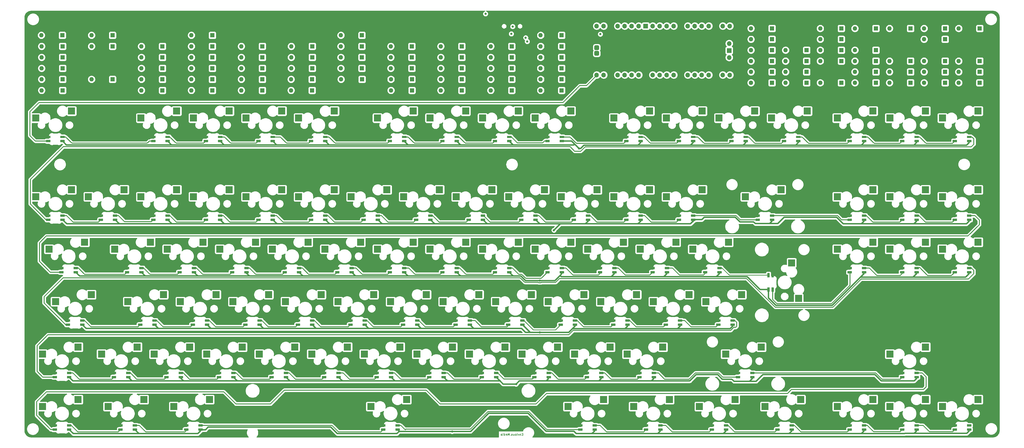
<source format=gbl>
G04 #@! TF.GenerationSoftware,KiCad,Pcbnew,(5.1.9)-1*
G04 #@! TF.CreationDate,2021-06-14T20:25:05+01:00*
G04 #@! TF.ProjectId,ENV_KB_RGB,454e565f-4b42-45f5-9247-422e6b696361,Rev.1*
G04 #@! TF.SameCoordinates,Original*
G04 #@! TF.FileFunction,Copper,L4,Bot*
G04 #@! TF.FilePolarity,Positive*
%FSLAX46Y46*%
G04 Gerber Fmt 4.6, Leading zero omitted, Abs format (unit mm)*
G04 Created by KiCad (PCBNEW (5.1.9)-1) date 2021-06-14 20:25:05*
%MOMM*%
%LPD*%
G01*
G04 APERTURE LIST*
G04 #@! TA.AperFunction,NonConductor*
%ADD10C,0.155000*%
G04 #@! TD*
G04 #@! TA.AperFunction,SMDPad,CuDef*
%ADD11R,2.500000X2.550000*%
G04 #@! TD*
G04 #@! TA.AperFunction,SMDPad,CuDef*
%ADD12R,2.550000X2.500000*%
G04 #@! TD*
G04 #@! TA.AperFunction,ComponentPad*
%ADD13O,1.000000X2.100000*%
G04 #@! TD*
G04 #@! TA.AperFunction,ComponentPad*
%ADD14O,1.000000X1.600000*%
G04 #@! TD*
G04 #@! TA.AperFunction,ComponentPad*
%ADD15R,1.600000X1.600000*%
G04 #@! TD*
G04 #@! TA.AperFunction,ComponentPad*
%ADD16O,1.600000X1.600000*%
G04 #@! TD*
G04 #@! TA.AperFunction,ComponentPad*
%ADD17O,1.700000X1.700000*%
G04 #@! TD*
G04 #@! TA.AperFunction,ComponentPad*
%ADD18R,1.700000X1.700000*%
G04 #@! TD*
G04 #@! TA.AperFunction,ViaPad*
%ADD19C,0.800000*%
G04 #@! TD*
G04 #@! TA.AperFunction,Conductor*
%ADD20C,0.500000*%
G04 #@! TD*
G04 #@! TA.AperFunction,Conductor*
%ADD21C,0.350000*%
G04 #@! TD*
G04 #@! TA.AperFunction,Conductor*
%ADD22C,0.250000*%
G04 #@! TD*
G04 #@! TA.AperFunction,Conductor*
%ADD23C,0.254000*%
G04 #@! TD*
G04 #@! TA.AperFunction,Conductor*
%ADD24C,0.150000*%
G04 #@! TD*
G04 APERTURE END LIST*
D10*
X216210952Y-214152857D02*
X215944285Y-214152857D01*
X215830000Y-214571904D02*
X216210952Y-214571904D01*
X216210952Y-213771904D01*
X215830000Y-213771904D01*
X215487142Y-214038571D02*
X215487142Y-214571904D01*
X215487142Y-214114761D02*
X215449047Y-214076666D01*
X215372857Y-214038571D01*
X215258571Y-214038571D01*
X215182380Y-214076666D01*
X215144285Y-214152857D01*
X215144285Y-214571904D01*
X214839523Y-214038571D02*
X214649047Y-214571904D01*
X214458571Y-214038571D01*
X214153809Y-214571904D02*
X214153809Y-214038571D01*
X214153809Y-213771904D02*
X214191904Y-213810000D01*
X214153809Y-213848095D01*
X214115714Y-213810000D01*
X214153809Y-213771904D01*
X214153809Y-213848095D01*
X213658571Y-214571904D02*
X213734761Y-214533809D01*
X213772857Y-214495714D01*
X213810952Y-214419523D01*
X213810952Y-214190952D01*
X213772857Y-214114761D01*
X213734761Y-214076666D01*
X213658571Y-214038571D01*
X213544285Y-214038571D01*
X213468095Y-214076666D01*
X213430000Y-214114761D01*
X213391904Y-214190952D01*
X213391904Y-214419523D01*
X213430000Y-214495714D01*
X213468095Y-214533809D01*
X213544285Y-214571904D01*
X213658571Y-214571904D01*
X212706190Y-214038571D02*
X212706190Y-214571904D01*
X213049047Y-214038571D02*
X213049047Y-214457619D01*
X213010952Y-214533809D01*
X212934761Y-214571904D01*
X212820476Y-214571904D01*
X212744285Y-214533809D01*
X212706190Y-214495714D01*
X212363333Y-214533809D02*
X212287142Y-214571904D01*
X212134761Y-214571904D01*
X212058571Y-214533809D01*
X212020476Y-214457619D01*
X212020476Y-214419523D01*
X212058571Y-214343333D01*
X212134761Y-214305238D01*
X212249047Y-214305238D01*
X212325238Y-214267142D01*
X212363333Y-214190952D01*
X212363333Y-214152857D01*
X212325238Y-214076666D01*
X212249047Y-214038571D01*
X212134761Y-214038571D01*
X212058571Y-214076666D01*
X211677619Y-214495714D02*
X211639523Y-214533809D01*
X211677619Y-214571904D01*
X211715714Y-214533809D01*
X211677619Y-214495714D01*
X211677619Y-214571904D01*
X211296666Y-214571904D02*
X211296666Y-213771904D01*
X211030000Y-214343333D01*
X210763333Y-213771904D01*
X210763333Y-214571904D01*
X210077619Y-214533809D02*
X210153809Y-214571904D01*
X210306190Y-214571904D01*
X210382380Y-214533809D01*
X210420476Y-214457619D01*
X210420476Y-214152857D01*
X210382380Y-214076666D01*
X210306190Y-214038571D01*
X210153809Y-214038571D01*
X210077619Y-214076666D01*
X210039523Y-214152857D01*
X210039523Y-214229047D01*
X210420476Y-214305238D01*
X209353809Y-214571904D02*
X209353809Y-213771904D01*
X209353809Y-214533809D02*
X209430000Y-214571904D01*
X209582380Y-214571904D01*
X209658571Y-214533809D01*
X209696666Y-214495714D01*
X209734761Y-214419523D01*
X209734761Y-214190952D01*
X209696666Y-214114761D01*
X209658571Y-214076666D01*
X209582380Y-214038571D01*
X209430000Y-214038571D01*
X209353809Y-214076666D01*
X208972857Y-214571904D02*
X208972857Y-214038571D01*
X208972857Y-213771904D02*
X209010952Y-213810000D01*
X208972857Y-213848095D01*
X208934761Y-213810000D01*
X208972857Y-213771904D01*
X208972857Y-213848095D01*
X208249047Y-214571904D02*
X208249047Y-214152857D01*
X208287142Y-214076666D01*
X208363333Y-214038571D01*
X208515714Y-214038571D01*
X208591904Y-214076666D01*
X208249047Y-214533809D02*
X208325238Y-214571904D01*
X208515714Y-214571904D01*
X208591904Y-214533809D01*
X208630000Y-214457619D01*
X208630000Y-214381428D01*
X208591904Y-214305238D01*
X208515714Y-214267142D01*
X208325238Y-214267142D01*
X208249047Y-214229047D01*
D11*
X316105000Y-164777000D03*
X313565000Y-151850000D03*
D12*
X381179500Y-201480000D03*
X368252500Y-204020000D03*
X362129500Y-201480000D03*
X349202500Y-204020000D03*
X343079500Y-201480000D03*
X330152500Y-204020000D03*
X316885750Y-201480000D03*
X303958750Y-204020000D03*
X293073250Y-201480000D03*
X280146250Y-204020000D03*
X269260750Y-201480000D03*
X256333750Y-204020000D03*
X245448250Y-201480000D03*
X232521250Y-204020000D03*
X174010750Y-201480000D03*
X161083750Y-204020000D03*
X102573250Y-201480000D03*
X89646250Y-204020000D03*
X78760750Y-201480000D03*
X65833750Y-204020000D03*
X54948250Y-201480000D03*
X42021250Y-204020000D03*
X362129500Y-182430000D03*
X349202500Y-184970000D03*
X302598250Y-182430000D03*
X289671250Y-184970000D03*
X266879500Y-182430000D03*
X253952500Y-184970000D03*
X247829500Y-182430000D03*
X234902500Y-184970000D03*
X228779500Y-182430000D03*
X215852500Y-184970000D03*
X209729500Y-182430000D03*
X196802500Y-184970000D03*
X190679500Y-182430000D03*
X177752500Y-184970000D03*
X171629500Y-182430000D03*
X158702500Y-184970000D03*
X152579500Y-182430000D03*
X139652500Y-184970000D03*
X133529500Y-182430000D03*
X120602500Y-184970000D03*
X114479500Y-182430000D03*
X101552500Y-184970000D03*
X95429500Y-182430000D03*
X82502500Y-184970000D03*
X76379500Y-182430000D03*
X63452500Y-184970000D03*
X54948250Y-182430000D03*
X42021250Y-184970000D03*
X295454500Y-163380000D03*
X282527500Y-165920000D03*
X276404500Y-163380000D03*
X263477500Y-165920000D03*
X257354500Y-163380000D03*
X244427500Y-165920000D03*
X238304500Y-163380000D03*
X225377500Y-165920000D03*
X219254500Y-163380000D03*
X206327500Y-165920000D03*
X200204500Y-163380000D03*
X187277500Y-165920000D03*
X181154500Y-163380000D03*
X168227500Y-165920000D03*
X162104500Y-163380000D03*
X149177500Y-165920000D03*
X143054500Y-163380000D03*
X130127500Y-165920000D03*
X124004500Y-163380000D03*
X111077500Y-165920000D03*
X104954500Y-163380000D03*
X92027500Y-165920000D03*
X85904500Y-163380000D03*
X72977500Y-165920000D03*
X59710750Y-163380000D03*
X46783750Y-165920000D03*
X381179500Y-144330000D03*
X368252500Y-146870000D03*
X362129500Y-144330000D03*
X349202500Y-146870000D03*
X343079500Y-144330000D03*
X330152500Y-146870000D03*
X290692000Y-144330000D03*
X277765000Y-146870000D03*
X271642000Y-144330000D03*
X258715000Y-146870000D03*
X252592000Y-144330000D03*
X239665000Y-146870000D03*
X233542000Y-144330000D03*
X220615000Y-146870000D03*
X214492000Y-144330000D03*
X201565000Y-146870000D03*
X195442000Y-144330000D03*
X182515000Y-146870000D03*
X176392000Y-144330000D03*
X163465000Y-146870000D03*
X157342000Y-144330000D03*
X144415000Y-146870000D03*
X138292000Y-144330000D03*
X125365000Y-146870000D03*
X119242000Y-144330000D03*
X106315000Y-146870000D03*
X100192000Y-144330000D03*
X87265000Y-146870000D03*
X81142000Y-144330000D03*
X68215000Y-146870000D03*
X57329500Y-144330000D03*
X44402500Y-146870000D03*
X381179500Y-125280000D03*
X368252500Y-127820000D03*
X362129500Y-125280000D03*
X349202500Y-127820000D03*
X343079500Y-125280000D03*
X330152500Y-127820000D03*
X309742000Y-125280000D03*
X296815000Y-127820000D03*
X281167000Y-125280000D03*
X268240000Y-127820000D03*
X262117000Y-125280000D03*
X249190000Y-127820000D03*
X243067000Y-125280000D03*
X230140000Y-127820000D03*
X224017000Y-125280000D03*
X211090000Y-127820000D03*
X204967000Y-125280000D03*
X192040000Y-127820000D03*
X185917000Y-125280000D03*
X172990000Y-127820000D03*
X166867000Y-125280000D03*
X153940000Y-127820000D03*
X147817000Y-125280000D03*
X134890000Y-127820000D03*
X128767000Y-125280000D03*
X115840000Y-127820000D03*
X109717000Y-125280000D03*
X96790000Y-127820000D03*
X90667000Y-125280000D03*
X77740000Y-127820000D03*
X71617000Y-125280000D03*
X58690000Y-127820000D03*
X52567000Y-125280000D03*
X39640000Y-127820000D03*
X381179500Y-96705000D03*
X368252500Y-99245000D03*
X362129500Y-96705000D03*
X349202500Y-99245000D03*
X343079500Y-96705000D03*
X330152500Y-99245000D03*
X319267000Y-96705000D03*
X306340000Y-99245000D03*
X300217000Y-96705000D03*
X287290000Y-99245000D03*
X281167000Y-96705000D03*
X268240000Y-99245000D03*
X262117000Y-96705000D03*
X249190000Y-99245000D03*
X233542000Y-96705000D03*
X220615000Y-99245000D03*
X214492000Y-96705000D03*
X201565000Y-99245000D03*
X195442000Y-96705000D03*
X182515000Y-99245000D03*
X176392000Y-96705000D03*
X163465000Y-99245000D03*
X147817000Y-96705000D03*
X134890000Y-99245000D03*
X128767000Y-96705000D03*
X115840000Y-99245000D03*
X109717000Y-96705000D03*
X96790000Y-99245000D03*
X90667000Y-96705000D03*
X77740000Y-99245000D03*
X52567000Y-96705000D03*
X39640000Y-99245000D03*
G04 #@! TA.AperFunction,SMDPad,CuDef*
G36*
G01*
X373455500Y-211300000D02*
X372019500Y-211300000D01*
G75*
G02*
X371937500Y-211218000I0J82000D01*
G01*
X371937500Y-210562000D01*
G75*
G02*
X372019500Y-210480000I82000J0D01*
G01*
X373455500Y-210480000D01*
G75*
G02*
X373537500Y-210562000I0J-82000D01*
G01*
X373537500Y-211218000D01*
G75*
G02*
X373455500Y-211300000I-82000J0D01*
G01*
G37*
G04 #@! TD.AperFunction*
G04 #@! TA.AperFunction,SMDPad,CuDef*
G36*
G01*
X373455500Y-212800000D02*
X372019500Y-212800000D01*
G75*
G02*
X371937500Y-212718000I0J82000D01*
G01*
X371937500Y-212062000D01*
G75*
G02*
X372019500Y-211980000I82000J0D01*
G01*
X373455500Y-211980000D01*
G75*
G02*
X373537500Y-212062000I0J-82000D01*
G01*
X373537500Y-212718000D01*
G75*
G02*
X373455500Y-212800000I-82000J0D01*
G01*
G37*
G04 #@! TD.AperFunction*
G04 #@! TA.AperFunction,SMDPad,CuDef*
G36*
G01*
X378655500Y-211300000D02*
X377219500Y-211300000D01*
G75*
G02*
X377137500Y-211218000I0J82000D01*
G01*
X377137500Y-210562000D01*
G75*
G02*
X377219500Y-210480000I82000J0D01*
G01*
X378655500Y-210480000D01*
G75*
G02*
X378737500Y-210562000I0J-82000D01*
G01*
X378737500Y-211218000D01*
G75*
G02*
X378655500Y-211300000I-82000J0D01*
G01*
G37*
G04 #@! TD.AperFunction*
G04 #@! TA.AperFunction,SMDPad,CuDef*
G36*
G01*
X378655500Y-212800000D02*
X377219500Y-212800000D01*
G75*
G02*
X377137500Y-212718000I0J82000D01*
G01*
X377137500Y-212062000D01*
G75*
G02*
X377219500Y-211980000I82000J0D01*
G01*
X378655500Y-211980000D01*
G75*
G02*
X378737500Y-212062000I0J-82000D01*
G01*
X378737500Y-212718000D01*
G75*
G02*
X378655500Y-212800000I-82000J0D01*
G01*
G37*
G04 #@! TD.AperFunction*
G04 #@! TA.AperFunction,SMDPad,CuDef*
G36*
G01*
X354405500Y-211300000D02*
X352969500Y-211300000D01*
G75*
G02*
X352887500Y-211218000I0J82000D01*
G01*
X352887500Y-210562000D01*
G75*
G02*
X352969500Y-210480000I82000J0D01*
G01*
X354405500Y-210480000D01*
G75*
G02*
X354487500Y-210562000I0J-82000D01*
G01*
X354487500Y-211218000D01*
G75*
G02*
X354405500Y-211300000I-82000J0D01*
G01*
G37*
G04 #@! TD.AperFunction*
G04 #@! TA.AperFunction,SMDPad,CuDef*
G36*
G01*
X354405500Y-212800000D02*
X352969500Y-212800000D01*
G75*
G02*
X352887500Y-212718000I0J82000D01*
G01*
X352887500Y-212062000D01*
G75*
G02*
X352969500Y-211980000I82000J0D01*
G01*
X354405500Y-211980000D01*
G75*
G02*
X354487500Y-212062000I0J-82000D01*
G01*
X354487500Y-212718000D01*
G75*
G02*
X354405500Y-212800000I-82000J0D01*
G01*
G37*
G04 #@! TD.AperFunction*
G04 #@! TA.AperFunction,SMDPad,CuDef*
G36*
G01*
X359605500Y-211300000D02*
X358169500Y-211300000D01*
G75*
G02*
X358087500Y-211218000I0J82000D01*
G01*
X358087500Y-210562000D01*
G75*
G02*
X358169500Y-210480000I82000J0D01*
G01*
X359605500Y-210480000D01*
G75*
G02*
X359687500Y-210562000I0J-82000D01*
G01*
X359687500Y-211218000D01*
G75*
G02*
X359605500Y-211300000I-82000J0D01*
G01*
G37*
G04 #@! TD.AperFunction*
G04 #@! TA.AperFunction,SMDPad,CuDef*
G36*
G01*
X359605500Y-212800000D02*
X358169500Y-212800000D01*
G75*
G02*
X358087500Y-212718000I0J82000D01*
G01*
X358087500Y-212062000D01*
G75*
G02*
X358169500Y-211980000I82000J0D01*
G01*
X359605500Y-211980000D01*
G75*
G02*
X359687500Y-212062000I0J-82000D01*
G01*
X359687500Y-212718000D01*
G75*
G02*
X359605500Y-212800000I-82000J0D01*
G01*
G37*
G04 #@! TD.AperFunction*
G04 #@! TA.AperFunction,SMDPad,CuDef*
G36*
G01*
X335355500Y-211300000D02*
X333919500Y-211300000D01*
G75*
G02*
X333837500Y-211218000I0J82000D01*
G01*
X333837500Y-210562000D01*
G75*
G02*
X333919500Y-210480000I82000J0D01*
G01*
X335355500Y-210480000D01*
G75*
G02*
X335437500Y-210562000I0J-82000D01*
G01*
X335437500Y-211218000D01*
G75*
G02*
X335355500Y-211300000I-82000J0D01*
G01*
G37*
G04 #@! TD.AperFunction*
G04 #@! TA.AperFunction,SMDPad,CuDef*
G36*
G01*
X335355500Y-212800000D02*
X333919500Y-212800000D01*
G75*
G02*
X333837500Y-212718000I0J82000D01*
G01*
X333837500Y-212062000D01*
G75*
G02*
X333919500Y-211980000I82000J0D01*
G01*
X335355500Y-211980000D01*
G75*
G02*
X335437500Y-212062000I0J-82000D01*
G01*
X335437500Y-212718000D01*
G75*
G02*
X335355500Y-212800000I-82000J0D01*
G01*
G37*
G04 #@! TD.AperFunction*
G04 #@! TA.AperFunction,SMDPad,CuDef*
G36*
G01*
X340555500Y-211300000D02*
X339119500Y-211300000D01*
G75*
G02*
X339037500Y-211218000I0J82000D01*
G01*
X339037500Y-210562000D01*
G75*
G02*
X339119500Y-210480000I82000J0D01*
G01*
X340555500Y-210480000D01*
G75*
G02*
X340637500Y-210562000I0J-82000D01*
G01*
X340637500Y-211218000D01*
G75*
G02*
X340555500Y-211300000I-82000J0D01*
G01*
G37*
G04 #@! TD.AperFunction*
G04 #@! TA.AperFunction,SMDPad,CuDef*
G36*
G01*
X340555500Y-212800000D02*
X339119500Y-212800000D01*
G75*
G02*
X339037500Y-212718000I0J82000D01*
G01*
X339037500Y-212062000D01*
G75*
G02*
X339119500Y-211980000I82000J0D01*
G01*
X340555500Y-211980000D01*
G75*
G02*
X340637500Y-212062000I0J-82000D01*
G01*
X340637500Y-212718000D01*
G75*
G02*
X340555500Y-212800000I-82000J0D01*
G01*
G37*
G04 #@! TD.AperFunction*
G04 #@! TA.AperFunction,SMDPad,CuDef*
G36*
G01*
X309161750Y-211300000D02*
X307725750Y-211300000D01*
G75*
G02*
X307643750Y-211218000I0J82000D01*
G01*
X307643750Y-210562000D01*
G75*
G02*
X307725750Y-210480000I82000J0D01*
G01*
X309161750Y-210480000D01*
G75*
G02*
X309243750Y-210562000I0J-82000D01*
G01*
X309243750Y-211218000D01*
G75*
G02*
X309161750Y-211300000I-82000J0D01*
G01*
G37*
G04 #@! TD.AperFunction*
G04 #@! TA.AperFunction,SMDPad,CuDef*
G36*
G01*
X309161750Y-212800000D02*
X307725750Y-212800000D01*
G75*
G02*
X307643750Y-212718000I0J82000D01*
G01*
X307643750Y-212062000D01*
G75*
G02*
X307725750Y-211980000I82000J0D01*
G01*
X309161750Y-211980000D01*
G75*
G02*
X309243750Y-212062000I0J-82000D01*
G01*
X309243750Y-212718000D01*
G75*
G02*
X309161750Y-212800000I-82000J0D01*
G01*
G37*
G04 #@! TD.AperFunction*
G04 #@! TA.AperFunction,SMDPad,CuDef*
G36*
G01*
X314361750Y-211300000D02*
X312925750Y-211300000D01*
G75*
G02*
X312843750Y-211218000I0J82000D01*
G01*
X312843750Y-210562000D01*
G75*
G02*
X312925750Y-210480000I82000J0D01*
G01*
X314361750Y-210480000D01*
G75*
G02*
X314443750Y-210562000I0J-82000D01*
G01*
X314443750Y-211218000D01*
G75*
G02*
X314361750Y-211300000I-82000J0D01*
G01*
G37*
G04 #@! TD.AperFunction*
G04 #@! TA.AperFunction,SMDPad,CuDef*
G36*
G01*
X314361750Y-212800000D02*
X312925750Y-212800000D01*
G75*
G02*
X312843750Y-212718000I0J82000D01*
G01*
X312843750Y-212062000D01*
G75*
G02*
X312925750Y-211980000I82000J0D01*
G01*
X314361750Y-211980000D01*
G75*
G02*
X314443750Y-212062000I0J-82000D01*
G01*
X314443750Y-212718000D01*
G75*
G02*
X314361750Y-212800000I-82000J0D01*
G01*
G37*
G04 #@! TD.AperFunction*
G04 #@! TA.AperFunction,SMDPad,CuDef*
G36*
G01*
X285349250Y-211300000D02*
X283913250Y-211300000D01*
G75*
G02*
X283831250Y-211218000I0J82000D01*
G01*
X283831250Y-210562000D01*
G75*
G02*
X283913250Y-210480000I82000J0D01*
G01*
X285349250Y-210480000D01*
G75*
G02*
X285431250Y-210562000I0J-82000D01*
G01*
X285431250Y-211218000D01*
G75*
G02*
X285349250Y-211300000I-82000J0D01*
G01*
G37*
G04 #@! TD.AperFunction*
G04 #@! TA.AperFunction,SMDPad,CuDef*
G36*
G01*
X285349250Y-212800000D02*
X283913250Y-212800000D01*
G75*
G02*
X283831250Y-212718000I0J82000D01*
G01*
X283831250Y-212062000D01*
G75*
G02*
X283913250Y-211980000I82000J0D01*
G01*
X285349250Y-211980000D01*
G75*
G02*
X285431250Y-212062000I0J-82000D01*
G01*
X285431250Y-212718000D01*
G75*
G02*
X285349250Y-212800000I-82000J0D01*
G01*
G37*
G04 #@! TD.AperFunction*
G04 #@! TA.AperFunction,SMDPad,CuDef*
G36*
G01*
X290549250Y-211300000D02*
X289113250Y-211300000D01*
G75*
G02*
X289031250Y-211218000I0J82000D01*
G01*
X289031250Y-210562000D01*
G75*
G02*
X289113250Y-210480000I82000J0D01*
G01*
X290549250Y-210480000D01*
G75*
G02*
X290631250Y-210562000I0J-82000D01*
G01*
X290631250Y-211218000D01*
G75*
G02*
X290549250Y-211300000I-82000J0D01*
G01*
G37*
G04 #@! TD.AperFunction*
G04 #@! TA.AperFunction,SMDPad,CuDef*
G36*
G01*
X290549250Y-212800000D02*
X289113250Y-212800000D01*
G75*
G02*
X289031250Y-212718000I0J82000D01*
G01*
X289031250Y-212062000D01*
G75*
G02*
X289113250Y-211980000I82000J0D01*
G01*
X290549250Y-211980000D01*
G75*
G02*
X290631250Y-212062000I0J-82000D01*
G01*
X290631250Y-212718000D01*
G75*
G02*
X290549250Y-212800000I-82000J0D01*
G01*
G37*
G04 #@! TD.AperFunction*
G04 #@! TA.AperFunction,SMDPad,CuDef*
G36*
G01*
X261536750Y-211300000D02*
X260100750Y-211300000D01*
G75*
G02*
X260018750Y-211218000I0J82000D01*
G01*
X260018750Y-210562000D01*
G75*
G02*
X260100750Y-210480000I82000J0D01*
G01*
X261536750Y-210480000D01*
G75*
G02*
X261618750Y-210562000I0J-82000D01*
G01*
X261618750Y-211218000D01*
G75*
G02*
X261536750Y-211300000I-82000J0D01*
G01*
G37*
G04 #@! TD.AperFunction*
G04 #@! TA.AperFunction,SMDPad,CuDef*
G36*
G01*
X261536750Y-212800000D02*
X260100750Y-212800000D01*
G75*
G02*
X260018750Y-212718000I0J82000D01*
G01*
X260018750Y-212062000D01*
G75*
G02*
X260100750Y-211980000I82000J0D01*
G01*
X261536750Y-211980000D01*
G75*
G02*
X261618750Y-212062000I0J-82000D01*
G01*
X261618750Y-212718000D01*
G75*
G02*
X261536750Y-212800000I-82000J0D01*
G01*
G37*
G04 #@! TD.AperFunction*
G04 #@! TA.AperFunction,SMDPad,CuDef*
G36*
G01*
X266736750Y-211300000D02*
X265300750Y-211300000D01*
G75*
G02*
X265218750Y-211218000I0J82000D01*
G01*
X265218750Y-210562000D01*
G75*
G02*
X265300750Y-210480000I82000J0D01*
G01*
X266736750Y-210480000D01*
G75*
G02*
X266818750Y-210562000I0J-82000D01*
G01*
X266818750Y-211218000D01*
G75*
G02*
X266736750Y-211300000I-82000J0D01*
G01*
G37*
G04 #@! TD.AperFunction*
G04 #@! TA.AperFunction,SMDPad,CuDef*
G36*
G01*
X266736750Y-212800000D02*
X265300750Y-212800000D01*
G75*
G02*
X265218750Y-212718000I0J82000D01*
G01*
X265218750Y-212062000D01*
G75*
G02*
X265300750Y-211980000I82000J0D01*
G01*
X266736750Y-211980000D01*
G75*
G02*
X266818750Y-212062000I0J-82000D01*
G01*
X266818750Y-212718000D01*
G75*
G02*
X266736750Y-212800000I-82000J0D01*
G01*
G37*
G04 #@! TD.AperFunction*
G04 #@! TA.AperFunction,SMDPad,CuDef*
G36*
G01*
X237724250Y-211300000D02*
X236288250Y-211300000D01*
G75*
G02*
X236206250Y-211218000I0J82000D01*
G01*
X236206250Y-210562000D01*
G75*
G02*
X236288250Y-210480000I82000J0D01*
G01*
X237724250Y-210480000D01*
G75*
G02*
X237806250Y-210562000I0J-82000D01*
G01*
X237806250Y-211218000D01*
G75*
G02*
X237724250Y-211300000I-82000J0D01*
G01*
G37*
G04 #@! TD.AperFunction*
G04 #@! TA.AperFunction,SMDPad,CuDef*
G36*
G01*
X237724250Y-212800000D02*
X236288250Y-212800000D01*
G75*
G02*
X236206250Y-212718000I0J82000D01*
G01*
X236206250Y-212062000D01*
G75*
G02*
X236288250Y-211980000I82000J0D01*
G01*
X237724250Y-211980000D01*
G75*
G02*
X237806250Y-212062000I0J-82000D01*
G01*
X237806250Y-212718000D01*
G75*
G02*
X237724250Y-212800000I-82000J0D01*
G01*
G37*
G04 #@! TD.AperFunction*
G04 #@! TA.AperFunction,SMDPad,CuDef*
G36*
G01*
X242924250Y-211300000D02*
X241488250Y-211300000D01*
G75*
G02*
X241406250Y-211218000I0J82000D01*
G01*
X241406250Y-210562000D01*
G75*
G02*
X241488250Y-210480000I82000J0D01*
G01*
X242924250Y-210480000D01*
G75*
G02*
X243006250Y-210562000I0J-82000D01*
G01*
X243006250Y-211218000D01*
G75*
G02*
X242924250Y-211300000I-82000J0D01*
G01*
G37*
G04 #@! TD.AperFunction*
G04 #@! TA.AperFunction,SMDPad,CuDef*
G36*
G01*
X242924250Y-212800000D02*
X241488250Y-212800000D01*
G75*
G02*
X241406250Y-212718000I0J82000D01*
G01*
X241406250Y-212062000D01*
G75*
G02*
X241488250Y-211980000I82000J0D01*
G01*
X242924250Y-211980000D01*
G75*
G02*
X243006250Y-212062000I0J-82000D01*
G01*
X243006250Y-212718000D01*
G75*
G02*
X242924250Y-212800000I-82000J0D01*
G01*
G37*
G04 #@! TD.AperFunction*
G04 #@! TA.AperFunction,SMDPad,CuDef*
G36*
G01*
X166286750Y-211300000D02*
X164850750Y-211300000D01*
G75*
G02*
X164768750Y-211218000I0J82000D01*
G01*
X164768750Y-210562000D01*
G75*
G02*
X164850750Y-210480000I82000J0D01*
G01*
X166286750Y-210480000D01*
G75*
G02*
X166368750Y-210562000I0J-82000D01*
G01*
X166368750Y-211218000D01*
G75*
G02*
X166286750Y-211300000I-82000J0D01*
G01*
G37*
G04 #@! TD.AperFunction*
G04 #@! TA.AperFunction,SMDPad,CuDef*
G36*
G01*
X166286750Y-212800000D02*
X164850750Y-212800000D01*
G75*
G02*
X164768750Y-212718000I0J82000D01*
G01*
X164768750Y-212062000D01*
G75*
G02*
X164850750Y-211980000I82000J0D01*
G01*
X166286750Y-211980000D01*
G75*
G02*
X166368750Y-212062000I0J-82000D01*
G01*
X166368750Y-212718000D01*
G75*
G02*
X166286750Y-212800000I-82000J0D01*
G01*
G37*
G04 #@! TD.AperFunction*
G04 #@! TA.AperFunction,SMDPad,CuDef*
G36*
G01*
X171486750Y-211300000D02*
X170050750Y-211300000D01*
G75*
G02*
X169968750Y-211218000I0J82000D01*
G01*
X169968750Y-210562000D01*
G75*
G02*
X170050750Y-210480000I82000J0D01*
G01*
X171486750Y-210480000D01*
G75*
G02*
X171568750Y-210562000I0J-82000D01*
G01*
X171568750Y-211218000D01*
G75*
G02*
X171486750Y-211300000I-82000J0D01*
G01*
G37*
G04 #@! TD.AperFunction*
G04 #@! TA.AperFunction,SMDPad,CuDef*
G36*
G01*
X171486750Y-212800000D02*
X170050750Y-212800000D01*
G75*
G02*
X169968750Y-212718000I0J82000D01*
G01*
X169968750Y-212062000D01*
G75*
G02*
X170050750Y-211980000I82000J0D01*
G01*
X171486750Y-211980000D01*
G75*
G02*
X171568750Y-212062000I0J-82000D01*
G01*
X171568750Y-212718000D01*
G75*
G02*
X171486750Y-212800000I-82000J0D01*
G01*
G37*
G04 #@! TD.AperFunction*
G04 #@! TA.AperFunction,SMDPad,CuDef*
G36*
G01*
X94849250Y-211300000D02*
X93413250Y-211300000D01*
G75*
G02*
X93331250Y-211218000I0J82000D01*
G01*
X93331250Y-210562000D01*
G75*
G02*
X93413250Y-210480000I82000J0D01*
G01*
X94849250Y-210480000D01*
G75*
G02*
X94931250Y-210562000I0J-82000D01*
G01*
X94931250Y-211218000D01*
G75*
G02*
X94849250Y-211300000I-82000J0D01*
G01*
G37*
G04 #@! TD.AperFunction*
G04 #@! TA.AperFunction,SMDPad,CuDef*
G36*
G01*
X94849250Y-212800000D02*
X93413250Y-212800000D01*
G75*
G02*
X93331250Y-212718000I0J82000D01*
G01*
X93331250Y-212062000D01*
G75*
G02*
X93413250Y-211980000I82000J0D01*
G01*
X94849250Y-211980000D01*
G75*
G02*
X94931250Y-212062000I0J-82000D01*
G01*
X94931250Y-212718000D01*
G75*
G02*
X94849250Y-212800000I-82000J0D01*
G01*
G37*
G04 #@! TD.AperFunction*
G04 #@! TA.AperFunction,SMDPad,CuDef*
G36*
G01*
X100049250Y-211300000D02*
X98613250Y-211300000D01*
G75*
G02*
X98531250Y-211218000I0J82000D01*
G01*
X98531250Y-210562000D01*
G75*
G02*
X98613250Y-210480000I82000J0D01*
G01*
X100049250Y-210480000D01*
G75*
G02*
X100131250Y-210562000I0J-82000D01*
G01*
X100131250Y-211218000D01*
G75*
G02*
X100049250Y-211300000I-82000J0D01*
G01*
G37*
G04 #@! TD.AperFunction*
G04 #@! TA.AperFunction,SMDPad,CuDef*
G36*
G01*
X100049250Y-212800000D02*
X98613250Y-212800000D01*
G75*
G02*
X98531250Y-212718000I0J82000D01*
G01*
X98531250Y-212062000D01*
G75*
G02*
X98613250Y-211980000I82000J0D01*
G01*
X100049250Y-211980000D01*
G75*
G02*
X100131250Y-212062000I0J-82000D01*
G01*
X100131250Y-212718000D01*
G75*
G02*
X100049250Y-212800000I-82000J0D01*
G01*
G37*
G04 #@! TD.AperFunction*
G04 #@! TA.AperFunction,SMDPad,CuDef*
G36*
G01*
X71036750Y-211300000D02*
X69600750Y-211300000D01*
G75*
G02*
X69518750Y-211218000I0J82000D01*
G01*
X69518750Y-210562000D01*
G75*
G02*
X69600750Y-210480000I82000J0D01*
G01*
X71036750Y-210480000D01*
G75*
G02*
X71118750Y-210562000I0J-82000D01*
G01*
X71118750Y-211218000D01*
G75*
G02*
X71036750Y-211300000I-82000J0D01*
G01*
G37*
G04 #@! TD.AperFunction*
G04 #@! TA.AperFunction,SMDPad,CuDef*
G36*
G01*
X71036750Y-212800000D02*
X69600750Y-212800000D01*
G75*
G02*
X69518750Y-212718000I0J82000D01*
G01*
X69518750Y-212062000D01*
G75*
G02*
X69600750Y-211980000I82000J0D01*
G01*
X71036750Y-211980000D01*
G75*
G02*
X71118750Y-212062000I0J-82000D01*
G01*
X71118750Y-212718000D01*
G75*
G02*
X71036750Y-212800000I-82000J0D01*
G01*
G37*
G04 #@! TD.AperFunction*
G04 #@! TA.AperFunction,SMDPad,CuDef*
G36*
G01*
X76236750Y-211300000D02*
X74800750Y-211300000D01*
G75*
G02*
X74718750Y-211218000I0J82000D01*
G01*
X74718750Y-210562000D01*
G75*
G02*
X74800750Y-210480000I82000J0D01*
G01*
X76236750Y-210480000D01*
G75*
G02*
X76318750Y-210562000I0J-82000D01*
G01*
X76318750Y-211218000D01*
G75*
G02*
X76236750Y-211300000I-82000J0D01*
G01*
G37*
G04 #@! TD.AperFunction*
G04 #@! TA.AperFunction,SMDPad,CuDef*
G36*
G01*
X76236750Y-212800000D02*
X74800750Y-212800000D01*
G75*
G02*
X74718750Y-212718000I0J82000D01*
G01*
X74718750Y-212062000D01*
G75*
G02*
X74800750Y-211980000I82000J0D01*
G01*
X76236750Y-211980000D01*
G75*
G02*
X76318750Y-212062000I0J-82000D01*
G01*
X76318750Y-212718000D01*
G75*
G02*
X76236750Y-212800000I-82000J0D01*
G01*
G37*
G04 #@! TD.AperFunction*
G04 #@! TA.AperFunction,SMDPad,CuDef*
G36*
G01*
X47224250Y-211300000D02*
X45788250Y-211300000D01*
G75*
G02*
X45706250Y-211218000I0J82000D01*
G01*
X45706250Y-210562000D01*
G75*
G02*
X45788250Y-210480000I82000J0D01*
G01*
X47224250Y-210480000D01*
G75*
G02*
X47306250Y-210562000I0J-82000D01*
G01*
X47306250Y-211218000D01*
G75*
G02*
X47224250Y-211300000I-82000J0D01*
G01*
G37*
G04 #@! TD.AperFunction*
G04 #@! TA.AperFunction,SMDPad,CuDef*
G36*
G01*
X47224250Y-212800000D02*
X45788250Y-212800000D01*
G75*
G02*
X45706250Y-212718000I0J82000D01*
G01*
X45706250Y-212062000D01*
G75*
G02*
X45788250Y-211980000I82000J0D01*
G01*
X47224250Y-211980000D01*
G75*
G02*
X47306250Y-212062000I0J-82000D01*
G01*
X47306250Y-212718000D01*
G75*
G02*
X47224250Y-212800000I-82000J0D01*
G01*
G37*
G04 #@! TD.AperFunction*
G04 #@! TA.AperFunction,SMDPad,CuDef*
G36*
G01*
X52424250Y-211300000D02*
X50988250Y-211300000D01*
G75*
G02*
X50906250Y-211218000I0J82000D01*
G01*
X50906250Y-210562000D01*
G75*
G02*
X50988250Y-210480000I82000J0D01*
G01*
X52424250Y-210480000D01*
G75*
G02*
X52506250Y-210562000I0J-82000D01*
G01*
X52506250Y-211218000D01*
G75*
G02*
X52424250Y-211300000I-82000J0D01*
G01*
G37*
G04 #@! TD.AperFunction*
G04 #@! TA.AperFunction,SMDPad,CuDef*
G36*
G01*
X52424250Y-212800000D02*
X50988250Y-212800000D01*
G75*
G02*
X50906250Y-212718000I0J82000D01*
G01*
X50906250Y-212062000D01*
G75*
G02*
X50988250Y-211980000I82000J0D01*
G01*
X52424250Y-211980000D01*
G75*
G02*
X52506250Y-212062000I0J-82000D01*
G01*
X52506250Y-212718000D01*
G75*
G02*
X52424250Y-212800000I-82000J0D01*
G01*
G37*
G04 #@! TD.AperFunction*
G04 #@! TA.AperFunction,SMDPad,CuDef*
G36*
G01*
X354405500Y-192250000D02*
X352969500Y-192250000D01*
G75*
G02*
X352887500Y-192168000I0J82000D01*
G01*
X352887500Y-191512000D01*
G75*
G02*
X352969500Y-191430000I82000J0D01*
G01*
X354405500Y-191430000D01*
G75*
G02*
X354487500Y-191512000I0J-82000D01*
G01*
X354487500Y-192168000D01*
G75*
G02*
X354405500Y-192250000I-82000J0D01*
G01*
G37*
G04 #@! TD.AperFunction*
G04 #@! TA.AperFunction,SMDPad,CuDef*
G36*
G01*
X354405500Y-193750000D02*
X352969500Y-193750000D01*
G75*
G02*
X352887500Y-193668000I0J82000D01*
G01*
X352887500Y-193012000D01*
G75*
G02*
X352969500Y-192930000I82000J0D01*
G01*
X354405500Y-192930000D01*
G75*
G02*
X354487500Y-193012000I0J-82000D01*
G01*
X354487500Y-193668000D01*
G75*
G02*
X354405500Y-193750000I-82000J0D01*
G01*
G37*
G04 #@! TD.AperFunction*
G04 #@! TA.AperFunction,SMDPad,CuDef*
G36*
G01*
X359605500Y-192250000D02*
X358169500Y-192250000D01*
G75*
G02*
X358087500Y-192168000I0J82000D01*
G01*
X358087500Y-191512000D01*
G75*
G02*
X358169500Y-191430000I82000J0D01*
G01*
X359605500Y-191430000D01*
G75*
G02*
X359687500Y-191512000I0J-82000D01*
G01*
X359687500Y-192168000D01*
G75*
G02*
X359605500Y-192250000I-82000J0D01*
G01*
G37*
G04 #@! TD.AperFunction*
G04 #@! TA.AperFunction,SMDPad,CuDef*
G36*
G01*
X359605500Y-193750000D02*
X358169500Y-193750000D01*
G75*
G02*
X358087500Y-193668000I0J82000D01*
G01*
X358087500Y-193012000D01*
G75*
G02*
X358169500Y-192930000I82000J0D01*
G01*
X359605500Y-192930000D01*
G75*
G02*
X359687500Y-193012000I0J-82000D01*
G01*
X359687500Y-193668000D01*
G75*
G02*
X359605500Y-193750000I-82000J0D01*
G01*
G37*
G04 #@! TD.AperFunction*
G04 #@! TA.AperFunction,SMDPad,CuDef*
G36*
G01*
X294874250Y-192250000D02*
X293438250Y-192250000D01*
G75*
G02*
X293356250Y-192168000I0J82000D01*
G01*
X293356250Y-191512000D01*
G75*
G02*
X293438250Y-191430000I82000J0D01*
G01*
X294874250Y-191430000D01*
G75*
G02*
X294956250Y-191512000I0J-82000D01*
G01*
X294956250Y-192168000D01*
G75*
G02*
X294874250Y-192250000I-82000J0D01*
G01*
G37*
G04 #@! TD.AperFunction*
G04 #@! TA.AperFunction,SMDPad,CuDef*
G36*
G01*
X294874250Y-193750000D02*
X293438250Y-193750000D01*
G75*
G02*
X293356250Y-193668000I0J82000D01*
G01*
X293356250Y-193012000D01*
G75*
G02*
X293438250Y-192930000I82000J0D01*
G01*
X294874250Y-192930000D01*
G75*
G02*
X294956250Y-193012000I0J-82000D01*
G01*
X294956250Y-193668000D01*
G75*
G02*
X294874250Y-193750000I-82000J0D01*
G01*
G37*
G04 #@! TD.AperFunction*
G04 #@! TA.AperFunction,SMDPad,CuDef*
G36*
G01*
X300074250Y-192250000D02*
X298638250Y-192250000D01*
G75*
G02*
X298556250Y-192168000I0J82000D01*
G01*
X298556250Y-191512000D01*
G75*
G02*
X298638250Y-191430000I82000J0D01*
G01*
X300074250Y-191430000D01*
G75*
G02*
X300156250Y-191512000I0J-82000D01*
G01*
X300156250Y-192168000D01*
G75*
G02*
X300074250Y-192250000I-82000J0D01*
G01*
G37*
G04 #@! TD.AperFunction*
G04 #@! TA.AperFunction,SMDPad,CuDef*
G36*
G01*
X300074250Y-193750000D02*
X298638250Y-193750000D01*
G75*
G02*
X298556250Y-193668000I0J82000D01*
G01*
X298556250Y-193012000D01*
G75*
G02*
X298638250Y-192930000I82000J0D01*
G01*
X300074250Y-192930000D01*
G75*
G02*
X300156250Y-193012000I0J-82000D01*
G01*
X300156250Y-193668000D01*
G75*
G02*
X300074250Y-193750000I-82000J0D01*
G01*
G37*
G04 #@! TD.AperFunction*
G04 #@! TA.AperFunction,SMDPad,CuDef*
G36*
G01*
X259155500Y-192250000D02*
X257719500Y-192250000D01*
G75*
G02*
X257637500Y-192168000I0J82000D01*
G01*
X257637500Y-191512000D01*
G75*
G02*
X257719500Y-191430000I82000J0D01*
G01*
X259155500Y-191430000D01*
G75*
G02*
X259237500Y-191512000I0J-82000D01*
G01*
X259237500Y-192168000D01*
G75*
G02*
X259155500Y-192250000I-82000J0D01*
G01*
G37*
G04 #@! TD.AperFunction*
G04 #@! TA.AperFunction,SMDPad,CuDef*
G36*
G01*
X259155500Y-193750000D02*
X257719500Y-193750000D01*
G75*
G02*
X257637500Y-193668000I0J82000D01*
G01*
X257637500Y-193012000D01*
G75*
G02*
X257719500Y-192930000I82000J0D01*
G01*
X259155500Y-192930000D01*
G75*
G02*
X259237500Y-193012000I0J-82000D01*
G01*
X259237500Y-193668000D01*
G75*
G02*
X259155500Y-193750000I-82000J0D01*
G01*
G37*
G04 #@! TD.AperFunction*
G04 #@! TA.AperFunction,SMDPad,CuDef*
G36*
G01*
X264355500Y-192250000D02*
X262919500Y-192250000D01*
G75*
G02*
X262837500Y-192168000I0J82000D01*
G01*
X262837500Y-191512000D01*
G75*
G02*
X262919500Y-191430000I82000J0D01*
G01*
X264355500Y-191430000D01*
G75*
G02*
X264437500Y-191512000I0J-82000D01*
G01*
X264437500Y-192168000D01*
G75*
G02*
X264355500Y-192250000I-82000J0D01*
G01*
G37*
G04 #@! TD.AperFunction*
G04 #@! TA.AperFunction,SMDPad,CuDef*
G36*
G01*
X264355500Y-193750000D02*
X262919500Y-193750000D01*
G75*
G02*
X262837500Y-193668000I0J82000D01*
G01*
X262837500Y-193012000D01*
G75*
G02*
X262919500Y-192930000I82000J0D01*
G01*
X264355500Y-192930000D01*
G75*
G02*
X264437500Y-193012000I0J-82000D01*
G01*
X264437500Y-193668000D01*
G75*
G02*
X264355500Y-193750000I-82000J0D01*
G01*
G37*
G04 #@! TD.AperFunction*
G04 #@! TA.AperFunction,SMDPad,CuDef*
G36*
G01*
X240105500Y-192250000D02*
X238669500Y-192250000D01*
G75*
G02*
X238587500Y-192168000I0J82000D01*
G01*
X238587500Y-191512000D01*
G75*
G02*
X238669500Y-191430000I82000J0D01*
G01*
X240105500Y-191430000D01*
G75*
G02*
X240187500Y-191512000I0J-82000D01*
G01*
X240187500Y-192168000D01*
G75*
G02*
X240105500Y-192250000I-82000J0D01*
G01*
G37*
G04 #@! TD.AperFunction*
G04 #@! TA.AperFunction,SMDPad,CuDef*
G36*
G01*
X240105500Y-193750000D02*
X238669500Y-193750000D01*
G75*
G02*
X238587500Y-193668000I0J82000D01*
G01*
X238587500Y-193012000D01*
G75*
G02*
X238669500Y-192930000I82000J0D01*
G01*
X240105500Y-192930000D01*
G75*
G02*
X240187500Y-193012000I0J-82000D01*
G01*
X240187500Y-193668000D01*
G75*
G02*
X240105500Y-193750000I-82000J0D01*
G01*
G37*
G04 #@! TD.AperFunction*
G04 #@! TA.AperFunction,SMDPad,CuDef*
G36*
G01*
X245305500Y-192250000D02*
X243869500Y-192250000D01*
G75*
G02*
X243787500Y-192168000I0J82000D01*
G01*
X243787500Y-191512000D01*
G75*
G02*
X243869500Y-191430000I82000J0D01*
G01*
X245305500Y-191430000D01*
G75*
G02*
X245387500Y-191512000I0J-82000D01*
G01*
X245387500Y-192168000D01*
G75*
G02*
X245305500Y-192250000I-82000J0D01*
G01*
G37*
G04 #@! TD.AperFunction*
G04 #@! TA.AperFunction,SMDPad,CuDef*
G36*
G01*
X245305500Y-193750000D02*
X243869500Y-193750000D01*
G75*
G02*
X243787500Y-193668000I0J82000D01*
G01*
X243787500Y-193012000D01*
G75*
G02*
X243869500Y-192930000I82000J0D01*
G01*
X245305500Y-192930000D01*
G75*
G02*
X245387500Y-193012000I0J-82000D01*
G01*
X245387500Y-193668000D01*
G75*
G02*
X245305500Y-193750000I-82000J0D01*
G01*
G37*
G04 #@! TD.AperFunction*
G04 #@! TA.AperFunction,SMDPad,CuDef*
G36*
G01*
X221055500Y-192250000D02*
X219619500Y-192250000D01*
G75*
G02*
X219537500Y-192168000I0J82000D01*
G01*
X219537500Y-191512000D01*
G75*
G02*
X219619500Y-191430000I82000J0D01*
G01*
X221055500Y-191430000D01*
G75*
G02*
X221137500Y-191512000I0J-82000D01*
G01*
X221137500Y-192168000D01*
G75*
G02*
X221055500Y-192250000I-82000J0D01*
G01*
G37*
G04 #@! TD.AperFunction*
G04 #@! TA.AperFunction,SMDPad,CuDef*
G36*
G01*
X221055500Y-193750000D02*
X219619500Y-193750000D01*
G75*
G02*
X219537500Y-193668000I0J82000D01*
G01*
X219537500Y-193012000D01*
G75*
G02*
X219619500Y-192930000I82000J0D01*
G01*
X221055500Y-192930000D01*
G75*
G02*
X221137500Y-193012000I0J-82000D01*
G01*
X221137500Y-193668000D01*
G75*
G02*
X221055500Y-193750000I-82000J0D01*
G01*
G37*
G04 #@! TD.AperFunction*
G04 #@! TA.AperFunction,SMDPad,CuDef*
G36*
G01*
X226255500Y-192250000D02*
X224819500Y-192250000D01*
G75*
G02*
X224737500Y-192168000I0J82000D01*
G01*
X224737500Y-191512000D01*
G75*
G02*
X224819500Y-191430000I82000J0D01*
G01*
X226255500Y-191430000D01*
G75*
G02*
X226337500Y-191512000I0J-82000D01*
G01*
X226337500Y-192168000D01*
G75*
G02*
X226255500Y-192250000I-82000J0D01*
G01*
G37*
G04 #@! TD.AperFunction*
G04 #@! TA.AperFunction,SMDPad,CuDef*
G36*
G01*
X226255500Y-193750000D02*
X224819500Y-193750000D01*
G75*
G02*
X224737500Y-193668000I0J82000D01*
G01*
X224737500Y-193012000D01*
G75*
G02*
X224819500Y-192930000I82000J0D01*
G01*
X226255500Y-192930000D01*
G75*
G02*
X226337500Y-193012000I0J-82000D01*
G01*
X226337500Y-193668000D01*
G75*
G02*
X226255500Y-193750000I-82000J0D01*
G01*
G37*
G04 #@! TD.AperFunction*
G04 #@! TA.AperFunction,SMDPad,CuDef*
G36*
G01*
X202005500Y-192250000D02*
X200569500Y-192250000D01*
G75*
G02*
X200487500Y-192168000I0J82000D01*
G01*
X200487500Y-191512000D01*
G75*
G02*
X200569500Y-191430000I82000J0D01*
G01*
X202005500Y-191430000D01*
G75*
G02*
X202087500Y-191512000I0J-82000D01*
G01*
X202087500Y-192168000D01*
G75*
G02*
X202005500Y-192250000I-82000J0D01*
G01*
G37*
G04 #@! TD.AperFunction*
G04 #@! TA.AperFunction,SMDPad,CuDef*
G36*
G01*
X202005500Y-193750000D02*
X200569500Y-193750000D01*
G75*
G02*
X200487500Y-193668000I0J82000D01*
G01*
X200487500Y-193012000D01*
G75*
G02*
X200569500Y-192930000I82000J0D01*
G01*
X202005500Y-192930000D01*
G75*
G02*
X202087500Y-193012000I0J-82000D01*
G01*
X202087500Y-193668000D01*
G75*
G02*
X202005500Y-193750000I-82000J0D01*
G01*
G37*
G04 #@! TD.AperFunction*
G04 #@! TA.AperFunction,SMDPad,CuDef*
G36*
G01*
X207205500Y-192250000D02*
X205769500Y-192250000D01*
G75*
G02*
X205687500Y-192168000I0J82000D01*
G01*
X205687500Y-191512000D01*
G75*
G02*
X205769500Y-191430000I82000J0D01*
G01*
X207205500Y-191430000D01*
G75*
G02*
X207287500Y-191512000I0J-82000D01*
G01*
X207287500Y-192168000D01*
G75*
G02*
X207205500Y-192250000I-82000J0D01*
G01*
G37*
G04 #@! TD.AperFunction*
G04 #@! TA.AperFunction,SMDPad,CuDef*
G36*
G01*
X207205500Y-193750000D02*
X205769500Y-193750000D01*
G75*
G02*
X205687500Y-193668000I0J82000D01*
G01*
X205687500Y-193012000D01*
G75*
G02*
X205769500Y-192930000I82000J0D01*
G01*
X207205500Y-192930000D01*
G75*
G02*
X207287500Y-193012000I0J-82000D01*
G01*
X207287500Y-193668000D01*
G75*
G02*
X207205500Y-193750000I-82000J0D01*
G01*
G37*
G04 #@! TD.AperFunction*
G04 #@! TA.AperFunction,SMDPad,CuDef*
G36*
G01*
X182955500Y-192250000D02*
X181519500Y-192250000D01*
G75*
G02*
X181437500Y-192168000I0J82000D01*
G01*
X181437500Y-191512000D01*
G75*
G02*
X181519500Y-191430000I82000J0D01*
G01*
X182955500Y-191430000D01*
G75*
G02*
X183037500Y-191512000I0J-82000D01*
G01*
X183037500Y-192168000D01*
G75*
G02*
X182955500Y-192250000I-82000J0D01*
G01*
G37*
G04 #@! TD.AperFunction*
G04 #@! TA.AperFunction,SMDPad,CuDef*
G36*
G01*
X182955500Y-193750000D02*
X181519500Y-193750000D01*
G75*
G02*
X181437500Y-193668000I0J82000D01*
G01*
X181437500Y-193012000D01*
G75*
G02*
X181519500Y-192930000I82000J0D01*
G01*
X182955500Y-192930000D01*
G75*
G02*
X183037500Y-193012000I0J-82000D01*
G01*
X183037500Y-193668000D01*
G75*
G02*
X182955500Y-193750000I-82000J0D01*
G01*
G37*
G04 #@! TD.AperFunction*
G04 #@! TA.AperFunction,SMDPad,CuDef*
G36*
G01*
X188155500Y-192250000D02*
X186719500Y-192250000D01*
G75*
G02*
X186637500Y-192168000I0J82000D01*
G01*
X186637500Y-191512000D01*
G75*
G02*
X186719500Y-191430000I82000J0D01*
G01*
X188155500Y-191430000D01*
G75*
G02*
X188237500Y-191512000I0J-82000D01*
G01*
X188237500Y-192168000D01*
G75*
G02*
X188155500Y-192250000I-82000J0D01*
G01*
G37*
G04 #@! TD.AperFunction*
G04 #@! TA.AperFunction,SMDPad,CuDef*
G36*
G01*
X188155500Y-193750000D02*
X186719500Y-193750000D01*
G75*
G02*
X186637500Y-193668000I0J82000D01*
G01*
X186637500Y-193012000D01*
G75*
G02*
X186719500Y-192930000I82000J0D01*
G01*
X188155500Y-192930000D01*
G75*
G02*
X188237500Y-193012000I0J-82000D01*
G01*
X188237500Y-193668000D01*
G75*
G02*
X188155500Y-193750000I-82000J0D01*
G01*
G37*
G04 #@! TD.AperFunction*
G04 #@! TA.AperFunction,SMDPad,CuDef*
G36*
G01*
X163905500Y-192250000D02*
X162469500Y-192250000D01*
G75*
G02*
X162387500Y-192168000I0J82000D01*
G01*
X162387500Y-191512000D01*
G75*
G02*
X162469500Y-191430000I82000J0D01*
G01*
X163905500Y-191430000D01*
G75*
G02*
X163987500Y-191512000I0J-82000D01*
G01*
X163987500Y-192168000D01*
G75*
G02*
X163905500Y-192250000I-82000J0D01*
G01*
G37*
G04 #@! TD.AperFunction*
G04 #@! TA.AperFunction,SMDPad,CuDef*
G36*
G01*
X163905500Y-193750000D02*
X162469500Y-193750000D01*
G75*
G02*
X162387500Y-193668000I0J82000D01*
G01*
X162387500Y-193012000D01*
G75*
G02*
X162469500Y-192930000I82000J0D01*
G01*
X163905500Y-192930000D01*
G75*
G02*
X163987500Y-193012000I0J-82000D01*
G01*
X163987500Y-193668000D01*
G75*
G02*
X163905500Y-193750000I-82000J0D01*
G01*
G37*
G04 #@! TD.AperFunction*
G04 #@! TA.AperFunction,SMDPad,CuDef*
G36*
G01*
X169105500Y-192250000D02*
X167669500Y-192250000D01*
G75*
G02*
X167587500Y-192168000I0J82000D01*
G01*
X167587500Y-191512000D01*
G75*
G02*
X167669500Y-191430000I82000J0D01*
G01*
X169105500Y-191430000D01*
G75*
G02*
X169187500Y-191512000I0J-82000D01*
G01*
X169187500Y-192168000D01*
G75*
G02*
X169105500Y-192250000I-82000J0D01*
G01*
G37*
G04 #@! TD.AperFunction*
G04 #@! TA.AperFunction,SMDPad,CuDef*
G36*
G01*
X169105500Y-193750000D02*
X167669500Y-193750000D01*
G75*
G02*
X167587500Y-193668000I0J82000D01*
G01*
X167587500Y-193012000D01*
G75*
G02*
X167669500Y-192930000I82000J0D01*
G01*
X169105500Y-192930000D01*
G75*
G02*
X169187500Y-193012000I0J-82000D01*
G01*
X169187500Y-193668000D01*
G75*
G02*
X169105500Y-193750000I-82000J0D01*
G01*
G37*
G04 #@! TD.AperFunction*
G04 #@! TA.AperFunction,SMDPad,CuDef*
G36*
G01*
X144855500Y-192250000D02*
X143419500Y-192250000D01*
G75*
G02*
X143337500Y-192168000I0J82000D01*
G01*
X143337500Y-191512000D01*
G75*
G02*
X143419500Y-191430000I82000J0D01*
G01*
X144855500Y-191430000D01*
G75*
G02*
X144937500Y-191512000I0J-82000D01*
G01*
X144937500Y-192168000D01*
G75*
G02*
X144855500Y-192250000I-82000J0D01*
G01*
G37*
G04 #@! TD.AperFunction*
G04 #@! TA.AperFunction,SMDPad,CuDef*
G36*
G01*
X144855500Y-193750000D02*
X143419500Y-193750000D01*
G75*
G02*
X143337500Y-193668000I0J82000D01*
G01*
X143337500Y-193012000D01*
G75*
G02*
X143419500Y-192930000I82000J0D01*
G01*
X144855500Y-192930000D01*
G75*
G02*
X144937500Y-193012000I0J-82000D01*
G01*
X144937500Y-193668000D01*
G75*
G02*
X144855500Y-193750000I-82000J0D01*
G01*
G37*
G04 #@! TD.AperFunction*
G04 #@! TA.AperFunction,SMDPad,CuDef*
G36*
G01*
X150055500Y-192250000D02*
X148619500Y-192250000D01*
G75*
G02*
X148537500Y-192168000I0J82000D01*
G01*
X148537500Y-191512000D01*
G75*
G02*
X148619500Y-191430000I82000J0D01*
G01*
X150055500Y-191430000D01*
G75*
G02*
X150137500Y-191512000I0J-82000D01*
G01*
X150137500Y-192168000D01*
G75*
G02*
X150055500Y-192250000I-82000J0D01*
G01*
G37*
G04 #@! TD.AperFunction*
G04 #@! TA.AperFunction,SMDPad,CuDef*
G36*
G01*
X150055500Y-193750000D02*
X148619500Y-193750000D01*
G75*
G02*
X148537500Y-193668000I0J82000D01*
G01*
X148537500Y-193012000D01*
G75*
G02*
X148619500Y-192930000I82000J0D01*
G01*
X150055500Y-192930000D01*
G75*
G02*
X150137500Y-193012000I0J-82000D01*
G01*
X150137500Y-193668000D01*
G75*
G02*
X150055500Y-193750000I-82000J0D01*
G01*
G37*
G04 #@! TD.AperFunction*
G04 #@! TA.AperFunction,SMDPad,CuDef*
G36*
G01*
X125805500Y-192250000D02*
X124369500Y-192250000D01*
G75*
G02*
X124287500Y-192168000I0J82000D01*
G01*
X124287500Y-191512000D01*
G75*
G02*
X124369500Y-191430000I82000J0D01*
G01*
X125805500Y-191430000D01*
G75*
G02*
X125887500Y-191512000I0J-82000D01*
G01*
X125887500Y-192168000D01*
G75*
G02*
X125805500Y-192250000I-82000J0D01*
G01*
G37*
G04 #@! TD.AperFunction*
G04 #@! TA.AperFunction,SMDPad,CuDef*
G36*
G01*
X125805500Y-193750000D02*
X124369500Y-193750000D01*
G75*
G02*
X124287500Y-193668000I0J82000D01*
G01*
X124287500Y-193012000D01*
G75*
G02*
X124369500Y-192930000I82000J0D01*
G01*
X125805500Y-192930000D01*
G75*
G02*
X125887500Y-193012000I0J-82000D01*
G01*
X125887500Y-193668000D01*
G75*
G02*
X125805500Y-193750000I-82000J0D01*
G01*
G37*
G04 #@! TD.AperFunction*
G04 #@! TA.AperFunction,SMDPad,CuDef*
G36*
G01*
X131005500Y-192250000D02*
X129569500Y-192250000D01*
G75*
G02*
X129487500Y-192168000I0J82000D01*
G01*
X129487500Y-191512000D01*
G75*
G02*
X129569500Y-191430000I82000J0D01*
G01*
X131005500Y-191430000D01*
G75*
G02*
X131087500Y-191512000I0J-82000D01*
G01*
X131087500Y-192168000D01*
G75*
G02*
X131005500Y-192250000I-82000J0D01*
G01*
G37*
G04 #@! TD.AperFunction*
G04 #@! TA.AperFunction,SMDPad,CuDef*
G36*
G01*
X131005500Y-193750000D02*
X129569500Y-193750000D01*
G75*
G02*
X129487500Y-193668000I0J82000D01*
G01*
X129487500Y-193012000D01*
G75*
G02*
X129569500Y-192930000I82000J0D01*
G01*
X131005500Y-192930000D01*
G75*
G02*
X131087500Y-193012000I0J-82000D01*
G01*
X131087500Y-193668000D01*
G75*
G02*
X131005500Y-193750000I-82000J0D01*
G01*
G37*
G04 #@! TD.AperFunction*
G04 #@! TA.AperFunction,SMDPad,CuDef*
G36*
G01*
X106755500Y-192250000D02*
X105319500Y-192250000D01*
G75*
G02*
X105237500Y-192168000I0J82000D01*
G01*
X105237500Y-191512000D01*
G75*
G02*
X105319500Y-191430000I82000J0D01*
G01*
X106755500Y-191430000D01*
G75*
G02*
X106837500Y-191512000I0J-82000D01*
G01*
X106837500Y-192168000D01*
G75*
G02*
X106755500Y-192250000I-82000J0D01*
G01*
G37*
G04 #@! TD.AperFunction*
G04 #@! TA.AperFunction,SMDPad,CuDef*
G36*
G01*
X106755500Y-193750000D02*
X105319500Y-193750000D01*
G75*
G02*
X105237500Y-193668000I0J82000D01*
G01*
X105237500Y-193012000D01*
G75*
G02*
X105319500Y-192930000I82000J0D01*
G01*
X106755500Y-192930000D01*
G75*
G02*
X106837500Y-193012000I0J-82000D01*
G01*
X106837500Y-193668000D01*
G75*
G02*
X106755500Y-193750000I-82000J0D01*
G01*
G37*
G04 #@! TD.AperFunction*
G04 #@! TA.AperFunction,SMDPad,CuDef*
G36*
G01*
X111955500Y-192250000D02*
X110519500Y-192250000D01*
G75*
G02*
X110437500Y-192168000I0J82000D01*
G01*
X110437500Y-191512000D01*
G75*
G02*
X110519500Y-191430000I82000J0D01*
G01*
X111955500Y-191430000D01*
G75*
G02*
X112037500Y-191512000I0J-82000D01*
G01*
X112037500Y-192168000D01*
G75*
G02*
X111955500Y-192250000I-82000J0D01*
G01*
G37*
G04 #@! TD.AperFunction*
G04 #@! TA.AperFunction,SMDPad,CuDef*
G36*
G01*
X111955500Y-193750000D02*
X110519500Y-193750000D01*
G75*
G02*
X110437500Y-193668000I0J82000D01*
G01*
X110437500Y-193012000D01*
G75*
G02*
X110519500Y-192930000I82000J0D01*
G01*
X111955500Y-192930000D01*
G75*
G02*
X112037500Y-193012000I0J-82000D01*
G01*
X112037500Y-193668000D01*
G75*
G02*
X111955500Y-193750000I-82000J0D01*
G01*
G37*
G04 #@! TD.AperFunction*
G04 #@! TA.AperFunction,SMDPad,CuDef*
G36*
G01*
X87705500Y-192250000D02*
X86269500Y-192250000D01*
G75*
G02*
X86187500Y-192168000I0J82000D01*
G01*
X86187500Y-191512000D01*
G75*
G02*
X86269500Y-191430000I82000J0D01*
G01*
X87705500Y-191430000D01*
G75*
G02*
X87787500Y-191512000I0J-82000D01*
G01*
X87787500Y-192168000D01*
G75*
G02*
X87705500Y-192250000I-82000J0D01*
G01*
G37*
G04 #@! TD.AperFunction*
G04 #@! TA.AperFunction,SMDPad,CuDef*
G36*
G01*
X87705500Y-193750000D02*
X86269500Y-193750000D01*
G75*
G02*
X86187500Y-193668000I0J82000D01*
G01*
X86187500Y-193012000D01*
G75*
G02*
X86269500Y-192930000I82000J0D01*
G01*
X87705500Y-192930000D01*
G75*
G02*
X87787500Y-193012000I0J-82000D01*
G01*
X87787500Y-193668000D01*
G75*
G02*
X87705500Y-193750000I-82000J0D01*
G01*
G37*
G04 #@! TD.AperFunction*
G04 #@! TA.AperFunction,SMDPad,CuDef*
G36*
G01*
X92905500Y-192250000D02*
X91469500Y-192250000D01*
G75*
G02*
X91387500Y-192168000I0J82000D01*
G01*
X91387500Y-191512000D01*
G75*
G02*
X91469500Y-191430000I82000J0D01*
G01*
X92905500Y-191430000D01*
G75*
G02*
X92987500Y-191512000I0J-82000D01*
G01*
X92987500Y-192168000D01*
G75*
G02*
X92905500Y-192250000I-82000J0D01*
G01*
G37*
G04 #@! TD.AperFunction*
G04 #@! TA.AperFunction,SMDPad,CuDef*
G36*
G01*
X92905500Y-193750000D02*
X91469500Y-193750000D01*
G75*
G02*
X91387500Y-193668000I0J82000D01*
G01*
X91387500Y-193012000D01*
G75*
G02*
X91469500Y-192930000I82000J0D01*
G01*
X92905500Y-192930000D01*
G75*
G02*
X92987500Y-193012000I0J-82000D01*
G01*
X92987500Y-193668000D01*
G75*
G02*
X92905500Y-193750000I-82000J0D01*
G01*
G37*
G04 #@! TD.AperFunction*
G04 #@! TA.AperFunction,SMDPad,CuDef*
G36*
G01*
X68655500Y-192250000D02*
X67219500Y-192250000D01*
G75*
G02*
X67137500Y-192168000I0J82000D01*
G01*
X67137500Y-191512000D01*
G75*
G02*
X67219500Y-191430000I82000J0D01*
G01*
X68655500Y-191430000D01*
G75*
G02*
X68737500Y-191512000I0J-82000D01*
G01*
X68737500Y-192168000D01*
G75*
G02*
X68655500Y-192250000I-82000J0D01*
G01*
G37*
G04 #@! TD.AperFunction*
G04 #@! TA.AperFunction,SMDPad,CuDef*
G36*
G01*
X68655500Y-193750000D02*
X67219500Y-193750000D01*
G75*
G02*
X67137500Y-193668000I0J82000D01*
G01*
X67137500Y-193012000D01*
G75*
G02*
X67219500Y-192930000I82000J0D01*
G01*
X68655500Y-192930000D01*
G75*
G02*
X68737500Y-193012000I0J-82000D01*
G01*
X68737500Y-193668000D01*
G75*
G02*
X68655500Y-193750000I-82000J0D01*
G01*
G37*
G04 #@! TD.AperFunction*
G04 #@! TA.AperFunction,SMDPad,CuDef*
G36*
G01*
X73855500Y-192250000D02*
X72419500Y-192250000D01*
G75*
G02*
X72337500Y-192168000I0J82000D01*
G01*
X72337500Y-191512000D01*
G75*
G02*
X72419500Y-191430000I82000J0D01*
G01*
X73855500Y-191430000D01*
G75*
G02*
X73937500Y-191512000I0J-82000D01*
G01*
X73937500Y-192168000D01*
G75*
G02*
X73855500Y-192250000I-82000J0D01*
G01*
G37*
G04 #@! TD.AperFunction*
G04 #@! TA.AperFunction,SMDPad,CuDef*
G36*
G01*
X73855500Y-193750000D02*
X72419500Y-193750000D01*
G75*
G02*
X72337500Y-193668000I0J82000D01*
G01*
X72337500Y-193012000D01*
G75*
G02*
X72419500Y-192930000I82000J0D01*
G01*
X73855500Y-192930000D01*
G75*
G02*
X73937500Y-193012000I0J-82000D01*
G01*
X73937500Y-193668000D01*
G75*
G02*
X73855500Y-193750000I-82000J0D01*
G01*
G37*
G04 #@! TD.AperFunction*
G04 #@! TA.AperFunction,SMDPad,CuDef*
G36*
G01*
X47224250Y-192250000D02*
X45788250Y-192250000D01*
G75*
G02*
X45706250Y-192168000I0J82000D01*
G01*
X45706250Y-191512000D01*
G75*
G02*
X45788250Y-191430000I82000J0D01*
G01*
X47224250Y-191430000D01*
G75*
G02*
X47306250Y-191512000I0J-82000D01*
G01*
X47306250Y-192168000D01*
G75*
G02*
X47224250Y-192250000I-82000J0D01*
G01*
G37*
G04 #@! TD.AperFunction*
G04 #@! TA.AperFunction,SMDPad,CuDef*
G36*
G01*
X47224250Y-193750000D02*
X45788250Y-193750000D01*
G75*
G02*
X45706250Y-193668000I0J82000D01*
G01*
X45706250Y-193012000D01*
G75*
G02*
X45788250Y-192930000I82000J0D01*
G01*
X47224250Y-192930000D01*
G75*
G02*
X47306250Y-193012000I0J-82000D01*
G01*
X47306250Y-193668000D01*
G75*
G02*
X47224250Y-193750000I-82000J0D01*
G01*
G37*
G04 #@! TD.AperFunction*
G04 #@! TA.AperFunction,SMDPad,CuDef*
G36*
G01*
X52424250Y-192250000D02*
X50988250Y-192250000D01*
G75*
G02*
X50906250Y-192168000I0J82000D01*
G01*
X50906250Y-191512000D01*
G75*
G02*
X50988250Y-191430000I82000J0D01*
G01*
X52424250Y-191430000D01*
G75*
G02*
X52506250Y-191512000I0J-82000D01*
G01*
X52506250Y-192168000D01*
G75*
G02*
X52424250Y-192250000I-82000J0D01*
G01*
G37*
G04 #@! TD.AperFunction*
G04 #@! TA.AperFunction,SMDPad,CuDef*
G36*
G01*
X52424250Y-193750000D02*
X50988250Y-193750000D01*
G75*
G02*
X50906250Y-193668000I0J82000D01*
G01*
X50906250Y-193012000D01*
G75*
G02*
X50988250Y-192930000I82000J0D01*
G01*
X52424250Y-192930000D01*
G75*
G02*
X52506250Y-193012000I0J-82000D01*
G01*
X52506250Y-193668000D01*
G75*
G02*
X52424250Y-193750000I-82000J0D01*
G01*
G37*
G04 #@! TD.AperFunction*
G04 #@! TA.AperFunction,SMDPad,CuDef*
G36*
G01*
X287730500Y-173200000D02*
X286294500Y-173200000D01*
G75*
G02*
X286212500Y-173118000I0J82000D01*
G01*
X286212500Y-172462000D01*
G75*
G02*
X286294500Y-172380000I82000J0D01*
G01*
X287730500Y-172380000D01*
G75*
G02*
X287812500Y-172462000I0J-82000D01*
G01*
X287812500Y-173118000D01*
G75*
G02*
X287730500Y-173200000I-82000J0D01*
G01*
G37*
G04 #@! TD.AperFunction*
G04 #@! TA.AperFunction,SMDPad,CuDef*
G36*
G01*
X287730500Y-174700000D02*
X286294500Y-174700000D01*
G75*
G02*
X286212500Y-174618000I0J82000D01*
G01*
X286212500Y-173962000D01*
G75*
G02*
X286294500Y-173880000I82000J0D01*
G01*
X287730500Y-173880000D01*
G75*
G02*
X287812500Y-173962000I0J-82000D01*
G01*
X287812500Y-174618000D01*
G75*
G02*
X287730500Y-174700000I-82000J0D01*
G01*
G37*
G04 #@! TD.AperFunction*
G04 #@! TA.AperFunction,SMDPad,CuDef*
G36*
G01*
X292930500Y-173200000D02*
X291494500Y-173200000D01*
G75*
G02*
X291412500Y-173118000I0J82000D01*
G01*
X291412500Y-172462000D01*
G75*
G02*
X291494500Y-172380000I82000J0D01*
G01*
X292930500Y-172380000D01*
G75*
G02*
X293012500Y-172462000I0J-82000D01*
G01*
X293012500Y-173118000D01*
G75*
G02*
X292930500Y-173200000I-82000J0D01*
G01*
G37*
G04 #@! TD.AperFunction*
G04 #@! TA.AperFunction,SMDPad,CuDef*
G36*
G01*
X292930500Y-174700000D02*
X291494500Y-174700000D01*
G75*
G02*
X291412500Y-174618000I0J82000D01*
G01*
X291412500Y-173962000D01*
G75*
G02*
X291494500Y-173880000I82000J0D01*
G01*
X292930500Y-173880000D01*
G75*
G02*
X293012500Y-173962000I0J-82000D01*
G01*
X293012500Y-174618000D01*
G75*
G02*
X292930500Y-174700000I-82000J0D01*
G01*
G37*
G04 #@! TD.AperFunction*
G04 #@! TA.AperFunction,SMDPad,CuDef*
G36*
G01*
X268680500Y-173200000D02*
X267244500Y-173200000D01*
G75*
G02*
X267162500Y-173118000I0J82000D01*
G01*
X267162500Y-172462000D01*
G75*
G02*
X267244500Y-172380000I82000J0D01*
G01*
X268680500Y-172380000D01*
G75*
G02*
X268762500Y-172462000I0J-82000D01*
G01*
X268762500Y-173118000D01*
G75*
G02*
X268680500Y-173200000I-82000J0D01*
G01*
G37*
G04 #@! TD.AperFunction*
G04 #@! TA.AperFunction,SMDPad,CuDef*
G36*
G01*
X268680500Y-174700000D02*
X267244500Y-174700000D01*
G75*
G02*
X267162500Y-174618000I0J82000D01*
G01*
X267162500Y-173962000D01*
G75*
G02*
X267244500Y-173880000I82000J0D01*
G01*
X268680500Y-173880000D01*
G75*
G02*
X268762500Y-173962000I0J-82000D01*
G01*
X268762500Y-174618000D01*
G75*
G02*
X268680500Y-174700000I-82000J0D01*
G01*
G37*
G04 #@! TD.AperFunction*
G04 #@! TA.AperFunction,SMDPad,CuDef*
G36*
G01*
X273880500Y-173200000D02*
X272444500Y-173200000D01*
G75*
G02*
X272362500Y-173118000I0J82000D01*
G01*
X272362500Y-172462000D01*
G75*
G02*
X272444500Y-172380000I82000J0D01*
G01*
X273880500Y-172380000D01*
G75*
G02*
X273962500Y-172462000I0J-82000D01*
G01*
X273962500Y-173118000D01*
G75*
G02*
X273880500Y-173200000I-82000J0D01*
G01*
G37*
G04 #@! TD.AperFunction*
G04 #@! TA.AperFunction,SMDPad,CuDef*
G36*
G01*
X273880500Y-174700000D02*
X272444500Y-174700000D01*
G75*
G02*
X272362500Y-174618000I0J82000D01*
G01*
X272362500Y-173962000D01*
G75*
G02*
X272444500Y-173880000I82000J0D01*
G01*
X273880500Y-173880000D01*
G75*
G02*
X273962500Y-173962000I0J-82000D01*
G01*
X273962500Y-174618000D01*
G75*
G02*
X273880500Y-174700000I-82000J0D01*
G01*
G37*
G04 #@! TD.AperFunction*
G04 #@! TA.AperFunction,SMDPad,CuDef*
G36*
G01*
X249630500Y-173200000D02*
X248194500Y-173200000D01*
G75*
G02*
X248112500Y-173118000I0J82000D01*
G01*
X248112500Y-172462000D01*
G75*
G02*
X248194500Y-172380000I82000J0D01*
G01*
X249630500Y-172380000D01*
G75*
G02*
X249712500Y-172462000I0J-82000D01*
G01*
X249712500Y-173118000D01*
G75*
G02*
X249630500Y-173200000I-82000J0D01*
G01*
G37*
G04 #@! TD.AperFunction*
G04 #@! TA.AperFunction,SMDPad,CuDef*
G36*
G01*
X249630500Y-174700000D02*
X248194500Y-174700000D01*
G75*
G02*
X248112500Y-174618000I0J82000D01*
G01*
X248112500Y-173962000D01*
G75*
G02*
X248194500Y-173880000I82000J0D01*
G01*
X249630500Y-173880000D01*
G75*
G02*
X249712500Y-173962000I0J-82000D01*
G01*
X249712500Y-174618000D01*
G75*
G02*
X249630500Y-174700000I-82000J0D01*
G01*
G37*
G04 #@! TD.AperFunction*
G04 #@! TA.AperFunction,SMDPad,CuDef*
G36*
G01*
X254830500Y-173200000D02*
X253394500Y-173200000D01*
G75*
G02*
X253312500Y-173118000I0J82000D01*
G01*
X253312500Y-172462000D01*
G75*
G02*
X253394500Y-172380000I82000J0D01*
G01*
X254830500Y-172380000D01*
G75*
G02*
X254912500Y-172462000I0J-82000D01*
G01*
X254912500Y-173118000D01*
G75*
G02*
X254830500Y-173200000I-82000J0D01*
G01*
G37*
G04 #@! TD.AperFunction*
G04 #@! TA.AperFunction,SMDPad,CuDef*
G36*
G01*
X254830500Y-174700000D02*
X253394500Y-174700000D01*
G75*
G02*
X253312500Y-174618000I0J82000D01*
G01*
X253312500Y-173962000D01*
G75*
G02*
X253394500Y-173880000I82000J0D01*
G01*
X254830500Y-173880000D01*
G75*
G02*
X254912500Y-173962000I0J-82000D01*
G01*
X254912500Y-174618000D01*
G75*
G02*
X254830500Y-174700000I-82000J0D01*
G01*
G37*
G04 #@! TD.AperFunction*
G04 #@! TA.AperFunction,SMDPad,CuDef*
G36*
G01*
X230580500Y-173200000D02*
X229144500Y-173200000D01*
G75*
G02*
X229062500Y-173118000I0J82000D01*
G01*
X229062500Y-172462000D01*
G75*
G02*
X229144500Y-172380000I82000J0D01*
G01*
X230580500Y-172380000D01*
G75*
G02*
X230662500Y-172462000I0J-82000D01*
G01*
X230662500Y-173118000D01*
G75*
G02*
X230580500Y-173200000I-82000J0D01*
G01*
G37*
G04 #@! TD.AperFunction*
G04 #@! TA.AperFunction,SMDPad,CuDef*
G36*
G01*
X230580500Y-174700000D02*
X229144500Y-174700000D01*
G75*
G02*
X229062500Y-174618000I0J82000D01*
G01*
X229062500Y-173962000D01*
G75*
G02*
X229144500Y-173880000I82000J0D01*
G01*
X230580500Y-173880000D01*
G75*
G02*
X230662500Y-173962000I0J-82000D01*
G01*
X230662500Y-174618000D01*
G75*
G02*
X230580500Y-174700000I-82000J0D01*
G01*
G37*
G04 #@! TD.AperFunction*
G04 #@! TA.AperFunction,SMDPad,CuDef*
G36*
G01*
X235780500Y-173200000D02*
X234344500Y-173200000D01*
G75*
G02*
X234262500Y-173118000I0J82000D01*
G01*
X234262500Y-172462000D01*
G75*
G02*
X234344500Y-172380000I82000J0D01*
G01*
X235780500Y-172380000D01*
G75*
G02*
X235862500Y-172462000I0J-82000D01*
G01*
X235862500Y-173118000D01*
G75*
G02*
X235780500Y-173200000I-82000J0D01*
G01*
G37*
G04 #@! TD.AperFunction*
G04 #@! TA.AperFunction,SMDPad,CuDef*
G36*
G01*
X235780500Y-174700000D02*
X234344500Y-174700000D01*
G75*
G02*
X234262500Y-174618000I0J82000D01*
G01*
X234262500Y-173962000D01*
G75*
G02*
X234344500Y-173880000I82000J0D01*
G01*
X235780500Y-173880000D01*
G75*
G02*
X235862500Y-173962000I0J-82000D01*
G01*
X235862500Y-174618000D01*
G75*
G02*
X235780500Y-174700000I-82000J0D01*
G01*
G37*
G04 #@! TD.AperFunction*
G04 #@! TA.AperFunction,SMDPad,CuDef*
G36*
G01*
X211530500Y-173200000D02*
X210094500Y-173200000D01*
G75*
G02*
X210012500Y-173118000I0J82000D01*
G01*
X210012500Y-172462000D01*
G75*
G02*
X210094500Y-172380000I82000J0D01*
G01*
X211530500Y-172380000D01*
G75*
G02*
X211612500Y-172462000I0J-82000D01*
G01*
X211612500Y-173118000D01*
G75*
G02*
X211530500Y-173200000I-82000J0D01*
G01*
G37*
G04 #@! TD.AperFunction*
G04 #@! TA.AperFunction,SMDPad,CuDef*
G36*
G01*
X211530500Y-174700000D02*
X210094500Y-174700000D01*
G75*
G02*
X210012500Y-174618000I0J82000D01*
G01*
X210012500Y-173962000D01*
G75*
G02*
X210094500Y-173880000I82000J0D01*
G01*
X211530500Y-173880000D01*
G75*
G02*
X211612500Y-173962000I0J-82000D01*
G01*
X211612500Y-174618000D01*
G75*
G02*
X211530500Y-174700000I-82000J0D01*
G01*
G37*
G04 #@! TD.AperFunction*
G04 #@! TA.AperFunction,SMDPad,CuDef*
G36*
G01*
X216730500Y-173200000D02*
X215294500Y-173200000D01*
G75*
G02*
X215212500Y-173118000I0J82000D01*
G01*
X215212500Y-172462000D01*
G75*
G02*
X215294500Y-172380000I82000J0D01*
G01*
X216730500Y-172380000D01*
G75*
G02*
X216812500Y-172462000I0J-82000D01*
G01*
X216812500Y-173118000D01*
G75*
G02*
X216730500Y-173200000I-82000J0D01*
G01*
G37*
G04 #@! TD.AperFunction*
G04 #@! TA.AperFunction,SMDPad,CuDef*
G36*
G01*
X216730500Y-174700000D02*
X215294500Y-174700000D01*
G75*
G02*
X215212500Y-174618000I0J82000D01*
G01*
X215212500Y-173962000D01*
G75*
G02*
X215294500Y-173880000I82000J0D01*
G01*
X216730500Y-173880000D01*
G75*
G02*
X216812500Y-173962000I0J-82000D01*
G01*
X216812500Y-174618000D01*
G75*
G02*
X216730500Y-174700000I-82000J0D01*
G01*
G37*
G04 #@! TD.AperFunction*
G04 #@! TA.AperFunction,SMDPad,CuDef*
G36*
G01*
X192480500Y-173200000D02*
X191044500Y-173200000D01*
G75*
G02*
X190962500Y-173118000I0J82000D01*
G01*
X190962500Y-172462000D01*
G75*
G02*
X191044500Y-172380000I82000J0D01*
G01*
X192480500Y-172380000D01*
G75*
G02*
X192562500Y-172462000I0J-82000D01*
G01*
X192562500Y-173118000D01*
G75*
G02*
X192480500Y-173200000I-82000J0D01*
G01*
G37*
G04 #@! TD.AperFunction*
G04 #@! TA.AperFunction,SMDPad,CuDef*
G36*
G01*
X192480500Y-174700000D02*
X191044500Y-174700000D01*
G75*
G02*
X190962500Y-174618000I0J82000D01*
G01*
X190962500Y-173962000D01*
G75*
G02*
X191044500Y-173880000I82000J0D01*
G01*
X192480500Y-173880000D01*
G75*
G02*
X192562500Y-173962000I0J-82000D01*
G01*
X192562500Y-174618000D01*
G75*
G02*
X192480500Y-174700000I-82000J0D01*
G01*
G37*
G04 #@! TD.AperFunction*
G04 #@! TA.AperFunction,SMDPad,CuDef*
G36*
G01*
X197680500Y-173200000D02*
X196244500Y-173200000D01*
G75*
G02*
X196162500Y-173118000I0J82000D01*
G01*
X196162500Y-172462000D01*
G75*
G02*
X196244500Y-172380000I82000J0D01*
G01*
X197680500Y-172380000D01*
G75*
G02*
X197762500Y-172462000I0J-82000D01*
G01*
X197762500Y-173118000D01*
G75*
G02*
X197680500Y-173200000I-82000J0D01*
G01*
G37*
G04 #@! TD.AperFunction*
G04 #@! TA.AperFunction,SMDPad,CuDef*
G36*
G01*
X197680500Y-174700000D02*
X196244500Y-174700000D01*
G75*
G02*
X196162500Y-174618000I0J82000D01*
G01*
X196162500Y-173962000D01*
G75*
G02*
X196244500Y-173880000I82000J0D01*
G01*
X197680500Y-173880000D01*
G75*
G02*
X197762500Y-173962000I0J-82000D01*
G01*
X197762500Y-174618000D01*
G75*
G02*
X197680500Y-174700000I-82000J0D01*
G01*
G37*
G04 #@! TD.AperFunction*
G04 #@! TA.AperFunction,SMDPad,CuDef*
G36*
G01*
X173430500Y-173200000D02*
X171994500Y-173200000D01*
G75*
G02*
X171912500Y-173118000I0J82000D01*
G01*
X171912500Y-172462000D01*
G75*
G02*
X171994500Y-172380000I82000J0D01*
G01*
X173430500Y-172380000D01*
G75*
G02*
X173512500Y-172462000I0J-82000D01*
G01*
X173512500Y-173118000D01*
G75*
G02*
X173430500Y-173200000I-82000J0D01*
G01*
G37*
G04 #@! TD.AperFunction*
G04 #@! TA.AperFunction,SMDPad,CuDef*
G36*
G01*
X173430500Y-174700000D02*
X171994500Y-174700000D01*
G75*
G02*
X171912500Y-174618000I0J82000D01*
G01*
X171912500Y-173962000D01*
G75*
G02*
X171994500Y-173880000I82000J0D01*
G01*
X173430500Y-173880000D01*
G75*
G02*
X173512500Y-173962000I0J-82000D01*
G01*
X173512500Y-174618000D01*
G75*
G02*
X173430500Y-174700000I-82000J0D01*
G01*
G37*
G04 #@! TD.AperFunction*
G04 #@! TA.AperFunction,SMDPad,CuDef*
G36*
G01*
X178630500Y-173200000D02*
X177194500Y-173200000D01*
G75*
G02*
X177112500Y-173118000I0J82000D01*
G01*
X177112500Y-172462000D01*
G75*
G02*
X177194500Y-172380000I82000J0D01*
G01*
X178630500Y-172380000D01*
G75*
G02*
X178712500Y-172462000I0J-82000D01*
G01*
X178712500Y-173118000D01*
G75*
G02*
X178630500Y-173200000I-82000J0D01*
G01*
G37*
G04 #@! TD.AperFunction*
G04 #@! TA.AperFunction,SMDPad,CuDef*
G36*
G01*
X178630500Y-174700000D02*
X177194500Y-174700000D01*
G75*
G02*
X177112500Y-174618000I0J82000D01*
G01*
X177112500Y-173962000D01*
G75*
G02*
X177194500Y-173880000I82000J0D01*
G01*
X178630500Y-173880000D01*
G75*
G02*
X178712500Y-173962000I0J-82000D01*
G01*
X178712500Y-174618000D01*
G75*
G02*
X178630500Y-174700000I-82000J0D01*
G01*
G37*
G04 #@! TD.AperFunction*
G04 #@! TA.AperFunction,SMDPad,CuDef*
G36*
G01*
X154380500Y-173200000D02*
X152944500Y-173200000D01*
G75*
G02*
X152862500Y-173118000I0J82000D01*
G01*
X152862500Y-172462000D01*
G75*
G02*
X152944500Y-172380000I82000J0D01*
G01*
X154380500Y-172380000D01*
G75*
G02*
X154462500Y-172462000I0J-82000D01*
G01*
X154462500Y-173118000D01*
G75*
G02*
X154380500Y-173200000I-82000J0D01*
G01*
G37*
G04 #@! TD.AperFunction*
G04 #@! TA.AperFunction,SMDPad,CuDef*
G36*
G01*
X154380500Y-174700000D02*
X152944500Y-174700000D01*
G75*
G02*
X152862500Y-174618000I0J82000D01*
G01*
X152862500Y-173962000D01*
G75*
G02*
X152944500Y-173880000I82000J0D01*
G01*
X154380500Y-173880000D01*
G75*
G02*
X154462500Y-173962000I0J-82000D01*
G01*
X154462500Y-174618000D01*
G75*
G02*
X154380500Y-174700000I-82000J0D01*
G01*
G37*
G04 #@! TD.AperFunction*
G04 #@! TA.AperFunction,SMDPad,CuDef*
G36*
G01*
X159580500Y-173200000D02*
X158144500Y-173200000D01*
G75*
G02*
X158062500Y-173118000I0J82000D01*
G01*
X158062500Y-172462000D01*
G75*
G02*
X158144500Y-172380000I82000J0D01*
G01*
X159580500Y-172380000D01*
G75*
G02*
X159662500Y-172462000I0J-82000D01*
G01*
X159662500Y-173118000D01*
G75*
G02*
X159580500Y-173200000I-82000J0D01*
G01*
G37*
G04 #@! TD.AperFunction*
G04 #@! TA.AperFunction,SMDPad,CuDef*
G36*
G01*
X159580500Y-174700000D02*
X158144500Y-174700000D01*
G75*
G02*
X158062500Y-174618000I0J82000D01*
G01*
X158062500Y-173962000D01*
G75*
G02*
X158144500Y-173880000I82000J0D01*
G01*
X159580500Y-173880000D01*
G75*
G02*
X159662500Y-173962000I0J-82000D01*
G01*
X159662500Y-174618000D01*
G75*
G02*
X159580500Y-174700000I-82000J0D01*
G01*
G37*
G04 #@! TD.AperFunction*
G04 #@! TA.AperFunction,SMDPad,CuDef*
G36*
G01*
X135330500Y-173200000D02*
X133894500Y-173200000D01*
G75*
G02*
X133812500Y-173118000I0J82000D01*
G01*
X133812500Y-172462000D01*
G75*
G02*
X133894500Y-172380000I82000J0D01*
G01*
X135330500Y-172380000D01*
G75*
G02*
X135412500Y-172462000I0J-82000D01*
G01*
X135412500Y-173118000D01*
G75*
G02*
X135330500Y-173200000I-82000J0D01*
G01*
G37*
G04 #@! TD.AperFunction*
G04 #@! TA.AperFunction,SMDPad,CuDef*
G36*
G01*
X135330500Y-174700000D02*
X133894500Y-174700000D01*
G75*
G02*
X133812500Y-174618000I0J82000D01*
G01*
X133812500Y-173962000D01*
G75*
G02*
X133894500Y-173880000I82000J0D01*
G01*
X135330500Y-173880000D01*
G75*
G02*
X135412500Y-173962000I0J-82000D01*
G01*
X135412500Y-174618000D01*
G75*
G02*
X135330500Y-174700000I-82000J0D01*
G01*
G37*
G04 #@! TD.AperFunction*
G04 #@! TA.AperFunction,SMDPad,CuDef*
G36*
G01*
X140530500Y-173200000D02*
X139094500Y-173200000D01*
G75*
G02*
X139012500Y-173118000I0J82000D01*
G01*
X139012500Y-172462000D01*
G75*
G02*
X139094500Y-172380000I82000J0D01*
G01*
X140530500Y-172380000D01*
G75*
G02*
X140612500Y-172462000I0J-82000D01*
G01*
X140612500Y-173118000D01*
G75*
G02*
X140530500Y-173200000I-82000J0D01*
G01*
G37*
G04 #@! TD.AperFunction*
G04 #@! TA.AperFunction,SMDPad,CuDef*
G36*
G01*
X140530500Y-174700000D02*
X139094500Y-174700000D01*
G75*
G02*
X139012500Y-174618000I0J82000D01*
G01*
X139012500Y-173962000D01*
G75*
G02*
X139094500Y-173880000I82000J0D01*
G01*
X140530500Y-173880000D01*
G75*
G02*
X140612500Y-173962000I0J-82000D01*
G01*
X140612500Y-174618000D01*
G75*
G02*
X140530500Y-174700000I-82000J0D01*
G01*
G37*
G04 #@! TD.AperFunction*
G04 #@! TA.AperFunction,SMDPad,CuDef*
G36*
G01*
X116280500Y-173200000D02*
X114844500Y-173200000D01*
G75*
G02*
X114762500Y-173118000I0J82000D01*
G01*
X114762500Y-172462000D01*
G75*
G02*
X114844500Y-172380000I82000J0D01*
G01*
X116280500Y-172380000D01*
G75*
G02*
X116362500Y-172462000I0J-82000D01*
G01*
X116362500Y-173118000D01*
G75*
G02*
X116280500Y-173200000I-82000J0D01*
G01*
G37*
G04 #@! TD.AperFunction*
G04 #@! TA.AperFunction,SMDPad,CuDef*
G36*
G01*
X116280500Y-174700000D02*
X114844500Y-174700000D01*
G75*
G02*
X114762500Y-174618000I0J82000D01*
G01*
X114762500Y-173962000D01*
G75*
G02*
X114844500Y-173880000I82000J0D01*
G01*
X116280500Y-173880000D01*
G75*
G02*
X116362500Y-173962000I0J-82000D01*
G01*
X116362500Y-174618000D01*
G75*
G02*
X116280500Y-174700000I-82000J0D01*
G01*
G37*
G04 #@! TD.AperFunction*
G04 #@! TA.AperFunction,SMDPad,CuDef*
G36*
G01*
X121480500Y-173200000D02*
X120044500Y-173200000D01*
G75*
G02*
X119962500Y-173118000I0J82000D01*
G01*
X119962500Y-172462000D01*
G75*
G02*
X120044500Y-172380000I82000J0D01*
G01*
X121480500Y-172380000D01*
G75*
G02*
X121562500Y-172462000I0J-82000D01*
G01*
X121562500Y-173118000D01*
G75*
G02*
X121480500Y-173200000I-82000J0D01*
G01*
G37*
G04 #@! TD.AperFunction*
G04 #@! TA.AperFunction,SMDPad,CuDef*
G36*
G01*
X121480500Y-174700000D02*
X120044500Y-174700000D01*
G75*
G02*
X119962500Y-174618000I0J82000D01*
G01*
X119962500Y-173962000D01*
G75*
G02*
X120044500Y-173880000I82000J0D01*
G01*
X121480500Y-173880000D01*
G75*
G02*
X121562500Y-173962000I0J-82000D01*
G01*
X121562500Y-174618000D01*
G75*
G02*
X121480500Y-174700000I-82000J0D01*
G01*
G37*
G04 #@! TD.AperFunction*
G04 #@! TA.AperFunction,SMDPad,CuDef*
G36*
G01*
X97230500Y-173200000D02*
X95794500Y-173200000D01*
G75*
G02*
X95712500Y-173118000I0J82000D01*
G01*
X95712500Y-172462000D01*
G75*
G02*
X95794500Y-172380000I82000J0D01*
G01*
X97230500Y-172380000D01*
G75*
G02*
X97312500Y-172462000I0J-82000D01*
G01*
X97312500Y-173118000D01*
G75*
G02*
X97230500Y-173200000I-82000J0D01*
G01*
G37*
G04 #@! TD.AperFunction*
G04 #@! TA.AperFunction,SMDPad,CuDef*
G36*
G01*
X97230500Y-174700000D02*
X95794500Y-174700000D01*
G75*
G02*
X95712500Y-174618000I0J82000D01*
G01*
X95712500Y-173962000D01*
G75*
G02*
X95794500Y-173880000I82000J0D01*
G01*
X97230500Y-173880000D01*
G75*
G02*
X97312500Y-173962000I0J-82000D01*
G01*
X97312500Y-174618000D01*
G75*
G02*
X97230500Y-174700000I-82000J0D01*
G01*
G37*
G04 #@! TD.AperFunction*
G04 #@! TA.AperFunction,SMDPad,CuDef*
G36*
G01*
X102430500Y-173200000D02*
X100994500Y-173200000D01*
G75*
G02*
X100912500Y-173118000I0J82000D01*
G01*
X100912500Y-172462000D01*
G75*
G02*
X100994500Y-172380000I82000J0D01*
G01*
X102430500Y-172380000D01*
G75*
G02*
X102512500Y-172462000I0J-82000D01*
G01*
X102512500Y-173118000D01*
G75*
G02*
X102430500Y-173200000I-82000J0D01*
G01*
G37*
G04 #@! TD.AperFunction*
G04 #@! TA.AperFunction,SMDPad,CuDef*
G36*
G01*
X102430500Y-174700000D02*
X100994500Y-174700000D01*
G75*
G02*
X100912500Y-174618000I0J82000D01*
G01*
X100912500Y-173962000D01*
G75*
G02*
X100994500Y-173880000I82000J0D01*
G01*
X102430500Y-173880000D01*
G75*
G02*
X102512500Y-173962000I0J-82000D01*
G01*
X102512500Y-174618000D01*
G75*
G02*
X102430500Y-174700000I-82000J0D01*
G01*
G37*
G04 #@! TD.AperFunction*
G04 #@! TA.AperFunction,SMDPad,CuDef*
G36*
G01*
X78180500Y-173200000D02*
X76744500Y-173200000D01*
G75*
G02*
X76662500Y-173118000I0J82000D01*
G01*
X76662500Y-172462000D01*
G75*
G02*
X76744500Y-172380000I82000J0D01*
G01*
X78180500Y-172380000D01*
G75*
G02*
X78262500Y-172462000I0J-82000D01*
G01*
X78262500Y-173118000D01*
G75*
G02*
X78180500Y-173200000I-82000J0D01*
G01*
G37*
G04 #@! TD.AperFunction*
G04 #@! TA.AperFunction,SMDPad,CuDef*
G36*
G01*
X78180500Y-174700000D02*
X76744500Y-174700000D01*
G75*
G02*
X76662500Y-174618000I0J82000D01*
G01*
X76662500Y-173962000D01*
G75*
G02*
X76744500Y-173880000I82000J0D01*
G01*
X78180500Y-173880000D01*
G75*
G02*
X78262500Y-173962000I0J-82000D01*
G01*
X78262500Y-174618000D01*
G75*
G02*
X78180500Y-174700000I-82000J0D01*
G01*
G37*
G04 #@! TD.AperFunction*
G04 #@! TA.AperFunction,SMDPad,CuDef*
G36*
G01*
X83380500Y-173200000D02*
X81944500Y-173200000D01*
G75*
G02*
X81862500Y-173118000I0J82000D01*
G01*
X81862500Y-172462000D01*
G75*
G02*
X81944500Y-172380000I82000J0D01*
G01*
X83380500Y-172380000D01*
G75*
G02*
X83462500Y-172462000I0J-82000D01*
G01*
X83462500Y-173118000D01*
G75*
G02*
X83380500Y-173200000I-82000J0D01*
G01*
G37*
G04 #@! TD.AperFunction*
G04 #@! TA.AperFunction,SMDPad,CuDef*
G36*
G01*
X83380500Y-174700000D02*
X81944500Y-174700000D01*
G75*
G02*
X81862500Y-174618000I0J82000D01*
G01*
X81862500Y-173962000D01*
G75*
G02*
X81944500Y-173880000I82000J0D01*
G01*
X83380500Y-173880000D01*
G75*
G02*
X83462500Y-173962000I0J-82000D01*
G01*
X83462500Y-174618000D01*
G75*
G02*
X83380500Y-174700000I-82000J0D01*
G01*
G37*
G04 #@! TD.AperFunction*
G04 #@! TA.AperFunction,SMDPad,CuDef*
G36*
G01*
X51986750Y-173200000D02*
X50550750Y-173200000D01*
G75*
G02*
X50468750Y-173118000I0J82000D01*
G01*
X50468750Y-172462000D01*
G75*
G02*
X50550750Y-172380000I82000J0D01*
G01*
X51986750Y-172380000D01*
G75*
G02*
X52068750Y-172462000I0J-82000D01*
G01*
X52068750Y-173118000D01*
G75*
G02*
X51986750Y-173200000I-82000J0D01*
G01*
G37*
G04 #@! TD.AperFunction*
G04 #@! TA.AperFunction,SMDPad,CuDef*
G36*
G01*
X51986750Y-174700000D02*
X50550750Y-174700000D01*
G75*
G02*
X50468750Y-174618000I0J82000D01*
G01*
X50468750Y-173962000D01*
G75*
G02*
X50550750Y-173880000I82000J0D01*
G01*
X51986750Y-173880000D01*
G75*
G02*
X52068750Y-173962000I0J-82000D01*
G01*
X52068750Y-174618000D01*
G75*
G02*
X51986750Y-174700000I-82000J0D01*
G01*
G37*
G04 #@! TD.AperFunction*
G04 #@! TA.AperFunction,SMDPad,CuDef*
G36*
G01*
X57186750Y-173200000D02*
X55750750Y-173200000D01*
G75*
G02*
X55668750Y-173118000I0J82000D01*
G01*
X55668750Y-172462000D01*
G75*
G02*
X55750750Y-172380000I82000J0D01*
G01*
X57186750Y-172380000D01*
G75*
G02*
X57268750Y-172462000I0J-82000D01*
G01*
X57268750Y-173118000D01*
G75*
G02*
X57186750Y-173200000I-82000J0D01*
G01*
G37*
G04 #@! TD.AperFunction*
G04 #@! TA.AperFunction,SMDPad,CuDef*
G36*
G01*
X57186750Y-174700000D02*
X55750750Y-174700000D01*
G75*
G02*
X55668750Y-174618000I0J82000D01*
G01*
X55668750Y-173962000D01*
G75*
G02*
X55750750Y-173880000I82000J0D01*
G01*
X57186750Y-173880000D01*
G75*
G02*
X57268750Y-173962000I0J-82000D01*
G01*
X57268750Y-174618000D01*
G75*
G02*
X57186750Y-174700000I-82000J0D01*
G01*
G37*
G04 #@! TD.AperFunction*
G04 #@! TA.AperFunction,SMDPad,CuDef*
G36*
G01*
X373455500Y-154150000D02*
X372019500Y-154150000D01*
G75*
G02*
X371937500Y-154068000I0J82000D01*
G01*
X371937500Y-153412000D01*
G75*
G02*
X372019500Y-153330000I82000J0D01*
G01*
X373455500Y-153330000D01*
G75*
G02*
X373537500Y-153412000I0J-82000D01*
G01*
X373537500Y-154068000D01*
G75*
G02*
X373455500Y-154150000I-82000J0D01*
G01*
G37*
G04 #@! TD.AperFunction*
G04 #@! TA.AperFunction,SMDPad,CuDef*
G36*
G01*
X373455500Y-155650000D02*
X372019500Y-155650000D01*
G75*
G02*
X371937500Y-155568000I0J82000D01*
G01*
X371937500Y-154912000D01*
G75*
G02*
X372019500Y-154830000I82000J0D01*
G01*
X373455500Y-154830000D01*
G75*
G02*
X373537500Y-154912000I0J-82000D01*
G01*
X373537500Y-155568000D01*
G75*
G02*
X373455500Y-155650000I-82000J0D01*
G01*
G37*
G04 #@! TD.AperFunction*
G04 #@! TA.AperFunction,SMDPad,CuDef*
G36*
G01*
X378655500Y-154150000D02*
X377219500Y-154150000D01*
G75*
G02*
X377137500Y-154068000I0J82000D01*
G01*
X377137500Y-153412000D01*
G75*
G02*
X377219500Y-153330000I82000J0D01*
G01*
X378655500Y-153330000D01*
G75*
G02*
X378737500Y-153412000I0J-82000D01*
G01*
X378737500Y-154068000D01*
G75*
G02*
X378655500Y-154150000I-82000J0D01*
G01*
G37*
G04 #@! TD.AperFunction*
G04 #@! TA.AperFunction,SMDPad,CuDef*
G36*
G01*
X378655500Y-155650000D02*
X377219500Y-155650000D01*
G75*
G02*
X377137500Y-155568000I0J82000D01*
G01*
X377137500Y-154912000D01*
G75*
G02*
X377219500Y-154830000I82000J0D01*
G01*
X378655500Y-154830000D01*
G75*
G02*
X378737500Y-154912000I0J-82000D01*
G01*
X378737500Y-155568000D01*
G75*
G02*
X378655500Y-155650000I-82000J0D01*
G01*
G37*
G04 #@! TD.AperFunction*
G04 #@! TA.AperFunction,SMDPad,CuDef*
G36*
G01*
X354405500Y-154150000D02*
X352969500Y-154150000D01*
G75*
G02*
X352887500Y-154068000I0J82000D01*
G01*
X352887500Y-153412000D01*
G75*
G02*
X352969500Y-153330000I82000J0D01*
G01*
X354405500Y-153330000D01*
G75*
G02*
X354487500Y-153412000I0J-82000D01*
G01*
X354487500Y-154068000D01*
G75*
G02*
X354405500Y-154150000I-82000J0D01*
G01*
G37*
G04 #@! TD.AperFunction*
G04 #@! TA.AperFunction,SMDPad,CuDef*
G36*
G01*
X354405500Y-155650000D02*
X352969500Y-155650000D01*
G75*
G02*
X352887500Y-155568000I0J82000D01*
G01*
X352887500Y-154912000D01*
G75*
G02*
X352969500Y-154830000I82000J0D01*
G01*
X354405500Y-154830000D01*
G75*
G02*
X354487500Y-154912000I0J-82000D01*
G01*
X354487500Y-155568000D01*
G75*
G02*
X354405500Y-155650000I-82000J0D01*
G01*
G37*
G04 #@! TD.AperFunction*
G04 #@! TA.AperFunction,SMDPad,CuDef*
G36*
G01*
X359605500Y-154150000D02*
X358169500Y-154150000D01*
G75*
G02*
X358087500Y-154068000I0J82000D01*
G01*
X358087500Y-153412000D01*
G75*
G02*
X358169500Y-153330000I82000J0D01*
G01*
X359605500Y-153330000D01*
G75*
G02*
X359687500Y-153412000I0J-82000D01*
G01*
X359687500Y-154068000D01*
G75*
G02*
X359605500Y-154150000I-82000J0D01*
G01*
G37*
G04 #@! TD.AperFunction*
G04 #@! TA.AperFunction,SMDPad,CuDef*
G36*
G01*
X359605500Y-155650000D02*
X358169500Y-155650000D01*
G75*
G02*
X358087500Y-155568000I0J82000D01*
G01*
X358087500Y-154912000D01*
G75*
G02*
X358169500Y-154830000I82000J0D01*
G01*
X359605500Y-154830000D01*
G75*
G02*
X359687500Y-154912000I0J-82000D01*
G01*
X359687500Y-155568000D01*
G75*
G02*
X359605500Y-155650000I-82000J0D01*
G01*
G37*
G04 #@! TD.AperFunction*
G04 #@! TA.AperFunction,SMDPad,CuDef*
G36*
G01*
X335355500Y-154150000D02*
X333919500Y-154150000D01*
G75*
G02*
X333837500Y-154068000I0J82000D01*
G01*
X333837500Y-153412000D01*
G75*
G02*
X333919500Y-153330000I82000J0D01*
G01*
X335355500Y-153330000D01*
G75*
G02*
X335437500Y-153412000I0J-82000D01*
G01*
X335437500Y-154068000D01*
G75*
G02*
X335355500Y-154150000I-82000J0D01*
G01*
G37*
G04 #@! TD.AperFunction*
G04 #@! TA.AperFunction,SMDPad,CuDef*
G36*
G01*
X335355500Y-155650000D02*
X333919500Y-155650000D01*
G75*
G02*
X333837500Y-155568000I0J82000D01*
G01*
X333837500Y-154912000D01*
G75*
G02*
X333919500Y-154830000I82000J0D01*
G01*
X335355500Y-154830000D01*
G75*
G02*
X335437500Y-154912000I0J-82000D01*
G01*
X335437500Y-155568000D01*
G75*
G02*
X335355500Y-155650000I-82000J0D01*
G01*
G37*
G04 #@! TD.AperFunction*
G04 #@! TA.AperFunction,SMDPad,CuDef*
G36*
G01*
X340555500Y-154150000D02*
X339119500Y-154150000D01*
G75*
G02*
X339037500Y-154068000I0J82000D01*
G01*
X339037500Y-153412000D01*
G75*
G02*
X339119500Y-153330000I82000J0D01*
G01*
X340555500Y-153330000D01*
G75*
G02*
X340637500Y-153412000I0J-82000D01*
G01*
X340637500Y-154068000D01*
G75*
G02*
X340555500Y-154150000I-82000J0D01*
G01*
G37*
G04 #@! TD.AperFunction*
G04 #@! TA.AperFunction,SMDPad,CuDef*
G36*
G01*
X340555500Y-155650000D02*
X339119500Y-155650000D01*
G75*
G02*
X339037500Y-155568000I0J82000D01*
G01*
X339037500Y-154912000D01*
G75*
G02*
X339119500Y-154830000I82000J0D01*
G01*
X340555500Y-154830000D01*
G75*
G02*
X340637500Y-154912000I0J-82000D01*
G01*
X340637500Y-155568000D01*
G75*
G02*
X340555500Y-155650000I-82000J0D01*
G01*
G37*
G04 #@! TD.AperFunction*
G04 #@! TA.AperFunction,SMDPad,CuDef*
G36*
G01*
X282968000Y-154150000D02*
X281532000Y-154150000D01*
G75*
G02*
X281450000Y-154068000I0J82000D01*
G01*
X281450000Y-153412000D01*
G75*
G02*
X281532000Y-153330000I82000J0D01*
G01*
X282968000Y-153330000D01*
G75*
G02*
X283050000Y-153412000I0J-82000D01*
G01*
X283050000Y-154068000D01*
G75*
G02*
X282968000Y-154150000I-82000J0D01*
G01*
G37*
G04 #@! TD.AperFunction*
G04 #@! TA.AperFunction,SMDPad,CuDef*
G36*
G01*
X282968000Y-155650000D02*
X281532000Y-155650000D01*
G75*
G02*
X281450000Y-155568000I0J82000D01*
G01*
X281450000Y-154912000D01*
G75*
G02*
X281532000Y-154830000I82000J0D01*
G01*
X282968000Y-154830000D01*
G75*
G02*
X283050000Y-154912000I0J-82000D01*
G01*
X283050000Y-155568000D01*
G75*
G02*
X282968000Y-155650000I-82000J0D01*
G01*
G37*
G04 #@! TD.AperFunction*
G04 #@! TA.AperFunction,SMDPad,CuDef*
G36*
G01*
X288168000Y-154150000D02*
X286732000Y-154150000D01*
G75*
G02*
X286650000Y-154068000I0J82000D01*
G01*
X286650000Y-153412000D01*
G75*
G02*
X286732000Y-153330000I82000J0D01*
G01*
X288168000Y-153330000D01*
G75*
G02*
X288250000Y-153412000I0J-82000D01*
G01*
X288250000Y-154068000D01*
G75*
G02*
X288168000Y-154150000I-82000J0D01*
G01*
G37*
G04 #@! TD.AperFunction*
G04 #@! TA.AperFunction,SMDPad,CuDef*
G36*
G01*
X288168000Y-155650000D02*
X286732000Y-155650000D01*
G75*
G02*
X286650000Y-155568000I0J82000D01*
G01*
X286650000Y-154912000D01*
G75*
G02*
X286732000Y-154830000I82000J0D01*
G01*
X288168000Y-154830000D01*
G75*
G02*
X288250000Y-154912000I0J-82000D01*
G01*
X288250000Y-155568000D01*
G75*
G02*
X288168000Y-155650000I-82000J0D01*
G01*
G37*
G04 #@! TD.AperFunction*
G04 #@! TA.AperFunction,SMDPad,CuDef*
G36*
G01*
X263918000Y-154150000D02*
X262482000Y-154150000D01*
G75*
G02*
X262400000Y-154068000I0J82000D01*
G01*
X262400000Y-153412000D01*
G75*
G02*
X262482000Y-153330000I82000J0D01*
G01*
X263918000Y-153330000D01*
G75*
G02*
X264000000Y-153412000I0J-82000D01*
G01*
X264000000Y-154068000D01*
G75*
G02*
X263918000Y-154150000I-82000J0D01*
G01*
G37*
G04 #@! TD.AperFunction*
G04 #@! TA.AperFunction,SMDPad,CuDef*
G36*
G01*
X263918000Y-155650000D02*
X262482000Y-155650000D01*
G75*
G02*
X262400000Y-155568000I0J82000D01*
G01*
X262400000Y-154912000D01*
G75*
G02*
X262482000Y-154830000I82000J0D01*
G01*
X263918000Y-154830000D01*
G75*
G02*
X264000000Y-154912000I0J-82000D01*
G01*
X264000000Y-155568000D01*
G75*
G02*
X263918000Y-155650000I-82000J0D01*
G01*
G37*
G04 #@! TD.AperFunction*
G04 #@! TA.AperFunction,SMDPad,CuDef*
G36*
G01*
X269118000Y-154150000D02*
X267682000Y-154150000D01*
G75*
G02*
X267600000Y-154068000I0J82000D01*
G01*
X267600000Y-153412000D01*
G75*
G02*
X267682000Y-153330000I82000J0D01*
G01*
X269118000Y-153330000D01*
G75*
G02*
X269200000Y-153412000I0J-82000D01*
G01*
X269200000Y-154068000D01*
G75*
G02*
X269118000Y-154150000I-82000J0D01*
G01*
G37*
G04 #@! TD.AperFunction*
G04 #@! TA.AperFunction,SMDPad,CuDef*
G36*
G01*
X269118000Y-155650000D02*
X267682000Y-155650000D01*
G75*
G02*
X267600000Y-155568000I0J82000D01*
G01*
X267600000Y-154912000D01*
G75*
G02*
X267682000Y-154830000I82000J0D01*
G01*
X269118000Y-154830000D01*
G75*
G02*
X269200000Y-154912000I0J-82000D01*
G01*
X269200000Y-155568000D01*
G75*
G02*
X269118000Y-155650000I-82000J0D01*
G01*
G37*
G04 #@! TD.AperFunction*
G04 #@! TA.AperFunction,SMDPad,CuDef*
G36*
G01*
X244868000Y-154150000D02*
X243432000Y-154150000D01*
G75*
G02*
X243350000Y-154068000I0J82000D01*
G01*
X243350000Y-153412000D01*
G75*
G02*
X243432000Y-153330000I82000J0D01*
G01*
X244868000Y-153330000D01*
G75*
G02*
X244950000Y-153412000I0J-82000D01*
G01*
X244950000Y-154068000D01*
G75*
G02*
X244868000Y-154150000I-82000J0D01*
G01*
G37*
G04 #@! TD.AperFunction*
G04 #@! TA.AperFunction,SMDPad,CuDef*
G36*
G01*
X244868000Y-155650000D02*
X243432000Y-155650000D01*
G75*
G02*
X243350000Y-155568000I0J82000D01*
G01*
X243350000Y-154912000D01*
G75*
G02*
X243432000Y-154830000I82000J0D01*
G01*
X244868000Y-154830000D01*
G75*
G02*
X244950000Y-154912000I0J-82000D01*
G01*
X244950000Y-155568000D01*
G75*
G02*
X244868000Y-155650000I-82000J0D01*
G01*
G37*
G04 #@! TD.AperFunction*
G04 #@! TA.AperFunction,SMDPad,CuDef*
G36*
G01*
X250068000Y-154150000D02*
X248632000Y-154150000D01*
G75*
G02*
X248550000Y-154068000I0J82000D01*
G01*
X248550000Y-153412000D01*
G75*
G02*
X248632000Y-153330000I82000J0D01*
G01*
X250068000Y-153330000D01*
G75*
G02*
X250150000Y-153412000I0J-82000D01*
G01*
X250150000Y-154068000D01*
G75*
G02*
X250068000Y-154150000I-82000J0D01*
G01*
G37*
G04 #@! TD.AperFunction*
G04 #@! TA.AperFunction,SMDPad,CuDef*
G36*
G01*
X250068000Y-155650000D02*
X248632000Y-155650000D01*
G75*
G02*
X248550000Y-155568000I0J82000D01*
G01*
X248550000Y-154912000D01*
G75*
G02*
X248632000Y-154830000I82000J0D01*
G01*
X250068000Y-154830000D01*
G75*
G02*
X250150000Y-154912000I0J-82000D01*
G01*
X250150000Y-155568000D01*
G75*
G02*
X250068000Y-155650000I-82000J0D01*
G01*
G37*
G04 #@! TD.AperFunction*
G04 #@! TA.AperFunction,SMDPad,CuDef*
G36*
G01*
X225818000Y-154150000D02*
X224382000Y-154150000D01*
G75*
G02*
X224300000Y-154068000I0J82000D01*
G01*
X224300000Y-153412000D01*
G75*
G02*
X224382000Y-153330000I82000J0D01*
G01*
X225818000Y-153330000D01*
G75*
G02*
X225900000Y-153412000I0J-82000D01*
G01*
X225900000Y-154068000D01*
G75*
G02*
X225818000Y-154150000I-82000J0D01*
G01*
G37*
G04 #@! TD.AperFunction*
G04 #@! TA.AperFunction,SMDPad,CuDef*
G36*
G01*
X225818000Y-155650000D02*
X224382000Y-155650000D01*
G75*
G02*
X224300000Y-155568000I0J82000D01*
G01*
X224300000Y-154912000D01*
G75*
G02*
X224382000Y-154830000I82000J0D01*
G01*
X225818000Y-154830000D01*
G75*
G02*
X225900000Y-154912000I0J-82000D01*
G01*
X225900000Y-155568000D01*
G75*
G02*
X225818000Y-155650000I-82000J0D01*
G01*
G37*
G04 #@! TD.AperFunction*
G04 #@! TA.AperFunction,SMDPad,CuDef*
G36*
G01*
X231018000Y-154150000D02*
X229582000Y-154150000D01*
G75*
G02*
X229500000Y-154068000I0J82000D01*
G01*
X229500000Y-153412000D01*
G75*
G02*
X229582000Y-153330000I82000J0D01*
G01*
X231018000Y-153330000D01*
G75*
G02*
X231100000Y-153412000I0J-82000D01*
G01*
X231100000Y-154068000D01*
G75*
G02*
X231018000Y-154150000I-82000J0D01*
G01*
G37*
G04 #@! TD.AperFunction*
G04 #@! TA.AperFunction,SMDPad,CuDef*
G36*
G01*
X231018000Y-155650000D02*
X229582000Y-155650000D01*
G75*
G02*
X229500000Y-155568000I0J82000D01*
G01*
X229500000Y-154912000D01*
G75*
G02*
X229582000Y-154830000I82000J0D01*
G01*
X231018000Y-154830000D01*
G75*
G02*
X231100000Y-154912000I0J-82000D01*
G01*
X231100000Y-155568000D01*
G75*
G02*
X231018000Y-155650000I-82000J0D01*
G01*
G37*
G04 #@! TD.AperFunction*
G04 #@! TA.AperFunction,SMDPad,CuDef*
G36*
G01*
X206768000Y-154150000D02*
X205332000Y-154150000D01*
G75*
G02*
X205250000Y-154068000I0J82000D01*
G01*
X205250000Y-153412000D01*
G75*
G02*
X205332000Y-153330000I82000J0D01*
G01*
X206768000Y-153330000D01*
G75*
G02*
X206850000Y-153412000I0J-82000D01*
G01*
X206850000Y-154068000D01*
G75*
G02*
X206768000Y-154150000I-82000J0D01*
G01*
G37*
G04 #@! TD.AperFunction*
G04 #@! TA.AperFunction,SMDPad,CuDef*
G36*
G01*
X206768000Y-155650000D02*
X205332000Y-155650000D01*
G75*
G02*
X205250000Y-155568000I0J82000D01*
G01*
X205250000Y-154912000D01*
G75*
G02*
X205332000Y-154830000I82000J0D01*
G01*
X206768000Y-154830000D01*
G75*
G02*
X206850000Y-154912000I0J-82000D01*
G01*
X206850000Y-155568000D01*
G75*
G02*
X206768000Y-155650000I-82000J0D01*
G01*
G37*
G04 #@! TD.AperFunction*
G04 #@! TA.AperFunction,SMDPad,CuDef*
G36*
G01*
X211968000Y-154150000D02*
X210532000Y-154150000D01*
G75*
G02*
X210450000Y-154068000I0J82000D01*
G01*
X210450000Y-153412000D01*
G75*
G02*
X210532000Y-153330000I82000J0D01*
G01*
X211968000Y-153330000D01*
G75*
G02*
X212050000Y-153412000I0J-82000D01*
G01*
X212050000Y-154068000D01*
G75*
G02*
X211968000Y-154150000I-82000J0D01*
G01*
G37*
G04 #@! TD.AperFunction*
G04 #@! TA.AperFunction,SMDPad,CuDef*
G36*
G01*
X211968000Y-155650000D02*
X210532000Y-155650000D01*
G75*
G02*
X210450000Y-155568000I0J82000D01*
G01*
X210450000Y-154912000D01*
G75*
G02*
X210532000Y-154830000I82000J0D01*
G01*
X211968000Y-154830000D01*
G75*
G02*
X212050000Y-154912000I0J-82000D01*
G01*
X212050000Y-155568000D01*
G75*
G02*
X211968000Y-155650000I-82000J0D01*
G01*
G37*
G04 #@! TD.AperFunction*
G04 #@! TA.AperFunction,SMDPad,CuDef*
G36*
G01*
X187718000Y-154150000D02*
X186282000Y-154150000D01*
G75*
G02*
X186200000Y-154068000I0J82000D01*
G01*
X186200000Y-153412000D01*
G75*
G02*
X186282000Y-153330000I82000J0D01*
G01*
X187718000Y-153330000D01*
G75*
G02*
X187800000Y-153412000I0J-82000D01*
G01*
X187800000Y-154068000D01*
G75*
G02*
X187718000Y-154150000I-82000J0D01*
G01*
G37*
G04 #@! TD.AperFunction*
G04 #@! TA.AperFunction,SMDPad,CuDef*
G36*
G01*
X187718000Y-155650000D02*
X186282000Y-155650000D01*
G75*
G02*
X186200000Y-155568000I0J82000D01*
G01*
X186200000Y-154912000D01*
G75*
G02*
X186282000Y-154830000I82000J0D01*
G01*
X187718000Y-154830000D01*
G75*
G02*
X187800000Y-154912000I0J-82000D01*
G01*
X187800000Y-155568000D01*
G75*
G02*
X187718000Y-155650000I-82000J0D01*
G01*
G37*
G04 #@! TD.AperFunction*
G04 #@! TA.AperFunction,SMDPad,CuDef*
G36*
G01*
X192918000Y-154150000D02*
X191482000Y-154150000D01*
G75*
G02*
X191400000Y-154068000I0J82000D01*
G01*
X191400000Y-153412000D01*
G75*
G02*
X191482000Y-153330000I82000J0D01*
G01*
X192918000Y-153330000D01*
G75*
G02*
X193000000Y-153412000I0J-82000D01*
G01*
X193000000Y-154068000D01*
G75*
G02*
X192918000Y-154150000I-82000J0D01*
G01*
G37*
G04 #@! TD.AperFunction*
G04 #@! TA.AperFunction,SMDPad,CuDef*
G36*
G01*
X192918000Y-155650000D02*
X191482000Y-155650000D01*
G75*
G02*
X191400000Y-155568000I0J82000D01*
G01*
X191400000Y-154912000D01*
G75*
G02*
X191482000Y-154830000I82000J0D01*
G01*
X192918000Y-154830000D01*
G75*
G02*
X193000000Y-154912000I0J-82000D01*
G01*
X193000000Y-155568000D01*
G75*
G02*
X192918000Y-155650000I-82000J0D01*
G01*
G37*
G04 #@! TD.AperFunction*
G04 #@! TA.AperFunction,SMDPad,CuDef*
G36*
G01*
X168668000Y-154150000D02*
X167232000Y-154150000D01*
G75*
G02*
X167150000Y-154068000I0J82000D01*
G01*
X167150000Y-153412000D01*
G75*
G02*
X167232000Y-153330000I82000J0D01*
G01*
X168668000Y-153330000D01*
G75*
G02*
X168750000Y-153412000I0J-82000D01*
G01*
X168750000Y-154068000D01*
G75*
G02*
X168668000Y-154150000I-82000J0D01*
G01*
G37*
G04 #@! TD.AperFunction*
G04 #@! TA.AperFunction,SMDPad,CuDef*
G36*
G01*
X168668000Y-155650000D02*
X167232000Y-155650000D01*
G75*
G02*
X167150000Y-155568000I0J82000D01*
G01*
X167150000Y-154912000D01*
G75*
G02*
X167232000Y-154830000I82000J0D01*
G01*
X168668000Y-154830000D01*
G75*
G02*
X168750000Y-154912000I0J-82000D01*
G01*
X168750000Y-155568000D01*
G75*
G02*
X168668000Y-155650000I-82000J0D01*
G01*
G37*
G04 #@! TD.AperFunction*
G04 #@! TA.AperFunction,SMDPad,CuDef*
G36*
G01*
X173868000Y-154150000D02*
X172432000Y-154150000D01*
G75*
G02*
X172350000Y-154068000I0J82000D01*
G01*
X172350000Y-153412000D01*
G75*
G02*
X172432000Y-153330000I82000J0D01*
G01*
X173868000Y-153330000D01*
G75*
G02*
X173950000Y-153412000I0J-82000D01*
G01*
X173950000Y-154068000D01*
G75*
G02*
X173868000Y-154150000I-82000J0D01*
G01*
G37*
G04 #@! TD.AperFunction*
G04 #@! TA.AperFunction,SMDPad,CuDef*
G36*
G01*
X173868000Y-155650000D02*
X172432000Y-155650000D01*
G75*
G02*
X172350000Y-155568000I0J82000D01*
G01*
X172350000Y-154912000D01*
G75*
G02*
X172432000Y-154830000I82000J0D01*
G01*
X173868000Y-154830000D01*
G75*
G02*
X173950000Y-154912000I0J-82000D01*
G01*
X173950000Y-155568000D01*
G75*
G02*
X173868000Y-155650000I-82000J0D01*
G01*
G37*
G04 #@! TD.AperFunction*
G04 #@! TA.AperFunction,SMDPad,CuDef*
G36*
G01*
X149618000Y-154150000D02*
X148182000Y-154150000D01*
G75*
G02*
X148100000Y-154068000I0J82000D01*
G01*
X148100000Y-153412000D01*
G75*
G02*
X148182000Y-153330000I82000J0D01*
G01*
X149618000Y-153330000D01*
G75*
G02*
X149700000Y-153412000I0J-82000D01*
G01*
X149700000Y-154068000D01*
G75*
G02*
X149618000Y-154150000I-82000J0D01*
G01*
G37*
G04 #@! TD.AperFunction*
G04 #@! TA.AperFunction,SMDPad,CuDef*
G36*
G01*
X149618000Y-155650000D02*
X148182000Y-155650000D01*
G75*
G02*
X148100000Y-155568000I0J82000D01*
G01*
X148100000Y-154912000D01*
G75*
G02*
X148182000Y-154830000I82000J0D01*
G01*
X149618000Y-154830000D01*
G75*
G02*
X149700000Y-154912000I0J-82000D01*
G01*
X149700000Y-155568000D01*
G75*
G02*
X149618000Y-155650000I-82000J0D01*
G01*
G37*
G04 #@! TD.AperFunction*
G04 #@! TA.AperFunction,SMDPad,CuDef*
G36*
G01*
X154818000Y-154150000D02*
X153382000Y-154150000D01*
G75*
G02*
X153300000Y-154068000I0J82000D01*
G01*
X153300000Y-153412000D01*
G75*
G02*
X153382000Y-153330000I82000J0D01*
G01*
X154818000Y-153330000D01*
G75*
G02*
X154900000Y-153412000I0J-82000D01*
G01*
X154900000Y-154068000D01*
G75*
G02*
X154818000Y-154150000I-82000J0D01*
G01*
G37*
G04 #@! TD.AperFunction*
G04 #@! TA.AperFunction,SMDPad,CuDef*
G36*
G01*
X154818000Y-155650000D02*
X153382000Y-155650000D01*
G75*
G02*
X153300000Y-155568000I0J82000D01*
G01*
X153300000Y-154912000D01*
G75*
G02*
X153382000Y-154830000I82000J0D01*
G01*
X154818000Y-154830000D01*
G75*
G02*
X154900000Y-154912000I0J-82000D01*
G01*
X154900000Y-155568000D01*
G75*
G02*
X154818000Y-155650000I-82000J0D01*
G01*
G37*
G04 #@! TD.AperFunction*
G04 #@! TA.AperFunction,SMDPad,CuDef*
G36*
G01*
X130568000Y-154150000D02*
X129132000Y-154150000D01*
G75*
G02*
X129050000Y-154068000I0J82000D01*
G01*
X129050000Y-153412000D01*
G75*
G02*
X129132000Y-153330000I82000J0D01*
G01*
X130568000Y-153330000D01*
G75*
G02*
X130650000Y-153412000I0J-82000D01*
G01*
X130650000Y-154068000D01*
G75*
G02*
X130568000Y-154150000I-82000J0D01*
G01*
G37*
G04 #@! TD.AperFunction*
G04 #@! TA.AperFunction,SMDPad,CuDef*
G36*
G01*
X130568000Y-155650000D02*
X129132000Y-155650000D01*
G75*
G02*
X129050000Y-155568000I0J82000D01*
G01*
X129050000Y-154912000D01*
G75*
G02*
X129132000Y-154830000I82000J0D01*
G01*
X130568000Y-154830000D01*
G75*
G02*
X130650000Y-154912000I0J-82000D01*
G01*
X130650000Y-155568000D01*
G75*
G02*
X130568000Y-155650000I-82000J0D01*
G01*
G37*
G04 #@! TD.AperFunction*
G04 #@! TA.AperFunction,SMDPad,CuDef*
G36*
G01*
X135768000Y-154150000D02*
X134332000Y-154150000D01*
G75*
G02*
X134250000Y-154068000I0J82000D01*
G01*
X134250000Y-153412000D01*
G75*
G02*
X134332000Y-153330000I82000J0D01*
G01*
X135768000Y-153330000D01*
G75*
G02*
X135850000Y-153412000I0J-82000D01*
G01*
X135850000Y-154068000D01*
G75*
G02*
X135768000Y-154150000I-82000J0D01*
G01*
G37*
G04 #@! TD.AperFunction*
G04 #@! TA.AperFunction,SMDPad,CuDef*
G36*
G01*
X135768000Y-155650000D02*
X134332000Y-155650000D01*
G75*
G02*
X134250000Y-155568000I0J82000D01*
G01*
X134250000Y-154912000D01*
G75*
G02*
X134332000Y-154830000I82000J0D01*
G01*
X135768000Y-154830000D01*
G75*
G02*
X135850000Y-154912000I0J-82000D01*
G01*
X135850000Y-155568000D01*
G75*
G02*
X135768000Y-155650000I-82000J0D01*
G01*
G37*
G04 #@! TD.AperFunction*
G04 #@! TA.AperFunction,SMDPad,CuDef*
G36*
G01*
X111518000Y-154150000D02*
X110082000Y-154150000D01*
G75*
G02*
X110000000Y-154068000I0J82000D01*
G01*
X110000000Y-153412000D01*
G75*
G02*
X110082000Y-153330000I82000J0D01*
G01*
X111518000Y-153330000D01*
G75*
G02*
X111600000Y-153412000I0J-82000D01*
G01*
X111600000Y-154068000D01*
G75*
G02*
X111518000Y-154150000I-82000J0D01*
G01*
G37*
G04 #@! TD.AperFunction*
G04 #@! TA.AperFunction,SMDPad,CuDef*
G36*
G01*
X111518000Y-155650000D02*
X110082000Y-155650000D01*
G75*
G02*
X110000000Y-155568000I0J82000D01*
G01*
X110000000Y-154912000D01*
G75*
G02*
X110082000Y-154830000I82000J0D01*
G01*
X111518000Y-154830000D01*
G75*
G02*
X111600000Y-154912000I0J-82000D01*
G01*
X111600000Y-155568000D01*
G75*
G02*
X111518000Y-155650000I-82000J0D01*
G01*
G37*
G04 #@! TD.AperFunction*
G04 #@! TA.AperFunction,SMDPad,CuDef*
G36*
G01*
X116718000Y-154150000D02*
X115282000Y-154150000D01*
G75*
G02*
X115200000Y-154068000I0J82000D01*
G01*
X115200000Y-153412000D01*
G75*
G02*
X115282000Y-153330000I82000J0D01*
G01*
X116718000Y-153330000D01*
G75*
G02*
X116800000Y-153412000I0J-82000D01*
G01*
X116800000Y-154068000D01*
G75*
G02*
X116718000Y-154150000I-82000J0D01*
G01*
G37*
G04 #@! TD.AperFunction*
G04 #@! TA.AperFunction,SMDPad,CuDef*
G36*
G01*
X116718000Y-155650000D02*
X115282000Y-155650000D01*
G75*
G02*
X115200000Y-155568000I0J82000D01*
G01*
X115200000Y-154912000D01*
G75*
G02*
X115282000Y-154830000I82000J0D01*
G01*
X116718000Y-154830000D01*
G75*
G02*
X116800000Y-154912000I0J-82000D01*
G01*
X116800000Y-155568000D01*
G75*
G02*
X116718000Y-155650000I-82000J0D01*
G01*
G37*
G04 #@! TD.AperFunction*
G04 #@! TA.AperFunction,SMDPad,CuDef*
G36*
G01*
X92468000Y-154150000D02*
X91032000Y-154150000D01*
G75*
G02*
X90950000Y-154068000I0J82000D01*
G01*
X90950000Y-153412000D01*
G75*
G02*
X91032000Y-153330000I82000J0D01*
G01*
X92468000Y-153330000D01*
G75*
G02*
X92550000Y-153412000I0J-82000D01*
G01*
X92550000Y-154068000D01*
G75*
G02*
X92468000Y-154150000I-82000J0D01*
G01*
G37*
G04 #@! TD.AperFunction*
G04 #@! TA.AperFunction,SMDPad,CuDef*
G36*
G01*
X92468000Y-155650000D02*
X91032000Y-155650000D01*
G75*
G02*
X90950000Y-155568000I0J82000D01*
G01*
X90950000Y-154912000D01*
G75*
G02*
X91032000Y-154830000I82000J0D01*
G01*
X92468000Y-154830000D01*
G75*
G02*
X92550000Y-154912000I0J-82000D01*
G01*
X92550000Y-155568000D01*
G75*
G02*
X92468000Y-155650000I-82000J0D01*
G01*
G37*
G04 #@! TD.AperFunction*
G04 #@! TA.AperFunction,SMDPad,CuDef*
G36*
G01*
X97668000Y-154150000D02*
X96232000Y-154150000D01*
G75*
G02*
X96150000Y-154068000I0J82000D01*
G01*
X96150000Y-153412000D01*
G75*
G02*
X96232000Y-153330000I82000J0D01*
G01*
X97668000Y-153330000D01*
G75*
G02*
X97750000Y-153412000I0J-82000D01*
G01*
X97750000Y-154068000D01*
G75*
G02*
X97668000Y-154150000I-82000J0D01*
G01*
G37*
G04 #@! TD.AperFunction*
G04 #@! TA.AperFunction,SMDPad,CuDef*
G36*
G01*
X97668000Y-155650000D02*
X96232000Y-155650000D01*
G75*
G02*
X96150000Y-155568000I0J82000D01*
G01*
X96150000Y-154912000D01*
G75*
G02*
X96232000Y-154830000I82000J0D01*
G01*
X97668000Y-154830000D01*
G75*
G02*
X97750000Y-154912000I0J-82000D01*
G01*
X97750000Y-155568000D01*
G75*
G02*
X97668000Y-155650000I-82000J0D01*
G01*
G37*
G04 #@! TD.AperFunction*
G04 #@! TA.AperFunction,SMDPad,CuDef*
G36*
G01*
X73418000Y-154150000D02*
X71982000Y-154150000D01*
G75*
G02*
X71900000Y-154068000I0J82000D01*
G01*
X71900000Y-153412000D01*
G75*
G02*
X71982000Y-153330000I82000J0D01*
G01*
X73418000Y-153330000D01*
G75*
G02*
X73500000Y-153412000I0J-82000D01*
G01*
X73500000Y-154068000D01*
G75*
G02*
X73418000Y-154150000I-82000J0D01*
G01*
G37*
G04 #@! TD.AperFunction*
G04 #@! TA.AperFunction,SMDPad,CuDef*
G36*
G01*
X73418000Y-155650000D02*
X71982000Y-155650000D01*
G75*
G02*
X71900000Y-155568000I0J82000D01*
G01*
X71900000Y-154912000D01*
G75*
G02*
X71982000Y-154830000I82000J0D01*
G01*
X73418000Y-154830000D01*
G75*
G02*
X73500000Y-154912000I0J-82000D01*
G01*
X73500000Y-155568000D01*
G75*
G02*
X73418000Y-155650000I-82000J0D01*
G01*
G37*
G04 #@! TD.AperFunction*
G04 #@! TA.AperFunction,SMDPad,CuDef*
G36*
G01*
X78618000Y-154150000D02*
X77182000Y-154150000D01*
G75*
G02*
X77100000Y-154068000I0J82000D01*
G01*
X77100000Y-153412000D01*
G75*
G02*
X77182000Y-153330000I82000J0D01*
G01*
X78618000Y-153330000D01*
G75*
G02*
X78700000Y-153412000I0J-82000D01*
G01*
X78700000Y-154068000D01*
G75*
G02*
X78618000Y-154150000I-82000J0D01*
G01*
G37*
G04 #@! TD.AperFunction*
G04 #@! TA.AperFunction,SMDPad,CuDef*
G36*
G01*
X78618000Y-155650000D02*
X77182000Y-155650000D01*
G75*
G02*
X77100000Y-155568000I0J82000D01*
G01*
X77100000Y-154912000D01*
G75*
G02*
X77182000Y-154830000I82000J0D01*
G01*
X78618000Y-154830000D01*
G75*
G02*
X78700000Y-154912000I0J-82000D01*
G01*
X78700000Y-155568000D01*
G75*
G02*
X78618000Y-155650000I-82000J0D01*
G01*
G37*
G04 #@! TD.AperFunction*
G04 #@! TA.AperFunction,SMDPad,CuDef*
G36*
G01*
X49605500Y-154150000D02*
X48169500Y-154150000D01*
G75*
G02*
X48087500Y-154068000I0J82000D01*
G01*
X48087500Y-153412000D01*
G75*
G02*
X48169500Y-153330000I82000J0D01*
G01*
X49605500Y-153330000D01*
G75*
G02*
X49687500Y-153412000I0J-82000D01*
G01*
X49687500Y-154068000D01*
G75*
G02*
X49605500Y-154150000I-82000J0D01*
G01*
G37*
G04 #@! TD.AperFunction*
G04 #@! TA.AperFunction,SMDPad,CuDef*
G36*
G01*
X49605500Y-155650000D02*
X48169500Y-155650000D01*
G75*
G02*
X48087500Y-155568000I0J82000D01*
G01*
X48087500Y-154912000D01*
G75*
G02*
X48169500Y-154830000I82000J0D01*
G01*
X49605500Y-154830000D01*
G75*
G02*
X49687500Y-154912000I0J-82000D01*
G01*
X49687500Y-155568000D01*
G75*
G02*
X49605500Y-155650000I-82000J0D01*
G01*
G37*
G04 #@! TD.AperFunction*
G04 #@! TA.AperFunction,SMDPad,CuDef*
G36*
G01*
X54805500Y-154150000D02*
X53369500Y-154150000D01*
G75*
G02*
X53287500Y-154068000I0J82000D01*
G01*
X53287500Y-153412000D01*
G75*
G02*
X53369500Y-153330000I82000J0D01*
G01*
X54805500Y-153330000D01*
G75*
G02*
X54887500Y-153412000I0J-82000D01*
G01*
X54887500Y-154068000D01*
G75*
G02*
X54805500Y-154150000I-82000J0D01*
G01*
G37*
G04 #@! TD.AperFunction*
G04 #@! TA.AperFunction,SMDPad,CuDef*
G36*
G01*
X54805500Y-155650000D02*
X53369500Y-155650000D01*
G75*
G02*
X53287500Y-155568000I0J82000D01*
G01*
X53287500Y-154912000D01*
G75*
G02*
X53369500Y-154830000I82000J0D01*
G01*
X54805500Y-154830000D01*
G75*
G02*
X54887500Y-154912000I0J-82000D01*
G01*
X54887500Y-155568000D01*
G75*
G02*
X54805500Y-155650000I-82000J0D01*
G01*
G37*
G04 #@! TD.AperFunction*
G04 #@! TA.AperFunction,SMDPad,CuDef*
G36*
G01*
X373455500Y-135100000D02*
X372019500Y-135100000D01*
G75*
G02*
X371937500Y-135018000I0J82000D01*
G01*
X371937500Y-134362000D01*
G75*
G02*
X372019500Y-134280000I82000J0D01*
G01*
X373455500Y-134280000D01*
G75*
G02*
X373537500Y-134362000I0J-82000D01*
G01*
X373537500Y-135018000D01*
G75*
G02*
X373455500Y-135100000I-82000J0D01*
G01*
G37*
G04 #@! TD.AperFunction*
G04 #@! TA.AperFunction,SMDPad,CuDef*
G36*
G01*
X373455500Y-136600000D02*
X372019500Y-136600000D01*
G75*
G02*
X371937500Y-136518000I0J82000D01*
G01*
X371937500Y-135862000D01*
G75*
G02*
X372019500Y-135780000I82000J0D01*
G01*
X373455500Y-135780000D01*
G75*
G02*
X373537500Y-135862000I0J-82000D01*
G01*
X373537500Y-136518000D01*
G75*
G02*
X373455500Y-136600000I-82000J0D01*
G01*
G37*
G04 #@! TD.AperFunction*
G04 #@! TA.AperFunction,SMDPad,CuDef*
G36*
G01*
X378655500Y-135100000D02*
X377219500Y-135100000D01*
G75*
G02*
X377137500Y-135018000I0J82000D01*
G01*
X377137500Y-134362000D01*
G75*
G02*
X377219500Y-134280000I82000J0D01*
G01*
X378655500Y-134280000D01*
G75*
G02*
X378737500Y-134362000I0J-82000D01*
G01*
X378737500Y-135018000D01*
G75*
G02*
X378655500Y-135100000I-82000J0D01*
G01*
G37*
G04 #@! TD.AperFunction*
G04 #@! TA.AperFunction,SMDPad,CuDef*
G36*
G01*
X378655500Y-136600000D02*
X377219500Y-136600000D01*
G75*
G02*
X377137500Y-136518000I0J82000D01*
G01*
X377137500Y-135862000D01*
G75*
G02*
X377219500Y-135780000I82000J0D01*
G01*
X378655500Y-135780000D01*
G75*
G02*
X378737500Y-135862000I0J-82000D01*
G01*
X378737500Y-136518000D01*
G75*
G02*
X378655500Y-136600000I-82000J0D01*
G01*
G37*
G04 #@! TD.AperFunction*
G04 #@! TA.AperFunction,SMDPad,CuDef*
G36*
G01*
X354405500Y-135100000D02*
X352969500Y-135100000D01*
G75*
G02*
X352887500Y-135018000I0J82000D01*
G01*
X352887500Y-134362000D01*
G75*
G02*
X352969500Y-134280000I82000J0D01*
G01*
X354405500Y-134280000D01*
G75*
G02*
X354487500Y-134362000I0J-82000D01*
G01*
X354487500Y-135018000D01*
G75*
G02*
X354405500Y-135100000I-82000J0D01*
G01*
G37*
G04 #@! TD.AperFunction*
G04 #@! TA.AperFunction,SMDPad,CuDef*
G36*
G01*
X354405500Y-136600000D02*
X352969500Y-136600000D01*
G75*
G02*
X352887500Y-136518000I0J82000D01*
G01*
X352887500Y-135862000D01*
G75*
G02*
X352969500Y-135780000I82000J0D01*
G01*
X354405500Y-135780000D01*
G75*
G02*
X354487500Y-135862000I0J-82000D01*
G01*
X354487500Y-136518000D01*
G75*
G02*
X354405500Y-136600000I-82000J0D01*
G01*
G37*
G04 #@! TD.AperFunction*
G04 #@! TA.AperFunction,SMDPad,CuDef*
G36*
G01*
X359605500Y-135100000D02*
X358169500Y-135100000D01*
G75*
G02*
X358087500Y-135018000I0J82000D01*
G01*
X358087500Y-134362000D01*
G75*
G02*
X358169500Y-134280000I82000J0D01*
G01*
X359605500Y-134280000D01*
G75*
G02*
X359687500Y-134362000I0J-82000D01*
G01*
X359687500Y-135018000D01*
G75*
G02*
X359605500Y-135100000I-82000J0D01*
G01*
G37*
G04 #@! TD.AperFunction*
G04 #@! TA.AperFunction,SMDPad,CuDef*
G36*
G01*
X359605500Y-136600000D02*
X358169500Y-136600000D01*
G75*
G02*
X358087500Y-136518000I0J82000D01*
G01*
X358087500Y-135862000D01*
G75*
G02*
X358169500Y-135780000I82000J0D01*
G01*
X359605500Y-135780000D01*
G75*
G02*
X359687500Y-135862000I0J-82000D01*
G01*
X359687500Y-136518000D01*
G75*
G02*
X359605500Y-136600000I-82000J0D01*
G01*
G37*
G04 #@! TD.AperFunction*
G04 #@! TA.AperFunction,SMDPad,CuDef*
G36*
G01*
X335355500Y-135100000D02*
X333919500Y-135100000D01*
G75*
G02*
X333837500Y-135018000I0J82000D01*
G01*
X333837500Y-134362000D01*
G75*
G02*
X333919500Y-134280000I82000J0D01*
G01*
X335355500Y-134280000D01*
G75*
G02*
X335437500Y-134362000I0J-82000D01*
G01*
X335437500Y-135018000D01*
G75*
G02*
X335355500Y-135100000I-82000J0D01*
G01*
G37*
G04 #@! TD.AperFunction*
G04 #@! TA.AperFunction,SMDPad,CuDef*
G36*
G01*
X335355500Y-136600000D02*
X333919500Y-136600000D01*
G75*
G02*
X333837500Y-136518000I0J82000D01*
G01*
X333837500Y-135862000D01*
G75*
G02*
X333919500Y-135780000I82000J0D01*
G01*
X335355500Y-135780000D01*
G75*
G02*
X335437500Y-135862000I0J-82000D01*
G01*
X335437500Y-136518000D01*
G75*
G02*
X335355500Y-136600000I-82000J0D01*
G01*
G37*
G04 #@! TD.AperFunction*
G04 #@! TA.AperFunction,SMDPad,CuDef*
G36*
G01*
X340555500Y-135100000D02*
X339119500Y-135100000D01*
G75*
G02*
X339037500Y-135018000I0J82000D01*
G01*
X339037500Y-134362000D01*
G75*
G02*
X339119500Y-134280000I82000J0D01*
G01*
X340555500Y-134280000D01*
G75*
G02*
X340637500Y-134362000I0J-82000D01*
G01*
X340637500Y-135018000D01*
G75*
G02*
X340555500Y-135100000I-82000J0D01*
G01*
G37*
G04 #@! TD.AperFunction*
G04 #@! TA.AperFunction,SMDPad,CuDef*
G36*
G01*
X340555500Y-136600000D02*
X339119500Y-136600000D01*
G75*
G02*
X339037500Y-136518000I0J82000D01*
G01*
X339037500Y-135862000D01*
G75*
G02*
X339119500Y-135780000I82000J0D01*
G01*
X340555500Y-135780000D01*
G75*
G02*
X340637500Y-135862000I0J-82000D01*
G01*
X340637500Y-136518000D01*
G75*
G02*
X340555500Y-136600000I-82000J0D01*
G01*
G37*
G04 #@! TD.AperFunction*
G04 #@! TA.AperFunction,SMDPad,CuDef*
G36*
G01*
X302018000Y-135100000D02*
X300582000Y-135100000D01*
G75*
G02*
X300500000Y-135018000I0J82000D01*
G01*
X300500000Y-134362000D01*
G75*
G02*
X300582000Y-134280000I82000J0D01*
G01*
X302018000Y-134280000D01*
G75*
G02*
X302100000Y-134362000I0J-82000D01*
G01*
X302100000Y-135018000D01*
G75*
G02*
X302018000Y-135100000I-82000J0D01*
G01*
G37*
G04 #@! TD.AperFunction*
G04 #@! TA.AperFunction,SMDPad,CuDef*
G36*
G01*
X302018000Y-136600000D02*
X300582000Y-136600000D01*
G75*
G02*
X300500000Y-136518000I0J82000D01*
G01*
X300500000Y-135862000D01*
G75*
G02*
X300582000Y-135780000I82000J0D01*
G01*
X302018000Y-135780000D01*
G75*
G02*
X302100000Y-135862000I0J-82000D01*
G01*
X302100000Y-136518000D01*
G75*
G02*
X302018000Y-136600000I-82000J0D01*
G01*
G37*
G04 #@! TD.AperFunction*
G04 #@! TA.AperFunction,SMDPad,CuDef*
G36*
G01*
X307218000Y-135100000D02*
X305782000Y-135100000D01*
G75*
G02*
X305700000Y-135018000I0J82000D01*
G01*
X305700000Y-134362000D01*
G75*
G02*
X305782000Y-134280000I82000J0D01*
G01*
X307218000Y-134280000D01*
G75*
G02*
X307300000Y-134362000I0J-82000D01*
G01*
X307300000Y-135018000D01*
G75*
G02*
X307218000Y-135100000I-82000J0D01*
G01*
G37*
G04 #@! TD.AperFunction*
G04 #@! TA.AperFunction,SMDPad,CuDef*
G36*
G01*
X307218000Y-136600000D02*
X305782000Y-136600000D01*
G75*
G02*
X305700000Y-136518000I0J82000D01*
G01*
X305700000Y-135862000D01*
G75*
G02*
X305782000Y-135780000I82000J0D01*
G01*
X307218000Y-135780000D01*
G75*
G02*
X307300000Y-135862000I0J-82000D01*
G01*
X307300000Y-136518000D01*
G75*
G02*
X307218000Y-136600000I-82000J0D01*
G01*
G37*
G04 #@! TD.AperFunction*
G04 #@! TA.AperFunction,SMDPad,CuDef*
G36*
G01*
X273443000Y-135100000D02*
X272007000Y-135100000D01*
G75*
G02*
X271925000Y-135018000I0J82000D01*
G01*
X271925000Y-134362000D01*
G75*
G02*
X272007000Y-134280000I82000J0D01*
G01*
X273443000Y-134280000D01*
G75*
G02*
X273525000Y-134362000I0J-82000D01*
G01*
X273525000Y-135018000D01*
G75*
G02*
X273443000Y-135100000I-82000J0D01*
G01*
G37*
G04 #@! TD.AperFunction*
G04 #@! TA.AperFunction,SMDPad,CuDef*
G36*
G01*
X273443000Y-136600000D02*
X272007000Y-136600000D01*
G75*
G02*
X271925000Y-136518000I0J82000D01*
G01*
X271925000Y-135862000D01*
G75*
G02*
X272007000Y-135780000I82000J0D01*
G01*
X273443000Y-135780000D01*
G75*
G02*
X273525000Y-135862000I0J-82000D01*
G01*
X273525000Y-136518000D01*
G75*
G02*
X273443000Y-136600000I-82000J0D01*
G01*
G37*
G04 #@! TD.AperFunction*
G04 #@! TA.AperFunction,SMDPad,CuDef*
G36*
G01*
X278643000Y-135100000D02*
X277207000Y-135100000D01*
G75*
G02*
X277125000Y-135018000I0J82000D01*
G01*
X277125000Y-134362000D01*
G75*
G02*
X277207000Y-134280000I82000J0D01*
G01*
X278643000Y-134280000D01*
G75*
G02*
X278725000Y-134362000I0J-82000D01*
G01*
X278725000Y-135018000D01*
G75*
G02*
X278643000Y-135100000I-82000J0D01*
G01*
G37*
G04 #@! TD.AperFunction*
G04 #@! TA.AperFunction,SMDPad,CuDef*
G36*
G01*
X278643000Y-136600000D02*
X277207000Y-136600000D01*
G75*
G02*
X277125000Y-136518000I0J82000D01*
G01*
X277125000Y-135862000D01*
G75*
G02*
X277207000Y-135780000I82000J0D01*
G01*
X278643000Y-135780000D01*
G75*
G02*
X278725000Y-135862000I0J-82000D01*
G01*
X278725000Y-136518000D01*
G75*
G02*
X278643000Y-136600000I-82000J0D01*
G01*
G37*
G04 #@! TD.AperFunction*
G04 #@! TA.AperFunction,SMDPad,CuDef*
G36*
G01*
X254393000Y-135100000D02*
X252957000Y-135100000D01*
G75*
G02*
X252875000Y-135018000I0J82000D01*
G01*
X252875000Y-134362000D01*
G75*
G02*
X252957000Y-134280000I82000J0D01*
G01*
X254393000Y-134280000D01*
G75*
G02*
X254475000Y-134362000I0J-82000D01*
G01*
X254475000Y-135018000D01*
G75*
G02*
X254393000Y-135100000I-82000J0D01*
G01*
G37*
G04 #@! TD.AperFunction*
G04 #@! TA.AperFunction,SMDPad,CuDef*
G36*
G01*
X254393000Y-136600000D02*
X252957000Y-136600000D01*
G75*
G02*
X252875000Y-136518000I0J82000D01*
G01*
X252875000Y-135862000D01*
G75*
G02*
X252957000Y-135780000I82000J0D01*
G01*
X254393000Y-135780000D01*
G75*
G02*
X254475000Y-135862000I0J-82000D01*
G01*
X254475000Y-136518000D01*
G75*
G02*
X254393000Y-136600000I-82000J0D01*
G01*
G37*
G04 #@! TD.AperFunction*
G04 #@! TA.AperFunction,SMDPad,CuDef*
G36*
G01*
X259593000Y-135100000D02*
X258157000Y-135100000D01*
G75*
G02*
X258075000Y-135018000I0J82000D01*
G01*
X258075000Y-134362000D01*
G75*
G02*
X258157000Y-134280000I82000J0D01*
G01*
X259593000Y-134280000D01*
G75*
G02*
X259675000Y-134362000I0J-82000D01*
G01*
X259675000Y-135018000D01*
G75*
G02*
X259593000Y-135100000I-82000J0D01*
G01*
G37*
G04 #@! TD.AperFunction*
G04 #@! TA.AperFunction,SMDPad,CuDef*
G36*
G01*
X259593000Y-136600000D02*
X258157000Y-136600000D01*
G75*
G02*
X258075000Y-136518000I0J82000D01*
G01*
X258075000Y-135862000D01*
G75*
G02*
X258157000Y-135780000I82000J0D01*
G01*
X259593000Y-135780000D01*
G75*
G02*
X259675000Y-135862000I0J-82000D01*
G01*
X259675000Y-136518000D01*
G75*
G02*
X259593000Y-136600000I-82000J0D01*
G01*
G37*
G04 #@! TD.AperFunction*
G04 #@! TA.AperFunction,SMDPad,CuDef*
G36*
G01*
X235343000Y-135100000D02*
X233907000Y-135100000D01*
G75*
G02*
X233825000Y-135018000I0J82000D01*
G01*
X233825000Y-134362000D01*
G75*
G02*
X233907000Y-134280000I82000J0D01*
G01*
X235343000Y-134280000D01*
G75*
G02*
X235425000Y-134362000I0J-82000D01*
G01*
X235425000Y-135018000D01*
G75*
G02*
X235343000Y-135100000I-82000J0D01*
G01*
G37*
G04 #@! TD.AperFunction*
G04 #@! TA.AperFunction,SMDPad,CuDef*
G36*
G01*
X235343000Y-136600000D02*
X233907000Y-136600000D01*
G75*
G02*
X233825000Y-136518000I0J82000D01*
G01*
X233825000Y-135862000D01*
G75*
G02*
X233907000Y-135780000I82000J0D01*
G01*
X235343000Y-135780000D01*
G75*
G02*
X235425000Y-135862000I0J-82000D01*
G01*
X235425000Y-136518000D01*
G75*
G02*
X235343000Y-136600000I-82000J0D01*
G01*
G37*
G04 #@! TD.AperFunction*
G04 #@! TA.AperFunction,SMDPad,CuDef*
G36*
G01*
X240543000Y-135100000D02*
X239107000Y-135100000D01*
G75*
G02*
X239025000Y-135018000I0J82000D01*
G01*
X239025000Y-134362000D01*
G75*
G02*
X239107000Y-134280000I82000J0D01*
G01*
X240543000Y-134280000D01*
G75*
G02*
X240625000Y-134362000I0J-82000D01*
G01*
X240625000Y-135018000D01*
G75*
G02*
X240543000Y-135100000I-82000J0D01*
G01*
G37*
G04 #@! TD.AperFunction*
G04 #@! TA.AperFunction,SMDPad,CuDef*
G36*
G01*
X240543000Y-136600000D02*
X239107000Y-136600000D01*
G75*
G02*
X239025000Y-136518000I0J82000D01*
G01*
X239025000Y-135862000D01*
G75*
G02*
X239107000Y-135780000I82000J0D01*
G01*
X240543000Y-135780000D01*
G75*
G02*
X240625000Y-135862000I0J-82000D01*
G01*
X240625000Y-136518000D01*
G75*
G02*
X240543000Y-136600000I-82000J0D01*
G01*
G37*
G04 #@! TD.AperFunction*
G04 #@! TA.AperFunction,SMDPad,CuDef*
G36*
G01*
X216293000Y-135100000D02*
X214857000Y-135100000D01*
G75*
G02*
X214775000Y-135018000I0J82000D01*
G01*
X214775000Y-134362000D01*
G75*
G02*
X214857000Y-134280000I82000J0D01*
G01*
X216293000Y-134280000D01*
G75*
G02*
X216375000Y-134362000I0J-82000D01*
G01*
X216375000Y-135018000D01*
G75*
G02*
X216293000Y-135100000I-82000J0D01*
G01*
G37*
G04 #@! TD.AperFunction*
G04 #@! TA.AperFunction,SMDPad,CuDef*
G36*
G01*
X216293000Y-136600000D02*
X214857000Y-136600000D01*
G75*
G02*
X214775000Y-136518000I0J82000D01*
G01*
X214775000Y-135862000D01*
G75*
G02*
X214857000Y-135780000I82000J0D01*
G01*
X216293000Y-135780000D01*
G75*
G02*
X216375000Y-135862000I0J-82000D01*
G01*
X216375000Y-136518000D01*
G75*
G02*
X216293000Y-136600000I-82000J0D01*
G01*
G37*
G04 #@! TD.AperFunction*
G04 #@! TA.AperFunction,SMDPad,CuDef*
G36*
G01*
X221493000Y-135100000D02*
X220057000Y-135100000D01*
G75*
G02*
X219975000Y-135018000I0J82000D01*
G01*
X219975000Y-134362000D01*
G75*
G02*
X220057000Y-134280000I82000J0D01*
G01*
X221493000Y-134280000D01*
G75*
G02*
X221575000Y-134362000I0J-82000D01*
G01*
X221575000Y-135018000D01*
G75*
G02*
X221493000Y-135100000I-82000J0D01*
G01*
G37*
G04 #@! TD.AperFunction*
G04 #@! TA.AperFunction,SMDPad,CuDef*
G36*
G01*
X221493000Y-136600000D02*
X220057000Y-136600000D01*
G75*
G02*
X219975000Y-136518000I0J82000D01*
G01*
X219975000Y-135862000D01*
G75*
G02*
X220057000Y-135780000I82000J0D01*
G01*
X221493000Y-135780000D01*
G75*
G02*
X221575000Y-135862000I0J-82000D01*
G01*
X221575000Y-136518000D01*
G75*
G02*
X221493000Y-136600000I-82000J0D01*
G01*
G37*
G04 #@! TD.AperFunction*
G04 #@! TA.AperFunction,SMDPad,CuDef*
G36*
G01*
X197243000Y-135100000D02*
X195807000Y-135100000D01*
G75*
G02*
X195725000Y-135018000I0J82000D01*
G01*
X195725000Y-134362000D01*
G75*
G02*
X195807000Y-134280000I82000J0D01*
G01*
X197243000Y-134280000D01*
G75*
G02*
X197325000Y-134362000I0J-82000D01*
G01*
X197325000Y-135018000D01*
G75*
G02*
X197243000Y-135100000I-82000J0D01*
G01*
G37*
G04 #@! TD.AperFunction*
G04 #@! TA.AperFunction,SMDPad,CuDef*
G36*
G01*
X197243000Y-136600000D02*
X195807000Y-136600000D01*
G75*
G02*
X195725000Y-136518000I0J82000D01*
G01*
X195725000Y-135862000D01*
G75*
G02*
X195807000Y-135780000I82000J0D01*
G01*
X197243000Y-135780000D01*
G75*
G02*
X197325000Y-135862000I0J-82000D01*
G01*
X197325000Y-136518000D01*
G75*
G02*
X197243000Y-136600000I-82000J0D01*
G01*
G37*
G04 #@! TD.AperFunction*
G04 #@! TA.AperFunction,SMDPad,CuDef*
G36*
G01*
X202443000Y-135100000D02*
X201007000Y-135100000D01*
G75*
G02*
X200925000Y-135018000I0J82000D01*
G01*
X200925000Y-134362000D01*
G75*
G02*
X201007000Y-134280000I82000J0D01*
G01*
X202443000Y-134280000D01*
G75*
G02*
X202525000Y-134362000I0J-82000D01*
G01*
X202525000Y-135018000D01*
G75*
G02*
X202443000Y-135100000I-82000J0D01*
G01*
G37*
G04 #@! TD.AperFunction*
G04 #@! TA.AperFunction,SMDPad,CuDef*
G36*
G01*
X202443000Y-136600000D02*
X201007000Y-136600000D01*
G75*
G02*
X200925000Y-136518000I0J82000D01*
G01*
X200925000Y-135862000D01*
G75*
G02*
X201007000Y-135780000I82000J0D01*
G01*
X202443000Y-135780000D01*
G75*
G02*
X202525000Y-135862000I0J-82000D01*
G01*
X202525000Y-136518000D01*
G75*
G02*
X202443000Y-136600000I-82000J0D01*
G01*
G37*
G04 #@! TD.AperFunction*
G04 #@! TA.AperFunction,SMDPad,CuDef*
G36*
G01*
X178193000Y-135100000D02*
X176757000Y-135100000D01*
G75*
G02*
X176675000Y-135018000I0J82000D01*
G01*
X176675000Y-134362000D01*
G75*
G02*
X176757000Y-134280000I82000J0D01*
G01*
X178193000Y-134280000D01*
G75*
G02*
X178275000Y-134362000I0J-82000D01*
G01*
X178275000Y-135018000D01*
G75*
G02*
X178193000Y-135100000I-82000J0D01*
G01*
G37*
G04 #@! TD.AperFunction*
G04 #@! TA.AperFunction,SMDPad,CuDef*
G36*
G01*
X178193000Y-136600000D02*
X176757000Y-136600000D01*
G75*
G02*
X176675000Y-136518000I0J82000D01*
G01*
X176675000Y-135862000D01*
G75*
G02*
X176757000Y-135780000I82000J0D01*
G01*
X178193000Y-135780000D01*
G75*
G02*
X178275000Y-135862000I0J-82000D01*
G01*
X178275000Y-136518000D01*
G75*
G02*
X178193000Y-136600000I-82000J0D01*
G01*
G37*
G04 #@! TD.AperFunction*
G04 #@! TA.AperFunction,SMDPad,CuDef*
G36*
G01*
X183393000Y-135100000D02*
X181957000Y-135100000D01*
G75*
G02*
X181875000Y-135018000I0J82000D01*
G01*
X181875000Y-134362000D01*
G75*
G02*
X181957000Y-134280000I82000J0D01*
G01*
X183393000Y-134280000D01*
G75*
G02*
X183475000Y-134362000I0J-82000D01*
G01*
X183475000Y-135018000D01*
G75*
G02*
X183393000Y-135100000I-82000J0D01*
G01*
G37*
G04 #@! TD.AperFunction*
G04 #@! TA.AperFunction,SMDPad,CuDef*
G36*
G01*
X183393000Y-136600000D02*
X181957000Y-136600000D01*
G75*
G02*
X181875000Y-136518000I0J82000D01*
G01*
X181875000Y-135862000D01*
G75*
G02*
X181957000Y-135780000I82000J0D01*
G01*
X183393000Y-135780000D01*
G75*
G02*
X183475000Y-135862000I0J-82000D01*
G01*
X183475000Y-136518000D01*
G75*
G02*
X183393000Y-136600000I-82000J0D01*
G01*
G37*
G04 #@! TD.AperFunction*
G04 #@! TA.AperFunction,SMDPad,CuDef*
G36*
G01*
X159143000Y-135100000D02*
X157707000Y-135100000D01*
G75*
G02*
X157625000Y-135018000I0J82000D01*
G01*
X157625000Y-134362000D01*
G75*
G02*
X157707000Y-134280000I82000J0D01*
G01*
X159143000Y-134280000D01*
G75*
G02*
X159225000Y-134362000I0J-82000D01*
G01*
X159225000Y-135018000D01*
G75*
G02*
X159143000Y-135100000I-82000J0D01*
G01*
G37*
G04 #@! TD.AperFunction*
G04 #@! TA.AperFunction,SMDPad,CuDef*
G36*
G01*
X159143000Y-136600000D02*
X157707000Y-136600000D01*
G75*
G02*
X157625000Y-136518000I0J82000D01*
G01*
X157625000Y-135862000D01*
G75*
G02*
X157707000Y-135780000I82000J0D01*
G01*
X159143000Y-135780000D01*
G75*
G02*
X159225000Y-135862000I0J-82000D01*
G01*
X159225000Y-136518000D01*
G75*
G02*
X159143000Y-136600000I-82000J0D01*
G01*
G37*
G04 #@! TD.AperFunction*
G04 #@! TA.AperFunction,SMDPad,CuDef*
G36*
G01*
X164343000Y-135100000D02*
X162907000Y-135100000D01*
G75*
G02*
X162825000Y-135018000I0J82000D01*
G01*
X162825000Y-134362000D01*
G75*
G02*
X162907000Y-134280000I82000J0D01*
G01*
X164343000Y-134280000D01*
G75*
G02*
X164425000Y-134362000I0J-82000D01*
G01*
X164425000Y-135018000D01*
G75*
G02*
X164343000Y-135100000I-82000J0D01*
G01*
G37*
G04 #@! TD.AperFunction*
G04 #@! TA.AperFunction,SMDPad,CuDef*
G36*
G01*
X164343000Y-136600000D02*
X162907000Y-136600000D01*
G75*
G02*
X162825000Y-136518000I0J82000D01*
G01*
X162825000Y-135862000D01*
G75*
G02*
X162907000Y-135780000I82000J0D01*
G01*
X164343000Y-135780000D01*
G75*
G02*
X164425000Y-135862000I0J-82000D01*
G01*
X164425000Y-136518000D01*
G75*
G02*
X164343000Y-136600000I-82000J0D01*
G01*
G37*
G04 #@! TD.AperFunction*
G04 #@! TA.AperFunction,SMDPad,CuDef*
G36*
G01*
X140093000Y-135100000D02*
X138657000Y-135100000D01*
G75*
G02*
X138575000Y-135018000I0J82000D01*
G01*
X138575000Y-134362000D01*
G75*
G02*
X138657000Y-134280000I82000J0D01*
G01*
X140093000Y-134280000D01*
G75*
G02*
X140175000Y-134362000I0J-82000D01*
G01*
X140175000Y-135018000D01*
G75*
G02*
X140093000Y-135100000I-82000J0D01*
G01*
G37*
G04 #@! TD.AperFunction*
G04 #@! TA.AperFunction,SMDPad,CuDef*
G36*
G01*
X140093000Y-136600000D02*
X138657000Y-136600000D01*
G75*
G02*
X138575000Y-136518000I0J82000D01*
G01*
X138575000Y-135862000D01*
G75*
G02*
X138657000Y-135780000I82000J0D01*
G01*
X140093000Y-135780000D01*
G75*
G02*
X140175000Y-135862000I0J-82000D01*
G01*
X140175000Y-136518000D01*
G75*
G02*
X140093000Y-136600000I-82000J0D01*
G01*
G37*
G04 #@! TD.AperFunction*
G04 #@! TA.AperFunction,SMDPad,CuDef*
G36*
G01*
X145293000Y-135100000D02*
X143857000Y-135100000D01*
G75*
G02*
X143775000Y-135018000I0J82000D01*
G01*
X143775000Y-134362000D01*
G75*
G02*
X143857000Y-134280000I82000J0D01*
G01*
X145293000Y-134280000D01*
G75*
G02*
X145375000Y-134362000I0J-82000D01*
G01*
X145375000Y-135018000D01*
G75*
G02*
X145293000Y-135100000I-82000J0D01*
G01*
G37*
G04 #@! TD.AperFunction*
G04 #@! TA.AperFunction,SMDPad,CuDef*
G36*
G01*
X145293000Y-136600000D02*
X143857000Y-136600000D01*
G75*
G02*
X143775000Y-136518000I0J82000D01*
G01*
X143775000Y-135862000D01*
G75*
G02*
X143857000Y-135780000I82000J0D01*
G01*
X145293000Y-135780000D01*
G75*
G02*
X145375000Y-135862000I0J-82000D01*
G01*
X145375000Y-136518000D01*
G75*
G02*
X145293000Y-136600000I-82000J0D01*
G01*
G37*
G04 #@! TD.AperFunction*
G04 #@! TA.AperFunction,SMDPad,CuDef*
G36*
G01*
X121043000Y-135100000D02*
X119607000Y-135100000D01*
G75*
G02*
X119525000Y-135018000I0J82000D01*
G01*
X119525000Y-134362000D01*
G75*
G02*
X119607000Y-134280000I82000J0D01*
G01*
X121043000Y-134280000D01*
G75*
G02*
X121125000Y-134362000I0J-82000D01*
G01*
X121125000Y-135018000D01*
G75*
G02*
X121043000Y-135100000I-82000J0D01*
G01*
G37*
G04 #@! TD.AperFunction*
G04 #@! TA.AperFunction,SMDPad,CuDef*
G36*
G01*
X121043000Y-136600000D02*
X119607000Y-136600000D01*
G75*
G02*
X119525000Y-136518000I0J82000D01*
G01*
X119525000Y-135862000D01*
G75*
G02*
X119607000Y-135780000I82000J0D01*
G01*
X121043000Y-135780000D01*
G75*
G02*
X121125000Y-135862000I0J-82000D01*
G01*
X121125000Y-136518000D01*
G75*
G02*
X121043000Y-136600000I-82000J0D01*
G01*
G37*
G04 #@! TD.AperFunction*
G04 #@! TA.AperFunction,SMDPad,CuDef*
G36*
G01*
X126243000Y-135100000D02*
X124807000Y-135100000D01*
G75*
G02*
X124725000Y-135018000I0J82000D01*
G01*
X124725000Y-134362000D01*
G75*
G02*
X124807000Y-134280000I82000J0D01*
G01*
X126243000Y-134280000D01*
G75*
G02*
X126325000Y-134362000I0J-82000D01*
G01*
X126325000Y-135018000D01*
G75*
G02*
X126243000Y-135100000I-82000J0D01*
G01*
G37*
G04 #@! TD.AperFunction*
G04 #@! TA.AperFunction,SMDPad,CuDef*
G36*
G01*
X126243000Y-136600000D02*
X124807000Y-136600000D01*
G75*
G02*
X124725000Y-136518000I0J82000D01*
G01*
X124725000Y-135862000D01*
G75*
G02*
X124807000Y-135780000I82000J0D01*
G01*
X126243000Y-135780000D01*
G75*
G02*
X126325000Y-135862000I0J-82000D01*
G01*
X126325000Y-136518000D01*
G75*
G02*
X126243000Y-136600000I-82000J0D01*
G01*
G37*
G04 #@! TD.AperFunction*
G04 #@! TA.AperFunction,SMDPad,CuDef*
G36*
G01*
X101993000Y-135100000D02*
X100557000Y-135100000D01*
G75*
G02*
X100475000Y-135018000I0J82000D01*
G01*
X100475000Y-134362000D01*
G75*
G02*
X100557000Y-134280000I82000J0D01*
G01*
X101993000Y-134280000D01*
G75*
G02*
X102075000Y-134362000I0J-82000D01*
G01*
X102075000Y-135018000D01*
G75*
G02*
X101993000Y-135100000I-82000J0D01*
G01*
G37*
G04 #@! TD.AperFunction*
G04 #@! TA.AperFunction,SMDPad,CuDef*
G36*
G01*
X101993000Y-136600000D02*
X100557000Y-136600000D01*
G75*
G02*
X100475000Y-136518000I0J82000D01*
G01*
X100475000Y-135862000D01*
G75*
G02*
X100557000Y-135780000I82000J0D01*
G01*
X101993000Y-135780000D01*
G75*
G02*
X102075000Y-135862000I0J-82000D01*
G01*
X102075000Y-136518000D01*
G75*
G02*
X101993000Y-136600000I-82000J0D01*
G01*
G37*
G04 #@! TD.AperFunction*
G04 #@! TA.AperFunction,SMDPad,CuDef*
G36*
G01*
X107193000Y-135100000D02*
X105757000Y-135100000D01*
G75*
G02*
X105675000Y-135018000I0J82000D01*
G01*
X105675000Y-134362000D01*
G75*
G02*
X105757000Y-134280000I82000J0D01*
G01*
X107193000Y-134280000D01*
G75*
G02*
X107275000Y-134362000I0J-82000D01*
G01*
X107275000Y-135018000D01*
G75*
G02*
X107193000Y-135100000I-82000J0D01*
G01*
G37*
G04 #@! TD.AperFunction*
G04 #@! TA.AperFunction,SMDPad,CuDef*
G36*
G01*
X107193000Y-136600000D02*
X105757000Y-136600000D01*
G75*
G02*
X105675000Y-136518000I0J82000D01*
G01*
X105675000Y-135862000D01*
G75*
G02*
X105757000Y-135780000I82000J0D01*
G01*
X107193000Y-135780000D01*
G75*
G02*
X107275000Y-135862000I0J-82000D01*
G01*
X107275000Y-136518000D01*
G75*
G02*
X107193000Y-136600000I-82000J0D01*
G01*
G37*
G04 #@! TD.AperFunction*
G04 #@! TA.AperFunction,SMDPad,CuDef*
G36*
G01*
X82943000Y-135100000D02*
X81507000Y-135100000D01*
G75*
G02*
X81425000Y-135018000I0J82000D01*
G01*
X81425000Y-134362000D01*
G75*
G02*
X81507000Y-134280000I82000J0D01*
G01*
X82943000Y-134280000D01*
G75*
G02*
X83025000Y-134362000I0J-82000D01*
G01*
X83025000Y-135018000D01*
G75*
G02*
X82943000Y-135100000I-82000J0D01*
G01*
G37*
G04 #@! TD.AperFunction*
G04 #@! TA.AperFunction,SMDPad,CuDef*
G36*
G01*
X82943000Y-136600000D02*
X81507000Y-136600000D01*
G75*
G02*
X81425000Y-136518000I0J82000D01*
G01*
X81425000Y-135862000D01*
G75*
G02*
X81507000Y-135780000I82000J0D01*
G01*
X82943000Y-135780000D01*
G75*
G02*
X83025000Y-135862000I0J-82000D01*
G01*
X83025000Y-136518000D01*
G75*
G02*
X82943000Y-136600000I-82000J0D01*
G01*
G37*
G04 #@! TD.AperFunction*
G04 #@! TA.AperFunction,SMDPad,CuDef*
G36*
G01*
X88143000Y-135100000D02*
X86707000Y-135100000D01*
G75*
G02*
X86625000Y-135018000I0J82000D01*
G01*
X86625000Y-134362000D01*
G75*
G02*
X86707000Y-134280000I82000J0D01*
G01*
X88143000Y-134280000D01*
G75*
G02*
X88225000Y-134362000I0J-82000D01*
G01*
X88225000Y-135018000D01*
G75*
G02*
X88143000Y-135100000I-82000J0D01*
G01*
G37*
G04 #@! TD.AperFunction*
G04 #@! TA.AperFunction,SMDPad,CuDef*
G36*
G01*
X88143000Y-136600000D02*
X86707000Y-136600000D01*
G75*
G02*
X86625000Y-136518000I0J82000D01*
G01*
X86625000Y-135862000D01*
G75*
G02*
X86707000Y-135780000I82000J0D01*
G01*
X88143000Y-135780000D01*
G75*
G02*
X88225000Y-135862000I0J-82000D01*
G01*
X88225000Y-136518000D01*
G75*
G02*
X88143000Y-136600000I-82000J0D01*
G01*
G37*
G04 #@! TD.AperFunction*
G04 #@! TA.AperFunction,SMDPad,CuDef*
G36*
G01*
X63893000Y-135100000D02*
X62457000Y-135100000D01*
G75*
G02*
X62375000Y-135018000I0J82000D01*
G01*
X62375000Y-134362000D01*
G75*
G02*
X62457000Y-134280000I82000J0D01*
G01*
X63893000Y-134280000D01*
G75*
G02*
X63975000Y-134362000I0J-82000D01*
G01*
X63975000Y-135018000D01*
G75*
G02*
X63893000Y-135100000I-82000J0D01*
G01*
G37*
G04 #@! TD.AperFunction*
G04 #@! TA.AperFunction,SMDPad,CuDef*
G36*
G01*
X63893000Y-136600000D02*
X62457000Y-136600000D01*
G75*
G02*
X62375000Y-136518000I0J82000D01*
G01*
X62375000Y-135862000D01*
G75*
G02*
X62457000Y-135780000I82000J0D01*
G01*
X63893000Y-135780000D01*
G75*
G02*
X63975000Y-135862000I0J-82000D01*
G01*
X63975000Y-136518000D01*
G75*
G02*
X63893000Y-136600000I-82000J0D01*
G01*
G37*
G04 #@! TD.AperFunction*
G04 #@! TA.AperFunction,SMDPad,CuDef*
G36*
G01*
X69093000Y-135100000D02*
X67657000Y-135100000D01*
G75*
G02*
X67575000Y-135018000I0J82000D01*
G01*
X67575000Y-134362000D01*
G75*
G02*
X67657000Y-134280000I82000J0D01*
G01*
X69093000Y-134280000D01*
G75*
G02*
X69175000Y-134362000I0J-82000D01*
G01*
X69175000Y-135018000D01*
G75*
G02*
X69093000Y-135100000I-82000J0D01*
G01*
G37*
G04 #@! TD.AperFunction*
G04 #@! TA.AperFunction,SMDPad,CuDef*
G36*
G01*
X69093000Y-136600000D02*
X67657000Y-136600000D01*
G75*
G02*
X67575000Y-136518000I0J82000D01*
G01*
X67575000Y-135862000D01*
G75*
G02*
X67657000Y-135780000I82000J0D01*
G01*
X69093000Y-135780000D01*
G75*
G02*
X69175000Y-135862000I0J-82000D01*
G01*
X69175000Y-136518000D01*
G75*
G02*
X69093000Y-136600000I-82000J0D01*
G01*
G37*
G04 #@! TD.AperFunction*
G04 #@! TA.AperFunction,SMDPad,CuDef*
G36*
G01*
X44843000Y-135100000D02*
X43407000Y-135100000D01*
G75*
G02*
X43325000Y-135018000I0J82000D01*
G01*
X43325000Y-134362000D01*
G75*
G02*
X43407000Y-134280000I82000J0D01*
G01*
X44843000Y-134280000D01*
G75*
G02*
X44925000Y-134362000I0J-82000D01*
G01*
X44925000Y-135018000D01*
G75*
G02*
X44843000Y-135100000I-82000J0D01*
G01*
G37*
G04 #@! TD.AperFunction*
G04 #@! TA.AperFunction,SMDPad,CuDef*
G36*
G01*
X44843000Y-136600000D02*
X43407000Y-136600000D01*
G75*
G02*
X43325000Y-136518000I0J82000D01*
G01*
X43325000Y-135862000D01*
G75*
G02*
X43407000Y-135780000I82000J0D01*
G01*
X44843000Y-135780000D01*
G75*
G02*
X44925000Y-135862000I0J-82000D01*
G01*
X44925000Y-136518000D01*
G75*
G02*
X44843000Y-136600000I-82000J0D01*
G01*
G37*
G04 #@! TD.AperFunction*
G04 #@! TA.AperFunction,SMDPad,CuDef*
G36*
G01*
X50043000Y-135100000D02*
X48607000Y-135100000D01*
G75*
G02*
X48525000Y-135018000I0J82000D01*
G01*
X48525000Y-134362000D01*
G75*
G02*
X48607000Y-134280000I82000J0D01*
G01*
X50043000Y-134280000D01*
G75*
G02*
X50125000Y-134362000I0J-82000D01*
G01*
X50125000Y-135018000D01*
G75*
G02*
X50043000Y-135100000I-82000J0D01*
G01*
G37*
G04 #@! TD.AperFunction*
G04 #@! TA.AperFunction,SMDPad,CuDef*
G36*
G01*
X50043000Y-136600000D02*
X48607000Y-136600000D01*
G75*
G02*
X48525000Y-136518000I0J82000D01*
G01*
X48525000Y-135862000D01*
G75*
G02*
X48607000Y-135780000I82000J0D01*
G01*
X50043000Y-135780000D01*
G75*
G02*
X50125000Y-135862000I0J-82000D01*
G01*
X50125000Y-136518000D01*
G75*
G02*
X50043000Y-136600000I-82000J0D01*
G01*
G37*
G04 #@! TD.AperFunction*
G04 #@! TA.AperFunction,SMDPad,CuDef*
G36*
G01*
X373455500Y-106525000D02*
X372019500Y-106525000D01*
G75*
G02*
X371937500Y-106443000I0J82000D01*
G01*
X371937500Y-105787000D01*
G75*
G02*
X372019500Y-105705000I82000J0D01*
G01*
X373455500Y-105705000D01*
G75*
G02*
X373537500Y-105787000I0J-82000D01*
G01*
X373537500Y-106443000D01*
G75*
G02*
X373455500Y-106525000I-82000J0D01*
G01*
G37*
G04 #@! TD.AperFunction*
G04 #@! TA.AperFunction,SMDPad,CuDef*
G36*
G01*
X373455500Y-108025000D02*
X372019500Y-108025000D01*
G75*
G02*
X371937500Y-107943000I0J82000D01*
G01*
X371937500Y-107287000D01*
G75*
G02*
X372019500Y-107205000I82000J0D01*
G01*
X373455500Y-107205000D01*
G75*
G02*
X373537500Y-107287000I0J-82000D01*
G01*
X373537500Y-107943000D01*
G75*
G02*
X373455500Y-108025000I-82000J0D01*
G01*
G37*
G04 #@! TD.AperFunction*
G04 #@! TA.AperFunction,SMDPad,CuDef*
G36*
G01*
X378655500Y-106525000D02*
X377219500Y-106525000D01*
G75*
G02*
X377137500Y-106443000I0J82000D01*
G01*
X377137500Y-105787000D01*
G75*
G02*
X377219500Y-105705000I82000J0D01*
G01*
X378655500Y-105705000D01*
G75*
G02*
X378737500Y-105787000I0J-82000D01*
G01*
X378737500Y-106443000D01*
G75*
G02*
X378655500Y-106525000I-82000J0D01*
G01*
G37*
G04 #@! TD.AperFunction*
G04 #@! TA.AperFunction,SMDPad,CuDef*
G36*
G01*
X378655500Y-108025000D02*
X377219500Y-108025000D01*
G75*
G02*
X377137500Y-107943000I0J82000D01*
G01*
X377137500Y-107287000D01*
G75*
G02*
X377219500Y-107205000I82000J0D01*
G01*
X378655500Y-107205000D01*
G75*
G02*
X378737500Y-107287000I0J-82000D01*
G01*
X378737500Y-107943000D01*
G75*
G02*
X378655500Y-108025000I-82000J0D01*
G01*
G37*
G04 #@! TD.AperFunction*
G04 #@! TA.AperFunction,SMDPad,CuDef*
G36*
G01*
X354405500Y-106525000D02*
X352969500Y-106525000D01*
G75*
G02*
X352887500Y-106443000I0J82000D01*
G01*
X352887500Y-105787000D01*
G75*
G02*
X352969500Y-105705000I82000J0D01*
G01*
X354405500Y-105705000D01*
G75*
G02*
X354487500Y-105787000I0J-82000D01*
G01*
X354487500Y-106443000D01*
G75*
G02*
X354405500Y-106525000I-82000J0D01*
G01*
G37*
G04 #@! TD.AperFunction*
G04 #@! TA.AperFunction,SMDPad,CuDef*
G36*
G01*
X354405500Y-108025000D02*
X352969500Y-108025000D01*
G75*
G02*
X352887500Y-107943000I0J82000D01*
G01*
X352887500Y-107287000D01*
G75*
G02*
X352969500Y-107205000I82000J0D01*
G01*
X354405500Y-107205000D01*
G75*
G02*
X354487500Y-107287000I0J-82000D01*
G01*
X354487500Y-107943000D01*
G75*
G02*
X354405500Y-108025000I-82000J0D01*
G01*
G37*
G04 #@! TD.AperFunction*
G04 #@! TA.AperFunction,SMDPad,CuDef*
G36*
G01*
X359605500Y-106525000D02*
X358169500Y-106525000D01*
G75*
G02*
X358087500Y-106443000I0J82000D01*
G01*
X358087500Y-105787000D01*
G75*
G02*
X358169500Y-105705000I82000J0D01*
G01*
X359605500Y-105705000D01*
G75*
G02*
X359687500Y-105787000I0J-82000D01*
G01*
X359687500Y-106443000D01*
G75*
G02*
X359605500Y-106525000I-82000J0D01*
G01*
G37*
G04 #@! TD.AperFunction*
G04 #@! TA.AperFunction,SMDPad,CuDef*
G36*
G01*
X359605500Y-108025000D02*
X358169500Y-108025000D01*
G75*
G02*
X358087500Y-107943000I0J82000D01*
G01*
X358087500Y-107287000D01*
G75*
G02*
X358169500Y-107205000I82000J0D01*
G01*
X359605500Y-107205000D01*
G75*
G02*
X359687500Y-107287000I0J-82000D01*
G01*
X359687500Y-107943000D01*
G75*
G02*
X359605500Y-108025000I-82000J0D01*
G01*
G37*
G04 #@! TD.AperFunction*
G04 #@! TA.AperFunction,SMDPad,CuDef*
G36*
G01*
X335355500Y-106525000D02*
X333919500Y-106525000D01*
G75*
G02*
X333837500Y-106443000I0J82000D01*
G01*
X333837500Y-105787000D01*
G75*
G02*
X333919500Y-105705000I82000J0D01*
G01*
X335355500Y-105705000D01*
G75*
G02*
X335437500Y-105787000I0J-82000D01*
G01*
X335437500Y-106443000D01*
G75*
G02*
X335355500Y-106525000I-82000J0D01*
G01*
G37*
G04 #@! TD.AperFunction*
G04 #@! TA.AperFunction,SMDPad,CuDef*
G36*
G01*
X335355500Y-108025000D02*
X333919500Y-108025000D01*
G75*
G02*
X333837500Y-107943000I0J82000D01*
G01*
X333837500Y-107287000D01*
G75*
G02*
X333919500Y-107205000I82000J0D01*
G01*
X335355500Y-107205000D01*
G75*
G02*
X335437500Y-107287000I0J-82000D01*
G01*
X335437500Y-107943000D01*
G75*
G02*
X335355500Y-108025000I-82000J0D01*
G01*
G37*
G04 #@! TD.AperFunction*
G04 #@! TA.AperFunction,SMDPad,CuDef*
G36*
G01*
X340555500Y-106525000D02*
X339119500Y-106525000D01*
G75*
G02*
X339037500Y-106443000I0J82000D01*
G01*
X339037500Y-105787000D01*
G75*
G02*
X339119500Y-105705000I82000J0D01*
G01*
X340555500Y-105705000D01*
G75*
G02*
X340637500Y-105787000I0J-82000D01*
G01*
X340637500Y-106443000D01*
G75*
G02*
X340555500Y-106525000I-82000J0D01*
G01*
G37*
G04 #@! TD.AperFunction*
G04 #@! TA.AperFunction,SMDPad,CuDef*
G36*
G01*
X340555500Y-108025000D02*
X339119500Y-108025000D01*
G75*
G02*
X339037500Y-107943000I0J82000D01*
G01*
X339037500Y-107287000D01*
G75*
G02*
X339119500Y-107205000I82000J0D01*
G01*
X340555500Y-107205000D01*
G75*
G02*
X340637500Y-107287000I0J-82000D01*
G01*
X340637500Y-107943000D01*
G75*
G02*
X340555500Y-108025000I-82000J0D01*
G01*
G37*
G04 #@! TD.AperFunction*
G04 #@! TA.AperFunction,SMDPad,CuDef*
G36*
G01*
X311543000Y-106525000D02*
X310107000Y-106525000D01*
G75*
G02*
X310025000Y-106443000I0J82000D01*
G01*
X310025000Y-105787000D01*
G75*
G02*
X310107000Y-105705000I82000J0D01*
G01*
X311543000Y-105705000D01*
G75*
G02*
X311625000Y-105787000I0J-82000D01*
G01*
X311625000Y-106443000D01*
G75*
G02*
X311543000Y-106525000I-82000J0D01*
G01*
G37*
G04 #@! TD.AperFunction*
G04 #@! TA.AperFunction,SMDPad,CuDef*
G36*
G01*
X311543000Y-108025000D02*
X310107000Y-108025000D01*
G75*
G02*
X310025000Y-107943000I0J82000D01*
G01*
X310025000Y-107287000D01*
G75*
G02*
X310107000Y-107205000I82000J0D01*
G01*
X311543000Y-107205000D01*
G75*
G02*
X311625000Y-107287000I0J-82000D01*
G01*
X311625000Y-107943000D01*
G75*
G02*
X311543000Y-108025000I-82000J0D01*
G01*
G37*
G04 #@! TD.AperFunction*
G04 #@! TA.AperFunction,SMDPad,CuDef*
G36*
G01*
X316743000Y-106525000D02*
X315307000Y-106525000D01*
G75*
G02*
X315225000Y-106443000I0J82000D01*
G01*
X315225000Y-105787000D01*
G75*
G02*
X315307000Y-105705000I82000J0D01*
G01*
X316743000Y-105705000D01*
G75*
G02*
X316825000Y-105787000I0J-82000D01*
G01*
X316825000Y-106443000D01*
G75*
G02*
X316743000Y-106525000I-82000J0D01*
G01*
G37*
G04 #@! TD.AperFunction*
G04 #@! TA.AperFunction,SMDPad,CuDef*
G36*
G01*
X316743000Y-108025000D02*
X315307000Y-108025000D01*
G75*
G02*
X315225000Y-107943000I0J82000D01*
G01*
X315225000Y-107287000D01*
G75*
G02*
X315307000Y-107205000I82000J0D01*
G01*
X316743000Y-107205000D01*
G75*
G02*
X316825000Y-107287000I0J-82000D01*
G01*
X316825000Y-107943000D01*
G75*
G02*
X316743000Y-108025000I-82000J0D01*
G01*
G37*
G04 #@! TD.AperFunction*
G04 #@! TA.AperFunction,SMDPad,CuDef*
G36*
G01*
X292493000Y-106525000D02*
X291057000Y-106525000D01*
G75*
G02*
X290975000Y-106443000I0J82000D01*
G01*
X290975000Y-105787000D01*
G75*
G02*
X291057000Y-105705000I82000J0D01*
G01*
X292493000Y-105705000D01*
G75*
G02*
X292575000Y-105787000I0J-82000D01*
G01*
X292575000Y-106443000D01*
G75*
G02*
X292493000Y-106525000I-82000J0D01*
G01*
G37*
G04 #@! TD.AperFunction*
G04 #@! TA.AperFunction,SMDPad,CuDef*
G36*
G01*
X292493000Y-108025000D02*
X291057000Y-108025000D01*
G75*
G02*
X290975000Y-107943000I0J82000D01*
G01*
X290975000Y-107287000D01*
G75*
G02*
X291057000Y-107205000I82000J0D01*
G01*
X292493000Y-107205000D01*
G75*
G02*
X292575000Y-107287000I0J-82000D01*
G01*
X292575000Y-107943000D01*
G75*
G02*
X292493000Y-108025000I-82000J0D01*
G01*
G37*
G04 #@! TD.AperFunction*
G04 #@! TA.AperFunction,SMDPad,CuDef*
G36*
G01*
X297693000Y-106525000D02*
X296257000Y-106525000D01*
G75*
G02*
X296175000Y-106443000I0J82000D01*
G01*
X296175000Y-105787000D01*
G75*
G02*
X296257000Y-105705000I82000J0D01*
G01*
X297693000Y-105705000D01*
G75*
G02*
X297775000Y-105787000I0J-82000D01*
G01*
X297775000Y-106443000D01*
G75*
G02*
X297693000Y-106525000I-82000J0D01*
G01*
G37*
G04 #@! TD.AperFunction*
G04 #@! TA.AperFunction,SMDPad,CuDef*
G36*
G01*
X297693000Y-108025000D02*
X296257000Y-108025000D01*
G75*
G02*
X296175000Y-107943000I0J82000D01*
G01*
X296175000Y-107287000D01*
G75*
G02*
X296257000Y-107205000I82000J0D01*
G01*
X297693000Y-107205000D01*
G75*
G02*
X297775000Y-107287000I0J-82000D01*
G01*
X297775000Y-107943000D01*
G75*
G02*
X297693000Y-108025000I-82000J0D01*
G01*
G37*
G04 #@! TD.AperFunction*
G04 #@! TA.AperFunction,SMDPad,CuDef*
G36*
G01*
X273443000Y-106525000D02*
X272007000Y-106525000D01*
G75*
G02*
X271925000Y-106443000I0J82000D01*
G01*
X271925000Y-105787000D01*
G75*
G02*
X272007000Y-105705000I82000J0D01*
G01*
X273443000Y-105705000D01*
G75*
G02*
X273525000Y-105787000I0J-82000D01*
G01*
X273525000Y-106443000D01*
G75*
G02*
X273443000Y-106525000I-82000J0D01*
G01*
G37*
G04 #@! TD.AperFunction*
G04 #@! TA.AperFunction,SMDPad,CuDef*
G36*
G01*
X273443000Y-108025000D02*
X272007000Y-108025000D01*
G75*
G02*
X271925000Y-107943000I0J82000D01*
G01*
X271925000Y-107287000D01*
G75*
G02*
X272007000Y-107205000I82000J0D01*
G01*
X273443000Y-107205000D01*
G75*
G02*
X273525000Y-107287000I0J-82000D01*
G01*
X273525000Y-107943000D01*
G75*
G02*
X273443000Y-108025000I-82000J0D01*
G01*
G37*
G04 #@! TD.AperFunction*
G04 #@! TA.AperFunction,SMDPad,CuDef*
G36*
G01*
X278643000Y-106525000D02*
X277207000Y-106525000D01*
G75*
G02*
X277125000Y-106443000I0J82000D01*
G01*
X277125000Y-105787000D01*
G75*
G02*
X277207000Y-105705000I82000J0D01*
G01*
X278643000Y-105705000D01*
G75*
G02*
X278725000Y-105787000I0J-82000D01*
G01*
X278725000Y-106443000D01*
G75*
G02*
X278643000Y-106525000I-82000J0D01*
G01*
G37*
G04 #@! TD.AperFunction*
G04 #@! TA.AperFunction,SMDPad,CuDef*
G36*
G01*
X278643000Y-108025000D02*
X277207000Y-108025000D01*
G75*
G02*
X277125000Y-107943000I0J82000D01*
G01*
X277125000Y-107287000D01*
G75*
G02*
X277207000Y-107205000I82000J0D01*
G01*
X278643000Y-107205000D01*
G75*
G02*
X278725000Y-107287000I0J-82000D01*
G01*
X278725000Y-107943000D01*
G75*
G02*
X278643000Y-108025000I-82000J0D01*
G01*
G37*
G04 #@! TD.AperFunction*
G04 #@! TA.AperFunction,SMDPad,CuDef*
G36*
G01*
X254393000Y-106525000D02*
X252957000Y-106525000D01*
G75*
G02*
X252875000Y-106443000I0J82000D01*
G01*
X252875000Y-105787000D01*
G75*
G02*
X252957000Y-105705000I82000J0D01*
G01*
X254393000Y-105705000D01*
G75*
G02*
X254475000Y-105787000I0J-82000D01*
G01*
X254475000Y-106443000D01*
G75*
G02*
X254393000Y-106525000I-82000J0D01*
G01*
G37*
G04 #@! TD.AperFunction*
G04 #@! TA.AperFunction,SMDPad,CuDef*
G36*
G01*
X254393000Y-108025000D02*
X252957000Y-108025000D01*
G75*
G02*
X252875000Y-107943000I0J82000D01*
G01*
X252875000Y-107287000D01*
G75*
G02*
X252957000Y-107205000I82000J0D01*
G01*
X254393000Y-107205000D01*
G75*
G02*
X254475000Y-107287000I0J-82000D01*
G01*
X254475000Y-107943000D01*
G75*
G02*
X254393000Y-108025000I-82000J0D01*
G01*
G37*
G04 #@! TD.AperFunction*
G04 #@! TA.AperFunction,SMDPad,CuDef*
G36*
G01*
X259593000Y-106525000D02*
X258157000Y-106525000D01*
G75*
G02*
X258075000Y-106443000I0J82000D01*
G01*
X258075000Y-105787000D01*
G75*
G02*
X258157000Y-105705000I82000J0D01*
G01*
X259593000Y-105705000D01*
G75*
G02*
X259675000Y-105787000I0J-82000D01*
G01*
X259675000Y-106443000D01*
G75*
G02*
X259593000Y-106525000I-82000J0D01*
G01*
G37*
G04 #@! TD.AperFunction*
G04 #@! TA.AperFunction,SMDPad,CuDef*
G36*
G01*
X259593000Y-108025000D02*
X258157000Y-108025000D01*
G75*
G02*
X258075000Y-107943000I0J82000D01*
G01*
X258075000Y-107287000D01*
G75*
G02*
X258157000Y-107205000I82000J0D01*
G01*
X259593000Y-107205000D01*
G75*
G02*
X259675000Y-107287000I0J-82000D01*
G01*
X259675000Y-107943000D01*
G75*
G02*
X259593000Y-108025000I-82000J0D01*
G01*
G37*
G04 #@! TD.AperFunction*
G04 #@! TA.AperFunction,SMDPad,CuDef*
G36*
G01*
X225818000Y-106525000D02*
X224382000Y-106525000D01*
G75*
G02*
X224300000Y-106443000I0J82000D01*
G01*
X224300000Y-105787000D01*
G75*
G02*
X224382000Y-105705000I82000J0D01*
G01*
X225818000Y-105705000D01*
G75*
G02*
X225900000Y-105787000I0J-82000D01*
G01*
X225900000Y-106443000D01*
G75*
G02*
X225818000Y-106525000I-82000J0D01*
G01*
G37*
G04 #@! TD.AperFunction*
G04 #@! TA.AperFunction,SMDPad,CuDef*
G36*
G01*
X225818000Y-108025000D02*
X224382000Y-108025000D01*
G75*
G02*
X224300000Y-107943000I0J82000D01*
G01*
X224300000Y-107287000D01*
G75*
G02*
X224382000Y-107205000I82000J0D01*
G01*
X225818000Y-107205000D01*
G75*
G02*
X225900000Y-107287000I0J-82000D01*
G01*
X225900000Y-107943000D01*
G75*
G02*
X225818000Y-108025000I-82000J0D01*
G01*
G37*
G04 #@! TD.AperFunction*
G04 #@! TA.AperFunction,SMDPad,CuDef*
G36*
G01*
X231018000Y-106525000D02*
X229582000Y-106525000D01*
G75*
G02*
X229500000Y-106443000I0J82000D01*
G01*
X229500000Y-105787000D01*
G75*
G02*
X229582000Y-105705000I82000J0D01*
G01*
X231018000Y-105705000D01*
G75*
G02*
X231100000Y-105787000I0J-82000D01*
G01*
X231100000Y-106443000D01*
G75*
G02*
X231018000Y-106525000I-82000J0D01*
G01*
G37*
G04 #@! TD.AperFunction*
G04 #@! TA.AperFunction,SMDPad,CuDef*
G36*
G01*
X231018000Y-108025000D02*
X229582000Y-108025000D01*
G75*
G02*
X229500000Y-107943000I0J82000D01*
G01*
X229500000Y-107287000D01*
G75*
G02*
X229582000Y-107205000I82000J0D01*
G01*
X231018000Y-107205000D01*
G75*
G02*
X231100000Y-107287000I0J-82000D01*
G01*
X231100000Y-107943000D01*
G75*
G02*
X231018000Y-108025000I-82000J0D01*
G01*
G37*
G04 #@! TD.AperFunction*
G04 #@! TA.AperFunction,SMDPad,CuDef*
G36*
G01*
X206768000Y-106525000D02*
X205332000Y-106525000D01*
G75*
G02*
X205250000Y-106443000I0J82000D01*
G01*
X205250000Y-105787000D01*
G75*
G02*
X205332000Y-105705000I82000J0D01*
G01*
X206768000Y-105705000D01*
G75*
G02*
X206850000Y-105787000I0J-82000D01*
G01*
X206850000Y-106443000D01*
G75*
G02*
X206768000Y-106525000I-82000J0D01*
G01*
G37*
G04 #@! TD.AperFunction*
G04 #@! TA.AperFunction,SMDPad,CuDef*
G36*
G01*
X206768000Y-108025000D02*
X205332000Y-108025000D01*
G75*
G02*
X205250000Y-107943000I0J82000D01*
G01*
X205250000Y-107287000D01*
G75*
G02*
X205332000Y-107205000I82000J0D01*
G01*
X206768000Y-107205000D01*
G75*
G02*
X206850000Y-107287000I0J-82000D01*
G01*
X206850000Y-107943000D01*
G75*
G02*
X206768000Y-108025000I-82000J0D01*
G01*
G37*
G04 #@! TD.AperFunction*
G04 #@! TA.AperFunction,SMDPad,CuDef*
G36*
G01*
X211968000Y-106525000D02*
X210532000Y-106525000D01*
G75*
G02*
X210450000Y-106443000I0J82000D01*
G01*
X210450000Y-105787000D01*
G75*
G02*
X210532000Y-105705000I82000J0D01*
G01*
X211968000Y-105705000D01*
G75*
G02*
X212050000Y-105787000I0J-82000D01*
G01*
X212050000Y-106443000D01*
G75*
G02*
X211968000Y-106525000I-82000J0D01*
G01*
G37*
G04 #@! TD.AperFunction*
G04 #@! TA.AperFunction,SMDPad,CuDef*
G36*
G01*
X211968000Y-108025000D02*
X210532000Y-108025000D01*
G75*
G02*
X210450000Y-107943000I0J82000D01*
G01*
X210450000Y-107287000D01*
G75*
G02*
X210532000Y-107205000I82000J0D01*
G01*
X211968000Y-107205000D01*
G75*
G02*
X212050000Y-107287000I0J-82000D01*
G01*
X212050000Y-107943000D01*
G75*
G02*
X211968000Y-108025000I-82000J0D01*
G01*
G37*
G04 #@! TD.AperFunction*
G04 #@! TA.AperFunction,SMDPad,CuDef*
G36*
G01*
X187718000Y-106525000D02*
X186282000Y-106525000D01*
G75*
G02*
X186200000Y-106443000I0J82000D01*
G01*
X186200000Y-105787000D01*
G75*
G02*
X186282000Y-105705000I82000J0D01*
G01*
X187718000Y-105705000D01*
G75*
G02*
X187800000Y-105787000I0J-82000D01*
G01*
X187800000Y-106443000D01*
G75*
G02*
X187718000Y-106525000I-82000J0D01*
G01*
G37*
G04 #@! TD.AperFunction*
G04 #@! TA.AperFunction,SMDPad,CuDef*
G36*
G01*
X187718000Y-108025000D02*
X186282000Y-108025000D01*
G75*
G02*
X186200000Y-107943000I0J82000D01*
G01*
X186200000Y-107287000D01*
G75*
G02*
X186282000Y-107205000I82000J0D01*
G01*
X187718000Y-107205000D01*
G75*
G02*
X187800000Y-107287000I0J-82000D01*
G01*
X187800000Y-107943000D01*
G75*
G02*
X187718000Y-108025000I-82000J0D01*
G01*
G37*
G04 #@! TD.AperFunction*
G04 #@! TA.AperFunction,SMDPad,CuDef*
G36*
G01*
X192918000Y-106525000D02*
X191482000Y-106525000D01*
G75*
G02*
X191400000Y-106443000I0J82000D01*
G01*
X191400000Y-105787000D01*
G75*
G02*
X191482000Y-105705000I82000J0D01*
G01*
X192918000Y-105705000D01*
G75*
G02*
X193000000Y-105787000I0J-82000D01*
G01*
X193000000Y-106443000D01*
G75*
G02*
X192918000Y-106525000I-82000J0D01*
G01*
G37*
G04 #@! TD.AperFunction*
G04 #@! TA.AperFunction,SMDPad,CuDef*
G36*
G01*
X192918000Y-108025000D02*
X191482000Y-108025000D01*
G75*
G02*
X191400000Y-107943000I0J82000D01*
G01*
X191400000Y-107287000D01*
G75*
G02*
X191482000Y-107205000I82000J0D01*
G01*
X192918000Y-107205000D01*
G75*
G02*
X193000000Y-107287000I0J-82000D01*
G01*
X193000000Y-107943000D01*
G75*
G02*
X192918000Y-108025000I-82000J0D01*
G01*
G37*
G04 #@! TD.AperFunction*
G04 #@! TA.AperFunction,SMDPad,CuDef*
G36*
G01*
X168668000Y-106525000D02*
X167232000Y-106525000D01*
G75*
G02*
X167150000Y-106443000I0J82000D01*
G01*
X167150000Y-105787000D01*
G75*
G02*
X167232000Y-105705000I82000J0D01*
G01*
X168668000Y-105705000D01*
G75*
G02*
X168750000Y-105787000I0J-82000D01*
G01*
X168750000Y-106443000D01*
G75*
G02*
X168668000Y-106525000I-82000J0D01*
G01*
G37*
G04 #@! TD.AperFunction*
G04 #@! TA.AperFunction,SMDPad,CuDef*
G36*
G01*
X168668000Y-108025000D02*
X167232000Y-108025000D01*
G75*
G02*
X167150000Y-107943000I0J82000D01*
G01*
X167150000Y-107287000D01*
G75*
G02*
X167232000Y-107205000I82000J0D01*
G01*
X168668000Y-107205000D01*
G75*
G02*
X168750000Y-107287000I0J-82000D01*
G01*
X168750000Y-107943000D01*
G75*
G02*
X168668000Y-108025000I-82000J0D01*
G01*
G37*
G04 #@! TD.AperFunction*
G04 #@! TA.AperFunction,SMDPad,CuDef*
G36*
G01*
X173868000Y-106525000D02*
X172432000Y-106525000D01*
G75*
G02*
X172350000Y-106443000I0J82000D01*
G01*
X172350000Y-105787000D01*
G75*
G02*
X172432000Y-105705000I82000J0D01*
G01*
X173868000Y-105705000D01*
G75*
G02*
X173950000Y-105787000I0J-82000D01*
G01*
X173950000Y-106443000D01*
G75*
G02*
X173868000Y-106525000I-82000J0D01*
G01*
G37*
G04 #@! TD.AperFunction*
G04 #@! TA.AperFunction,SMDPad,CuDef*
G36*
G01*
X173868000Y-108025000D02*
X172432000Y-108025000D01*
G75*
G02*
X172350000Y-107943000I0J82000D01*
G01*
X172350000Y-107287000D01*
G75*
G02*
X172432000Y-107205000I82000J0D01*
G01*
X173868000Y-107205000D01*
G75*
G02*
X173950000Y-107287000I0J-82000D01*
G01*
X173950000Y-107943000D01*
G75*
G02*
X173868000Y-108025000I-82000J0D01*
G01*
G37*
G04 #@! TD.AperFunction*
G04 #@! TA.AperFunction,SMDPad,CuDef*
G36*
G01*
X140093000Y-106525000D02*
X138657000Y-106525000D01*
G75*
G02*
X138575000Y-106443000I0J82000D01*
G01*
X138575000Y-105787000D01*
G75*
G02*
X138657000Y-105705000I82000J0D01*
G01*
X140093000Y-105705000D01*
G75*
G02*
X140175000Y-105787000I0J-82000D01*
G01*
X140175000Y-106443000D01*
G75*
G02*
X140093000Y-106525000I-82000J0D01*
G01*
G37*
G04 #@! TD.AperFunction*
G04 #@! TA.AperFunction,SMDPad,CuDef*
G36*
G01*
X140093000Y-108025000D02*
X138657000Y-108025000D01*
G75*
G02*
X138575000Y-107943000I0J82000D01*
G01*
X138575000Y-107287000D01*
G75*
G02*
X138657000Y-107205000I82000J0D01*
G01*
X140093000Y-107205000D01*
G75*
G02*
X140175000Y-107287000I0J-82000D01*
G01*
X140175000Y-107943000D01*
G75*
G02*
X140093000Y-108025000I-82000J0D01*
G01*
G37*
G04 #@! TD.AperFunction*
G04 #@! TA.AperFunction,SMDPad,CuDef*
G36*
G01*
X145293000Y-106525000D02*
X143857000Y-106525000D01*
G75*
G02*
X143775000Y-106443000I0J82000D01*
G01*
X143775000Y-105787000D01*
G75*
G02*
X143857000Y-105705000I82000J0D01*
G01*
X145293000Y-105705000D01*
G75*
G02*
X145375000Y-105787000I0J-82000D01*
G01*
X145375000Y-106443000D01*
G75*
G02*
X145293000Y-106525000I-82000J0D01*
G01*
G37*
G04 #@! TD.AperFunction*
G04 #@! TA.AperFunction,SMDPad,CuDef*
G36*
G01*
X145293000Y-108025000D02*
X143857000Y-108025000D01*
G75*
G02*
X143775000Y-107943000I0J82000D01*
G01*
X143775000Y-107287000D01*
G75*
G02*
X143857000Y-107205000I82000J0D01*
G01*
X145293000Y-107205000D01*
G75*
G02*
X145375000Y-107287000I0J-82000D01*
G01*
X145375000Y-107943000D01*
G75*
G02*
X145293000Y-108025000I-82000J0D01*
G01*
G37*
G04 #@! TD.AperFunction*
G04 #@! TA.AperFunction,SMDPad,CuDef*
G36*
G01*
X121043000Y-106525000D02*
X119607000Y-106525000D01*
G75*
G02*
X119525000Y-106443000I0J82000D01*
G01*
X119525000Y-105787000D01*
G75*
G02*
X119607000Y-105705000I82000J0D01*
G01*
X121043000Y-105705000D01*
G75*
G02*
X121125000Y-105787000I0J-82000D01*
G01*
X121125000Y-106443000D01*
G75*
G02*
X121043000Y-106525000I-82000J0D01*
G01*
G37*
G04 #@! TD.AperFunction*
G04 #@! TA.AperFunction,SMDPad,CuDef*
G36*
G01*
X121043000Y-108025000D02*
X119607000Y-108025000D01*
G75*
G02*
X119525000Y-107943000I0J82000D01*
G01*
X119525000Y-107287000D01*
G75*
G02*
X119607000Y-107205000I82000J0D01*
G01*
X121043000Y-107205000D01*
G75*
G02*
X121125000Y-107287000I0J-82000D01*
G01*
X121125000Y-107943000D01*
G75*
G02*
X121043000Y-108025000I-82000J0D01*
G01*
G37*
G04 #@! TD.AperFunction*
G04 #@! TA.AperFunction,SMDPad,CuDef*
G36*
G01*
X126243000Y-106525000D02*
X124807000Y-106525000D01*
G75*
G02*
X124725000Y-106443000I0J82000D01*
G01*
X124725000Y-105787000D01*
G75*
G02*
X124807000Y-105705000I82000J0D01*
G01*
X126243000Y-105705000D01*
G75*
G02*
X126325000Y-105787000I0J-82000D01*
G01*
X126325000Y-106443000D01*
G75*
G02*
X126243000Y-106525000I-82000J0D01*
G01*
G37*
G04 #@! TD.AperFunction*
G04 #@! TA.AperFunction,SMDPad,CuDef*
G36*
G01*
X126243000Y-108025000D02*
X124807000Y-108025000D01*
G75*
G02*
X124725000Y-107943000I0J82000D01*
G01*
X124725000Y-107287000D01*
G75*
G02*
X124807000Y-107205000I82000J0D01*
G01*
X126243000Y-107205000D01*
G75*
G02*
X126325000Y-107287000I0J-82000D01*
G01*
X126325000Y-107943000D01*
G75*
G02*
X126243000Y-108025000I-82000J0D01*
G01*
G37*
G04 #@! TD.AperFunction*
G04 #@! TA.AperFunction,SMDPad,CuDef*
G36*
G01*
X101993000Y-106525000D02*
X100557000Y-106525000D01*
G75*
G02*
X100475000Y-106443000I0J82000D01*
G01*
X100475000Y-105787000D01*
G75*
G02*
X100557000Y-105705000I82000J0D01*
G01*
X101993000Y-105705000D01*
G75*
G02*
X102075000Y-105787000I0J-82000D01*
G01*
X102075000Y-106443000D01*
G75*
G02*
X101993000Y-106525000I-82000J0D01*
G01*
G37*
G04 #@! TD.AperFunction*
G04 #@! TA.AperFunction,SMDPad,CuDef*
G36*
G01*
X101993000Y-108025000D02*
X100557000Y-108025000D01*
G75*
G02*
X100475000Y-107943000I0J82000D01*
G01*
X100475000Y-107287000D01*
G75*
G02*
X100557000Y-107205000I82000J0D01*
G01*
X101993000Y-107205000D01*
G75*
G02*
X102075000Y-107287000I0J-82000D01*
G01*
X102075000Y-107943000D01*
G75*
G02*
X101993000Y-108025000I-82000J0D01*
G01*
G37*
G04 #@! TD.AperFunction*
G04 #@! TA.AperFunction,SMDPad,CuDef*
G36*
G01*
X107193000Y-106525000D02*
X105757000Y-106525000D01*
G75*
G02*
X105675000Y-106443000I0J82000D01*
G01*
X105675000Y-105787000D01*
G75*
G02*
X105757000Y-105705000I82000J0D01*
G01*
X107193000Y-105705000D01*
G75*
G02*
X107275000Y-105787000I0J-82000D01*
G01*
X107275000Y-106443000D01*
G75*
G02*
X107193000Y-106525000I-82000J0D01*
G01*
G37*
G04 #@! TD.AperFunction*
G04 #@! TA.AperFunction,SMDPad,CuDef*
G36*
G01*
X107193000Y-108025000D02*
X105757000Y-108025000D01*
G75*
G02*
X105675000Y-107943000I0J82000D01*
G01*
X105675000Y-107287000D01*
G75*
G02*
X105757000Y-107205000I82000J0D01*
G01*
X107193000Y-107205000D01*
G75*
G02*
X107275000Y-107287000I0J-82000D01*
G01*
X107275000Y-107943000D01*
G75*
G02*
X107193000Y-108025000I-82000J0D01*
G01*
G37*
G04 #@! TD.AperFunction*
G04 #@! TA.AperFunction,SMDPad,CuDef*
G36*
G01*
X82943000Y-106525000D02*
X81507000Y-106525000D01*
G75*
G02*
X81425000Y-106443000I0J82000D01*
G01*
X81425000Y-105787000D01*
G75*
G02*
X81507000Y-105705000I82000J0D01*
G01*
X82943000Y-105705000D01*
G75*
G02*
X83025000Y-105787000I0J-82000D01*
G01*
X83025000Y-106443000D01*
G75*
G02*
X82943000Y-106525000I-82000J0D01*
G01*
G37*
G04 #@! TD.AperFunction*
G04 #@! TA.AperFunction,SMDPad,CuDef*
G36*
G01*
X82943000Y-108025000D02*
X81507000Y-108025000D01*
G75*
G02*
X81425000Y-107943000I0J82000D01*
G01*
X81425000Y-107287000D01*
G75*
G02*
X81507000Y-107205000I82000J0D01*
G01*
X82943000Y-107205000D01*
G75*
G02*
X83025000Y-107287000I0J-82000D01*
G01*
X83025000Y-107943000D01*
G75*
G02*
X82943000Y-108025000I-82000J0D01*
G01*
G37*
G04 #@! TD.AperFunction*
G04 #@! TA.AperFunction,SMDPad,CuDef*
G36*
G01*
X88143000Y-106525000D02*
X86707000Y-106525000D01*
G75*
G02*
X86625000Y-106443000I0J82000D01*
G01*
X86625000Y-105787000D01*
G75*
G02*
X86707000Y-105705000I82000J0D01*
G01*
X88143000Y-105705000D01*
G75*
G02*
X88225000Y-105787000I0J-82000D01*
G01*
X88225000Y-106443000D01*
G75*
G02*
X88143000Y-106525000I-82000J0D01*
G01*
G37*
G04 #@! TD.AperFunction*
G04 #@! TA.AperFunction,SMDPad,CuDef*
G36*
G01*
X88143000Y-108025000D02*
X86707000Y-108025000D01*
G75*
G02*
X86625000Y-107943000I0J82000D01*
G01*
X86625000Y-107287000D01*
G75*
G02*
X86707000Y-107205000I82000J0D01*
G01*
X88143000Y-107205000D01*
G75*
G02*
X88225000Y-107287000I0J-82000D01*
G01*
X88225000Y-107943000D01*
G75*
G02*
X88143000Y-108025000I-82000J0D01*
G01*
G37*
G04 #@! TD.AperFunction*
G04 #@! TA.AperFunction,SMDPad,CuDef*
G36*
G01*
X44843000Y-106525000D02*
X43407000Y-106525000D01*
G75*
G02*
X43325000Y-106443000I0J82000D01*
G01*
X43325000Y-105787000D01*
G75*
G02*
X43407000Y-105705000I82000J0D01*
G01*
X44843000Y-105705000D01*
G75*
G02*
X44925000Y-105787000I0J-82000D01*
G01*
X44925000Y-106443000D01*
G75*
G02*
X44843000Y-106525000I-82000J0D01*
G01*
G37*
G04 #@! TD.AperFunction*
G04 #@! TA.AperFunction,SMDPad,CuDef*
G36*
G01*
X44843000Y-108025000D02*
X43407000Y-108025000D01*
G75*
G02*
X43325000Y-107943000I0J82000D01*
G01*
X43325000Y-107287000D01*
G75*
G02*
X43407000Y-107205000I82000J0D01*
G01*
X44843000Y-107205000D01*
G75*
G02*
X44925000Y-107287000I0J-82000D01*
G01*
X44925000Y-107943000D01*
G75*
G02*
X44843000Y-108025000I-82000J0D01*
G01*
G37*
G04 #@! TD.AperFunction*
G04 #@! TA.AperFunction,SMDPad,CuDef*
G36*
G01*
X50043000Y-106525000D02*
X48607000Y-106525000D01*
G75*
G02*
X48525000Y-106443000I0J82000D01*
G01*
X48525000Y-105787000D01*
G75*
G02*
X48607000Y-105705000I82000J0D01*
G01*
X50043000Y-105705000D01*
G75*
G02*
X50125000Y-105787000I0J-82000D01*
G01*
X50125000Y-106443000D01*
G75*
G02*
X50043000Y-106525000I-82000J0D01*
G01*
G37*
G04 #@! TD.AperFunction*
G04 #@! TA.AperFunction,SMDPad,CuDef*
G36*
G01*
X50043000Y-108025000D02*
X48607000Y-108025000D01*
G75*
G02*
X48525000Y-107943000I0J82000D01*
G01*
X48525000Y-107287000D01*
G75*
G02*
X48607000Y-107205000I82000J0D01*
G01*
X50043000Y-107205000D01*
G75*
G02*
X50125000Y-107287000I0J-82000D01*
G01*
X50125000Y-107943000D01*
G75*
G02*
X50043000Y-108025000I-82000J0D01*
G01*
G37*
G04 #@! TD.AperFunction*
G04 #@! TA.AperFunction,SMDPad,CuDef*
G36*
G01*
X304785000Y-162253000D02*
X304785000Y-160817000D01*
G75*
G02*
X304867000Y-160735000I82000J0D01*
G01*
X305523000Y-160735000D01*
G75*
G02*
X305605000Y-160817000I0J-82000D01*
G01*
X305605000Y-162253000D01*
G75*
G02*
X305523000Y-162335000I-82000J0D01*
G01*
X304867000Y-162335000D01*
G75*
G02*
X304785000Y-162253000I0J82000D01*
G01*
G37*
G04 #@! TD.AperFunction*
G04 #@! TA.AperFunction,SMDPad,CuDef*
G36*
G01*
X306285000Y-162253000D02*
X306285000Y-160817000D01*
G75*
G02*
X306367000Y-160735000I82000J0D01*
G01*
X307023000Y-160735000D01*
G75*
G02*
X307105000Y-160817000I0J-82000D01*
G01*
X307105000Y-162253000D01*
G75*
G02*
X307023000Y-162335000I-82000J0D01*
G01*
X306367000Y-162335000D01*
G75*
G02*
X306285000Y-162253000I0J82000D01*
G01*
G37*
G04 #@! TD.AperFunction*
G04 #@! TA.AperFunction,SMDPad,CuDef*
G36*
G01*
X304785000Y-157053000D02*
X304785000Y-155617000D01*
G75*
G02*
X304867000Y-155535000I82000J0D01*
G01*
X305523000Y-155535000D01*
G75*
G02*
X305605000Y-155617000I0J-82000D01*
G01*
X305605000Y-157053000D01*
G75*
G02*
X305523000Y-157135000I-82000J0D01*
G01*
X304867000Y-157135000D01*
G75*
G02*
X304785000Y-157053000I0J82000D01*
G01*
G37*
G04 #@! TD.AperFunction*
G04 #@! TA.AperFunction,SMDPad,CuDef*
G36*
G01*
X306285000Y-157053000D02*
X306285000Y-155617000D01*
G75*
G02*
X306367000Y-155535000I82000J0D01*
G01*
X307023000Y-155535000D01*
G75*
G02*
X307105000Y-155617000I0J-82000D01*
G01*
X307105000Y-157053000D01*
G75*
G02*
X307023000Y-157135000I-82000J0D01*
G01*
X306367000Y-157135000D01*
G75*
G02*
X306285000Y-157053000I0J82000D01*
G01*
G37*
G04 #@! TD.AperFunction*
D13*
X216545000Y-66415000D03*
X207905000Y-66415000D03*
D14*
X216545000Y-62235000D03*
X207905000Y-62235000D03*
D15*
X381775000Y-66685000D03*
D16*
X374155000Y-66685000D03*
D15*
X369225000Y-66685000D03*
D16*
X361605000Y-66685000D03*
D15*
X356675000Y-66685000D03*
D16*
X349055000Y-66685000D03*
D15*
X344125000Y-66685000D03*
D16*
X336505000Y-66685000D03*
D15*
X331575000Y-66685000D03*
D16*
X323955000Y-66685000D03*
D15*
X306475000Y-66685000D03*
D16*
X298855000Y-66685000D03*
D15*
X230225000Y-69185000D03*
D16*
X222605000Y-69185000D03*
D15*
X157825000Y-69185000D03*
D16*
X150205000Y-69185000D03*
D15*
X103625000Y-69185000D03*
D16*
X96005000Y-69185000D03*
D15*
X67425000Y-69185000D03*
D16*
X59805000Y-69185000D03*
D15*
X49225000Y-69185000D03*
D16*
X41605000Y-69185000D03*
D15*
X369225000Y-70635000D03*
D16*
X361605000Y-70635000D03*
D15*
X331575000Y-70635000D03*
D16*
X323955000Y-70635000D03*
D15*
X306475000Y-70635000D03*
D16*
X298855000Y-70635000D03*
D15*
X230225000Y-73185000D03*
D16*
X222605000Y-73185000D03*
D15*
X212125000Y-73185000D03*
D16*
X204505000Y-73185000D03*
D15*
X194025000Y-73185000D03*
D16*
X186405000Y-73185000D03*
D15*
X175925000Y-73185000D03*
D16*
X168305000Y-73185000D03*
D15*
X157825000Y-73185000D03*
D16*
X150205000Y-73185000D03*
D15*
X139825000Y-73185000D03*
D16*
X132205000Y-73185000D03*
D15*
X121725000Y-73185000D03*
D16*
X114105000Y-73185000D03*
D15*
X103625000Y-73185000D03*
D16*
X96005000Y-73185000D03*
D15*
X85525000Y-73185000D03*
D16*
X77905000Y-73185000D03*
D15*
X67425000Y-73185000D03*
D16*
X59805000Y-73185000D03*
D15*
X49325000Y-73185000D03*
D16*
X41705000Y-73185000D03*
D15*
X344125000Y-74585000D03*
D16*
X336505000Y-74585000D03*
D15*
X331575000Y-74585000D03*
D16*
X323955000Y-74585000D03*
D15*
X319025000Y-74585000D03*
D16*
X311405000Y-74585000D03*
D15*
X306475000Y-74585000D03*
D16*
X298855000Y-74585000D03*
D15*
X230225000Y-77185000D03*
D16*
X222605000Y-77185000D03*
D15*
X212125000Y-77185000D03*
D16*
X204505000Y-77185000D03*
D15*
X194025000Y-77185000D03*
D16*
X186405000Y-77185000D03*
D15*
X175925000Y-77185000D03*
D16*
X168305000Y-77185000D03*
D15*
X157825000Y-77185000D03*
D16*
X150205000Y-77185000D03*
D15*
X139825000Y-77185000D03*
D16*
X132205000Y-77185000D03*
D15*
X121725000Y-77185000D03*
D16*
X114105000Y-77185000D03*
D15*
X103625000Y-77185000D03*
D16*
X96005000Y-77185000D03*
D15*
X85525000Y-77185000D03*
D16*
X77905000Y-77185000D03*
D15*
X49325000Y-77185000D03*
D16*
X41705000Y-77185000D03*
D15*
X381775000Y-78535000D03*
D16*
X374155000Y-78535000D03*
D15*
X369225000Y-78535000D03*
D16*
X361605000Y-78535000D03*
D15*
X356675000Y-78535000D03*
D16*
X349055000Y-78535000D03*
D15*
X344125000Y-78535000D03*
D16*
X336505000Y-78535000D03*
D15*
X331575000Y-78535000D03*
D16*
X323955000Y-78535000D03*
D15*
X319025000Y-78535000D03*
D16*
X311405000Y-78535000D03*
D15*
X306475000Y-78535000D03*
D16*
X298855000Y-78535000D03*
D15*
X230225000Y-81185000D03*
D16*
X222605000Y-81185000D03*
D15*
X212125000Y-81185000D03*
D16*
X204505000Y-81185000D03*
D15*
X194025000Y-81185000D03*
D16*
X186405000Y-81185000D03*
D15*
X175925000Y-81185000D03*
D16*
X168305000Y-81185000D03*
D15*
X157825000Y-81185000D03*
D16*
X150205000Y-81185000D03*
D15*
X139825000Y-81185000D03*
D16*
X132205000Y-81185000D03*
D15*
X121725000Y-81185000D03*
D16*
X114105000Y-81185000D03*
D15*
X103625000Y-81185000D03*
D16*
X96005000Y-81185000D03*
D15*
X85525000Y-81185000D03*
D16*
X77905000Y-81185000D03*
D15*
X49325000Y-81185000D03*
D16*
X41705000Y-81185000D03*
D15*
X381775000Y-82485000D03*
D16*
X374155000Y-82485000D03*
D15*
X369225000Y-82485000D03*
D16*
X361605000Y-82485000D03*
D15*
X356675000Y-82485000D03*
D16*
X349055000Y-82485000D03*
D15*
X344125000Y-82485000D03*
D16*
X336505000Y-82485000D03*
D15*
X319025000Y-82485000D03*
D16*
X311405000Y-82485000D03*
D15*
X306475000Y-82485000D03*
D16*
X298855000Y-82485000D03*
D15*
X230225000Y-85185000D03*
D16*
X222605000Y-85185000D03*
D15*
X212125000Y-85185000D03*
D16*
X204505000Y-85185000D03*
D15*
X194025000Y-85185000D03*
D16*
X186405000Y-85185000D03*
D15*
X175955000Y-85185000D03*
D16*
X168335000Y-85185000D03*
D15*
X157865000Y-85185000D03*
D16*
X150245000Y-85185000D03*
D15*
X139775000Y-85185000D03*
D16*
X132155000Y-85185000D03*
D15*
X121725000Y-85185000D03*
D16*
X114105000Y-85185000D03*
D15*
X103625000Y-85185000D03*
D16*
X96005000Y-85185000D03*
D15*
X85525000Y-85185000D03*
D16*
X77905000Y-85185000D03*
D15*
X67425000Y-85185000D03*
D16*
X59805000Y-85185000D03*
D15*
X49325000Y-85185000D03*
D16*
X41705000Y-85185000D03*
D15*
X381775000Y-86435000D03*
D16*
X374155000Y-86435000D03*
D15*
X369225000Y-86435000D03*
D16*
X361605000Y-86435000D03*
D15*
X356675000Y-86435000D03*
D16*
X349055000Y-86435000D03*
D15*
X344125000Y-86435000D03*
D16*
X336505000Y-86435000D03*
D15*
X331575000Y-86435000D03*
D16*
X323955000Y-86435000D03*
D15*
X319025000Y-86435000D03*
D16*
X311405000Y-86435000D03*
D15*
X306475000Y-86435000D03*
D16*
X298855000Y-86435000D03*
D15*
X230225000Y-89185000D03*
D16*
X222605000Y-89185000D03*
D15*
X212125000Y-89185000D03*
D16*
X204505000Y-89185000D03*
D15*
X194025000Y-89185000D03*
D16*
X186405000Y-89185000D03*
D15*
X175965000Y-89185000D03*
D16*
X168345000Y-89185000D03*
D15*
X139775000Y-89185000D03*
D16*
X132155000Y-89185000D03*
D15*
X121725000Y-89185000D03*
D16*
X114105000Y-89185000D03*
D15*
X103625000Y-89185000D03*
D16*
X96005000Y-89185000D03*
D15*
X85525000Y-89185000D03*
D16*
X77905000Y-89185000D03*
D15*
X49325000Y-89185000D03*
D16*
X41705000Y-89185000D03*
D17*
X290950000Y-72170000D03*
D18*
X290950000Y-74710000D03*
D17*
X290950000Y-77250000D03*
X242920000Y-65820000D03*
X245460000Y-65820000D03*
D18*
X248000000Y-65820000D03*
D17*
X250540000Y-65820000D03*
X253080000Y-65820000D03*
X255620000Y-65820000D03*
X258160000Y-65820000D03*
D18*
X260700000Y-65820000D03*
D17*
X263240000Y-65820000D03*
X265780000Y-65820000D03*
X268320000Y-65820000D03*
X270860000Y-65820000D03*
D18*
X273400000Y-65820000D03*
D17*
X275940000Y-65820000D03*
X278480000Y-65820000D03*
X281020000Y-65820000D03*
X283560000Y-65820000D03*
D18*
X286100000Y-65820000D03*
D17*
X288640000Y-65820000D03*
X291180000Y-65820000D03*
X291180000Y-83600000D03*
X288640000Y-83600000D03*
D18*
X286100000Y-83600000D03*
D17*
X283560000Y-83600000D03*
X281020000Y-83600000D03*
X278480000Y-83600000D03*
X275940000Y-83600000D03*
D18*
X273400000Y-83600000D03*
D17*
X270860000Y-83600000D03*
X268320000Y-83600000D03*
X265780000Y-83600000D03*
X263240000Y-83600000D03*
D18*
X260700000Y-83600000D03*
D17*
X258160000Y-83600000D03*
X255620000Y-83600000D03*
X253080000Y-83600000D03*
X250540000Y-83600000D03*
D18*
X248000000Y-83600000D03*
D17*
X245460000Y-83600000D03*
X242920000Y-83600000D03*
G04 #@! TA.AperFunction,ComponentPad*
G36*
G01*
X243362500Y-76601000D02*
X242487500Y-76601000D01*
G75*
G02*
X242050000Y-76163500I0J437500D01*
G01*
X242050000Y-75288500D01*
G75*
G02*
X242487500Y-74851000I437500J0D01*
G01*
X243362500Y-74851000D01*
G75*
G02*
X243800000Y-75288500I0J-437500D01*
G01*
X243800000Y-76163500D01*
G75*
G02*
X243362500Y-76601000I-437500J0D01*
G01*
G37*
G04 #@! TD.AperFunction*
G04 #@! TA.AperFunction,ComponentPad*
G36*
G01*
X243362500Y-74569000D02*
X242487500Y-74569000D01*
G75*
G02*
X242050000Y-74131500I0J437500D01*
G01*
X242050000Y-73256500D01*
G75*
G02*
X242487500Y-72819000I437500J0D01*
G01*
X243362500Y-72819000D01*
G75*
G02*
X243800000Y-73256500I0J-437500D01*
G01*
X243800000Y-74131500D01*
G75*
G02*
X243362500Y-74569000I-437500J0D01*
G01*
G37*
G04 #@! TD.AperFunction*
D19*
X42025000Y-204085000D03*
X42025000Y-184985000D03*
X46725000Y-165885000D03*
X44425000Y-146885000D03*
X39625000Y-127885000D03*
X39625000Y-99185000D03*
X63525000Y-184985000D03*
X65825000Y-203985000D03*
X58725000Y-127685000D03*
X82525000Y-184985000D03*
X73025000Y-165885000D03*
X68225000Y-146885000D03*
X77725000Y-127885000D03*
X77725000Y-99285000D03*
X89625000Y-203985000D03*
X101553000Y-184857000D03*
X91925000Y-165817000D03*
X87265000Y-146845000D03*
X96790000Y-127720000D03*
X96790000Y-99320000D03*
X120625000Y-184985000D03*
X111125000Y-165885000D03*
X106325000Y-146885000D03*
X115825000Y-127785000D03*
X115825000Y-99285000D03*
X139625000Y-184985000D03*
X130125000Y-165985000D03*
X125325000Y-146785000D03*
X134925000Y-127985000D03*
X134925000Y-99285000D03*
X161125000Y-204085000D03*
X158725000Y-184985000D03*
X149225000Y-165985000D03*
X144425000Y-146985000D03*
X153925000Y-127885000D03*
X177725000Y-185085000D03*
X168225000Y-165985000D03*
X163425000Y-146885000D03*
X173025000Y-127985000D03*
X163525000Y-99385000D03*
X196825000Y-184985000D03*
X187225000Y-165885000D03*
X182525000Y-146985000D03*
X192125000Y-127885000D03*
X182525000Y-99285000D03*
X215865000Y-184965000D03*
X206345000Y-165985000D03*
X201565000Y-146855000D03*
X211095000Y-127835000D03*
X201565000Y-99385000D03*
X232535000Y-204025000D03*
X234915000Y-184975000D03*
X225520248Y-165849752D03*
X220635000Y-146835000D03*
X230105000Y-127785000D03*
X220615000Y-99305000D03*
X256325000Y-204085000D03*
X253925000Y-184985000D03*
X244425000Y-165985000D03*
X239725000Y-146985000D03*
X249225000Y-127885000D03*
X249225000Y-99285000D03*
X268225000Y-99285000D03*
X268225000Y-127785000D03*
X258625000Y-146985000D03*
X263425000Y-165885000D03*
X287475000Y-99135000D03*
X277725000Y-146885000D03*
X282525000Y-165685000D03*
X289625000Y-184985000D03*
X280125000Y-204085000D03*
X303925000Y-203985000D03*
X313587500Y-151822500D03*
X296825000Y-127585000D03*
X306325000Y-98985000D03*
X330125000Y-203885000D03*
X330125000Y-146785000D03*
X330125000Y-127885000D03*
X330125000Y-99185000D03*
X349225000Y-204085000D03*
X349225000Y-185085000D03*
X349225000Y-99285000D03*
X349225000Y-127785000D03*
X349225000Y-146785000D03*
X368325000Y-204085000D03*
X368325000Y-146785000D03*
X368325000Y-127885000D03*
X368325000Y-99285000D03*
X52565000Y-96705000D03*
X90667000Y-96705000D03*
X109767000Y-96705000D03*
X128767000Y-96705000D03*
X147825000Y-96685000D03*
X176425000Y-96785000D03*
X195425000Y-96685000D03*
X262125000Y-96685000D03*
X281125000Y-96685000D03*
X300225000Y-96685000D03*
X319230000Y-96705000D03*
X343125000Y-96685000D03*
X362125000Y-96685000D03*
X381125000Y-96685000D03*
X52567000Y-125305000D03*
X71667000Y-125305000D03*
X90667000Y-125305000D03*
X109767000Y-125305000D03*
X128767000Y-125305000D03*
X147767000Y-125305000D03*
X167525000Y-125285000D03*
X185925000Y-125285000D03*
X205025000Y-125285000D03*
X224025000Y-125285000D03*
X243125000Y-125385000D03*
X262125000Y-125385000D03*
X281225000Y-125285000D03*
X309625000Y-125285000D03*
X343125000Y-125385000D03*
X362225000Y-125185000D03*
X381225000Y-125085000D03*
X57367000Y-144305000D03*
X81167000Y-144405000D03*
X100167000Y-144305000D03*
X119267000Y-144305000D03*
X138267000Y-144305000D03*
X157325000Y-144385000D03*
X176525000Y-144285000D03*
X195425000Y-144385000D03*
X214525000Y-144285000D03*
X233525000Y-144385000D03*
X252625000Y-144285000D03*
X271625000Y-144185000D03*
X290725000Y-144385000D03*
X343125000Y-144385000D03*
X362125000Y-144385000D03*
X381225000Y-144385000D03*
X59717000Y-163355000D03*
X85867000Y-163405000D03*
X104967000Y-163205000D03*
X123967000Y-163405000D03*
X143067000Y-163405000D03*
X162125000Y-163385000D03*
X181125000Y-163385000D03*
X200225000Y-163485000D03*
X219225000Y-163385000D03*
X238325000Y-163385000D03*
X257325000Y-163385000D03*
X276425000Y-163385000D03*
X295525000Y-163485000D03*
X316025000Y-164885000D03*
X54967000Y-182505000D03*
X76367000Y-182505000D03*
X95467000Y-182505000D03*
X114467000Y-182505000D03*
X133567000Y-182405000D03*
X152567000Y-182405000D03*
X171625000Y-182485000D03*
X190725000Y-182485000D03*
X209725000Y-182485000D03*
X228725000Y-182485000D03*
X247925000Y-182385000D03*
X266825000Y-182385000D03*
X302625000Y-182485000D03*
X362125000Y-182485000D03*
X54967000Y-201505000D03*
X78867000Y-201405000D03*
X102567000Y-201505000D03*
X174025000Y-201485000D03*
X245525000Y-201485000D03*
X269225000Y-201585000D03*
X293025000Y-201485000D03*
X316825000Y-201485000D03*
X342925000Y-201385000D03*
X362056000Y-201416000D03*
X214525000Y-96685000D03*
X233625000Y-96685000D03*
X190525000Y-213085000D03*
X213725000Y-195885000D03*
X222325000Y-177085000D03*
X222325000Y-158285000D03*
X227425000Y-139985000D03*
X236525000Y-110285000D03*
X217749394Y-71430474D03*
X211975000Y-68658602D03*
X212475000Y-66001398D03*
X217181258Y-70058874D03*
X245700000Y-74691000D03*
X303825000Y-72610000D03*
X303825000Y-68735000D03*
X352615000Y-81445000D03*
X343925000Y-89485000D03*
X40325000Y-139085000D03*
X359725000Y-195885000D03*
X233067000Y-141005000D03*
X243267000Y-151905000D03*
X202625000Y-61384990D03*
X244250000Y-68760000D03*
X381106000Y-201366000D03*
D20*
X230300000Y-107615000D02*
X233855000Y-107615000D01*
X236525000Y-110285000D02*
X237125000Y-110285000D01*
X237125000Y-110285000D02*
X238325000Y-109085000D01*
X238325000Y-109085000D02*
X257925000Y-109085000D01*
X258875000Y-108135000D02*
X258875000Y-107615000D01*
X257925000Y-109085000D02*
X258875000Y-108135000D01*
X277925000Y-108115803D02*
X277925000Y-107615000D01*
X276955803Y-109085000D02*
X277925000Y-108115803D01*
X257925000Y-109085000D02*
X276955803Y-109085000D01*
X296975000Y-108136065D02*
X296975000Y-107615000D01*
X296026065Y-109085000D02*
X296975000Y-108136065D01*
X316025000Y-108136065D02*
X316025000Y-107615000D01*
X315076065Y-109085000D02*
X316025000Y-108136065D01*
X276955803Y-109085000D02*
X295525000Y-109085000D01*
X295525000Y-109085000D02*
X296026065Y-109085000D01*
X338888565Y-109085000D02*
X339837500Y-108136065D01*
X314725000Y-109085000D02*
X338888565Y-109085000D01*
X339837500Y-108136065D02*
X339837500Y-107615000D01*
X295525000Y-109085000D02*
X314725000Y-109085000D01*
X314725000Y-109085000D02*
X315076065Y-109085000D01*
X358887500Y-108136065D02*
X358887500Y-107615000D01*
X357938565Y-109085000D02*
X358887500Y-108136065D01*
X356725000Y-109085000D02*
X376991291Y-109085000D01*
X376991291Y-109085000D02*
X377925000Y-108151291D01*
X338888565Y-109085000D02*
X356725000Y-109085000D01*
X356725000Y-109085000D02*
X357938565Y-109085000D01*
X377925000Y-107627500D02*
X377937500Y-107615000D01*
X377925000Y-108151291D02*
X377925000Y-107627500D01*
X212648035Y-109013035D02*
X211250000Y-107615000D01*
X234925000Y-108685000D02*
X234596965Y-109013035D01*
X233855000Y-107615000D02*
X234925000Y-108685000D01*
X234925000Y-108685000D02*
X236525000Y-110285000D01*
X193598035Y-109013035D02*
X192200000Y-107615000D01*
X234596965Y-109013035D02*
X213253035Y-109013035D01*
X213253035Y-109013035D02*
X212648035Y-109013035D01*
X174548035Y-109013035D02*
X173150000Y-107615000D01*
X213253035Y-109013035D02*
X194396965Y-109013035D01*
X194396965Y-109013035D02*
X193598035Y-109013035D01*
X145973035Y-109013035D02*
X144575000Y-107615000D01*
X194396965Y-109013035D02*
X175253035Y-109013035D01*
X175253035Y-109013035D02*
X174548035Y-109013035D01*
X126923035Y-109013035D02*
X125525000Y-107615000D01*
X175253035Y-109013035D02*
X146453035Y-109013035D01*
X146453035Y-109013035D02*
X145973035Y-109013035D01*
X107873035Y-109013035D02*
X106475000Y-107615000D01*
X146453035Y-109013035D02*
X128053035Y-109013035D01*
X128053035Y-109013035D02*
X126923035Y-109013035D01*
X88823035Y-109013035D02*
X87425000Y-107615000D01*
X128053035Y-109013035D02*
X109196965Y-109013035D01*
X109196965Y-109013035D02*
X107873035Y-109013035D01*
X50723035Y-109013035D02*
X49325000Y-107615000D01*
X90853035Y-109013035D02*
X50723035Y-109013035D01*
X109196965Y-109013035D02*
X90853035Y-109013035D01*
X90853035Y-109013035D02*
X88823035Y-109013035D01*
X227425000Y-139985000D02*
X229725000Y-137685000D01*
X239825000Y-136711065D02*
X239825000Y-136190000D01*
X238851065Y-137685000D02*
X239825000Y-136711065D01*
X222270000Y-137685000D02*
X220775000Y-136190000D01*
X229725000Y-137685000D02*
X230325000Y-137685000D01*
X230325000Y-137685000D02*
X222725000Y-137685000D01*
X222725000Y-137685000D02*
X222270000Y-137685000D01*
X203220000Y-137685000D02*
X201725000Y-136190000D01*
X184170000Y-137685000D02*
X182675000Y-136190000D01*
X222725000Y-137685000D02*
X204125000Y-137685000D01*
X204125000Y-137685000D02*
X203220000Y-137685000D01*
X204125000Y-137685000D02*
X184525000Y-137685000D01*
X184525000Y-137685000D02*
X184170000Y-137685000D01*
X165120000Y-137685000D02*
X163625000Y-136190000D01*
X184525000Y-137685000D02*
X165525000Y-137685000D01*
X165525000Y-137685000D02*
X165120000Y-137685000D01*
X146070000Y-137685000D02*
X144575000Y-136190000D01*
X127020000Y-137685000D02*
X125525000Y-136190000D01*
X165525000Y-137685000D02*
X146325000Y-137685000D01*
X146325000Y-137685000D02*
X146070000Y-137685000D01*
X107925000Y-137685000D02*
X106475000Y-136235000D01*
X146325000Y-137685000D02*
X127525000Y-137685000D01*
X106475000Y-136235000D02*
X106475000Y-136190000D01*
X127525000Y-137685000D02*
X127020000Y-137685000D01*
X88920000Y-137685000D02*
X87425000Y-136190000D01*
X108325000Y-137685000D02*
X88920000Y-137685000D01*
X127525000Y-137685000D02*
X108325000Y-137685000D01*
X108325000Y-137685000D02*
X107925000Y-137685000D01*
X69870000Y-137685000D02*
X68375000Y-136190000D01*
X50820000Y-137685000D02*
X49325000Y-136190000D01*
X70325000Y-137685000D02*
X50820000Y-137685000D01*
X88920000Y-137685000D02*
X70325000Y-137685000D01*
X70325000Y-137685000D02*
X69870000Y-137685000D01*
X258875000Y-136711065D02*
X258875000Y-136190000D01*
X257901065Y-137685000D02*
X258875000Y-136711065D01*
X238325000Y-137685000D02*
X257901065Y-137685000D01*
X230325000Y-137685000D02*
X238325000Y-137685000D01*
X238325000Y-137685000D02*
X238851065Y-137685000D01*
X277925000Y-136711065D02*
X277925000Y-136190000D01*
X276951065Y-137685000D02*
X277925000Y-136711065D01*
X257901065Y-137685000D02*
X276951065Y-137685000D01*
X306500000Y-136692460D02*
X306500000Y-136190000D01*
X305596122Y-137596338D02*
X306500000Y-136692460D01*
X299816948Y-136976948D02*
X300436338Y-137596338D01*
X293171114Y-135315010D02*
X294833052Y-136976948D01*
X281894990Y-135315010D02*
X293171114Y-135315010D01*
X281038901Y-136171099D02*
X281894990Y-135315010D01*
X294833052Y-136976948D02*
X299816948Y-136976948D01*
X278464966Y-136171099D02*
X281038901Y-136171099D01*
X276951065Y-137685000D02*
X278464966Y-136171099D01*
X300436338Y-137596338D02*
X304813662Y-137596338D01*
X304813662Y-137596338D02*
X305596122Y-137596338D01*
X339837500Y-136711065D02*
X339837500Y-136190000D01*
X338863565Y-137685000D02*
X339837500Y-136711065D01*
X332325000Y-137685000D02*
X338863565Y-137685000D01*
X329955010Y-135315010D02*
X332325000Y-137685000D01*
X310894990Y-135315010D02*
X329955010Y-135315010D01*
X308613662Y-137596338D02*
X310894990Y-135315010D01*
X304813662Y-137596338D02*
X308613662Y-137596338D01*
X358887500Y-136711065D02*
X358887500Y-136190000D01*
X357913565Y-137685000D02*
X358887500Y-136711065D01*
X377937500Y-136711065D02*
X377937500Y-136190000D01*
X376963565Y-137685000D02*
X377937500Y-136711065D01*
X338863565Y-137685000D02*
X357525000Y-137685000D01*
X357525000Y-137685000D02*
X376963565Y-137685000D01*
X357525000Y-137685000D02*
X357913565Y-137685000D01*
X230300000Y-155773964D02*
X230300000Y-155240000D01*
X222325000Y-158285000D02*
X227788964Y-158285000D01*
X212648035Y-156638035D02*
X211250000Y-155240000D01*
X227788964Y-158285000D02*
X229656982Y-156416982D01*
X229656982Y-156416982D02*
X230300000Y-155773964D01*
X222325000Y-158285000D02*
X217125000Y-158285000D01*
X217125000Y-158285000D02*
X215478035Y-156638035D01*
X193598035Y-156638035D02*
X192200000Y-155240000D01*
X215478035Y-156638035D02*
X213171965Y-156638035D01*
X213171965Y-156638035D02*
X212648035Y-156638035D01*
X174548035Y-156638035D02*
X173150000Y-155240000D01*
X213171965Y-156638035D02*
X194371965Y-156638035D01*
X194371965Y-156638035D02*
X193598035Y-156638035D01*
X194371965Y-156638035D02*
X175771965Y-156638035D01*
X175771965Y-156638035D02*
X174548035Y-156638035D01*
X155478035Y-156638035D02*
X154125000Y-155285000D01*
X175771965Y-156638035D02*
X155478035Y-156638035D01*
X136448035Y-156638035D02*
X135050000Y-155240000D01*
X116000000Y-155560000D02*
X116000000Y-155240000D01*
X117078035Y-156638035D02*
X116000000Y-155560000D01*
X155478035Y-156638035D02*
X136878035Y-156638035D01*
X136878035Y-156638035D02*
X136448035Y-156638035D01*
X98348035Y-156638035D02*
X96950000Y-155240000D01*
X136878035Y-156638035D02*
X117478035Y-156638035D01*
X117478035Y-156638035D02*
X117078035Y-156638035D01*
X79298035Y-156638035D02*
X77900000Y-155240000D01*
X117478035Y-156638035D02*
X98878035Y-156638035D01*
X98878035Y-156638035D02*
X98348035Y-156638035D01*
X98878035Y-156638035D02*
X79678035Y-156638035D01*
X79678035Y-156638035D02*
X79298035Y-156638035D01*
X55485535Y-156638035D02*
X54087500Y-155240000D01*
X79678035Y-156638035D02*
X55485535Y-156638035D01*
X218807500Y-177085000D02*
X216012500Y-174290000D01*
X235062500Y-174811065D02*
X235062500Y-174290000D01*
X222325000Y-177085000D02*
X232788565Y-177085000D01*
X253206783Y-175716782D02*
X254112500Y-174811065D01*
X232788565Y-177085000D02*
X234156782Y-175716782D01*
X254112500Y-174811065D02*
X254112500Y-174290000D01*
X234156782Y-175716782D02*
X235062500Y-174811065D01*
X273162500Y-174824877D02*
X273162500Y-174290000D01*
X272270595Y-175716782D02*
X273162500Y-174824877D01*
X252493218Y-175716782D02*
X272270595Y-175716782D01*
X234156782Y-175716782D02*
X252493218Y-175716782D01*
X252493218Y-175716782D02*
X253206783Y-175716782D01*
X292212500Y-174811065D02*
X292212500Y-174290000D01*
X291306783Y-175716782D02*
X292212500Y-174811065D01*
X272270595Y-175716782D02*
X291306783Y-175716782D01*
X339837500Y-155761065D02*
X339837500Y-155240000D01*
X357569282Y-157079283D02*
X358887500Y-155761065D01*
X338519283Y-157079283D02*
X357569282Y-157079283D01*
X358887500Y-155761065D02*
X358887500Y-155240000D01*
X338519283Y-157079283D02*
X339837500Y-155761065D01*
X376619282Y-157079283D02*
X377937500Y-155761065D01*
X377937500Y-155761065D02*
X377937500Y-155240000D01*
X357569282Y-157079283D02*
X376619282Y-157079283D01*
X213725000Y-195885000D02*
X209032500Y-195885000D01*
X188828750Y-194731250D02*
X187437500Y-193340000D01*
X207878750Y-194731250D02*
X188828750Y-194731250D01*
X209032500Y-195885000D02*
X207878750Y-194731250D01*
X207878750Y-194731250D02*
X206487500Y-193340000D01*
X169778750Y-194731250D02*
X168387500Y-193340000D01*
X150728750Y-194731250D02*
X149337500Y-193340000D01*
X188828750Y-194731250D02*
X170678750Y-194731250D01*
X170678750Y-194731250D02*
X169778750Y-194731250D01*
X170678750Y-194731250D02*
X151878750Y-194731250D01*
X131678750Y-194731250D02*
X130287500Y-193340000D01*
X151878750Y-194731250D02*
X150728750Y-194731250D01*
X151878750Y-194731250D02*
X132371250Y-194731250D01*
X132371250Y-194731250D02*
X131678750Y-194731250D01*
X112628750Y-194731250D02*
X111237500Y-193340000D01*
X132371250Y-194731250D02*
X113771250Y-194731250D01*
X113771250Y-194731250D02*
X112628750Y-194731250D01*
X92187500Y-193747500D02*
X92187500Y-193340000D01*
X93171250Y-194731250D02*
X92187500Y-193747500D01*
X113771250Y-194731250D02*
X94278750Y-194731250D01*
X94278750Y-194731250D02*
X93171250Y-194731250D01*
X74482500Y-194685000D02*
X73137500Y-193340000D01*
X74525000Y-194685000D02*
X74482500Y-194685000D01*
X74571250Y-194731250D02*
X74525000Y-194685000D01*
X53097500Y-194731250D02*
X51706250Y-193340000D01*
X76278750Y-194731250D02*
X53097500Y-194731250D01*
X94278750Y-194731250D02*
X76278750Y-194731250D01*
X76278750Y-194731250D02*
X74571250Y-194731250D01*
X225325000Y-193552500D02*
X225537500Y-193340000D01*
X225325000Y-194073565D02*
X225325000Y-193552500D01*
X224666384Y-194732181D02*
X225325000Y-194073565D01*
X244587500Y-193840803D02*
X244587500Y-193340000D01*
X243696122Y-194732181D02*
X244587500Y-193840803D01*
X224666384Y-194732181D02*
X243696122Y-194732181D01*
X263637500Y-193861065D02*
X263637500Y-193340000D01*
X262766384Y-194732181D02*
X263637500Y-193861065D01*
X262077819Y-194732181D02*
X276677819Y-194732181D01*
X243696122Y-194732181D02*
X262077819Y-194732181D01*
X262077819Y-194732181D02*
X262766384Y-194732181D01*
X276677819Y-194732181D02*
X278944990Y-192465010D01*
X286821114Y-192465010D02*
X288441104Y-194085000D01*
X278944990Y-192465010D02*
X286821114Y-192465010D01*
X288441104Y-194085000D02*
X291925000Y-194085000D01*
X291925000Y-194085000D02*
X292725000Y-194885000D01*
X299356250Y-193853750D02*
X299356250Y-193340000D01*
X298325000Y-194885000D02*
X299356250Y-193853750D01*
X300725000Y-194885000D02*
X303144990Y-192465010D01*
X297725000Y-194885000D02*
X300725000Y-194885000D01*
X292725000Y-194885000D02*
X297725000Y-194885000D01*
X297725000Y-194885000D02*
X298325000Y-194885000D01*
X303144990Y-192465010D02*
X343821114Y-192465010D01*
X358887500Y-193861065D02*
X358887500Y-193340000D01*
X358016384Y-194732181D02*
X358887500Y-193861065D01*
X346088285Y-194732181D02*
X358016384Y-194732181D01*
X343821114Y-192465010D02*
X346088285Y-194732181D01*
X222325000Y-177085000D02*
X219125000Y-177085000D01*
X219125000Y-177085000D02*
X218807500Y-177085000D01*
X198357500Y-175685000D02*
X196962500Y-174290000D01*
X217125000Y-177085000D02*
X215725000Y-175685000D01*
X219125000Y-177085000D02*
X217125000Y-177085000D01*
X179307500Y-175685000D02*
X177912500Y-174290000D01*
X215725000Y-175685000D02*
X199525000Y-175685000D01*
X199525000Y-175685000D02*
X198357500Y-175685000D01*
X160257500Y-175685000D02*
X158862500Y-174290000D01*
X199525000Y-175685000D02*
X179725000Y-175685000D01*
X179725000Y-175685000D02*
X179307500Y-175685000D01*
X179725000Y-175685000D02*
X160725000Y-175685000D01*
X160725000Y-175685000D02*
X160257500Y-175685000D01*
X140437510Y-174915010D02*
X139812500Y-174290000D01*
X141207500Y-175685000D02*
X140437510Y-174915010D01*
X160725000Y-175685000D02*
X142125000Y-175685000D01*
X142125000Y-175685000D02*
X141207500Y-175685000D01*
X122157500Y-175685000D02*
X120762500Y-174290000D01*
X142125000Y-175685000D02*
X122157500Y-175685000D01*
X102907500Y-175485000D02*
X101712500Y-174290000D01*
X102925000Y-175485000D02*
X102907500Y-175485000D01*
X103125000Y-175685000D02*
X102925000Y-175485000D01*
X122157500Y-175685000D02*
X103725000Y-175685000D01*
X103725000Y-175685000D02*
X103125000Y-175685000D01*
X84057500Y-175685000D02*
X82662500Y-174290000D01*
X57863750Y-175685000D02*
X56468750Y-174290000D01*
X85725000Y-175685000D02*
X57863750Y-175685000D01*
X103725000Y-175685000D02*
X85725000Y-175685000D01*
X85725000Y-175685000D02*
X84057500Y-175685000D01*
X171463750Y-213085000D02*
X170768750Y-212390000D01*
X190525000Y-213085000D02*
X173725000Y-213085000D01*
X173725000Y-213085000D02*
X171463750Y-213085000D01*
X99331250Y-212889854D02*
X98336104Y-213885000D01*
X99331250Y-212390000D02*
X99331250Y-212889854D01*
X77013750Y-213885000D02*
X75518750Y-212390000D01*
X53201250Y-213885000D02*
X51706250Y-212390000D01*
X98336104Y-213885000D02*
X77725000Y-213885000D01*
X77725000Y-213885000D02*
X53201250Y-213885000D01*
X77725000Y-213885000D02*
X77013750Y-213885000D01*
X190525000Y-213085000D02*
X197208896Y-213085000D01*
X197208896Y-213085000D02*
X203783886Y-206510010D01*
X203783886Y-206510010D02*
X218066114Y-206510010D01*
X218066114Y-206510010D02*
X224571113Y-213015010D01*
X224571113Y-213015010D02*
X234655010Y-213015010D01*
X234655010Y-213015010D02*
X235525000Y-213885000D01*
X242206250Y-212911065D02*
X242206250Y-212390000D01*
X241232315Y-213885000D02*
X242206250Y-212911065D01*
X235525000Y-213885000D02*
X241232315Y-213885000D01*
X266018750Y-212911065D02*
X266018750Y-212390000D01*
X265044815Y-213885000D02*
X266018750Y-212911065D01*
X241232315Y-213885000D02*
X265044815Y-213885000D01*
X289831250Y-212911065D02*
X289831250Y-212390000D01*
X288857315Y-213885000D02*
X289831250Y-212911065D01*
X313643750Y-212911065D02*
X313643750Y-212390000D01*
X312669815Y-213885000D02*
X313643750Y-212911065D01*
X265044815Y-213885000D02*
X288325000Y-213885000D01*
X288325000Y-213885000D02*
X312669815Y-213885000D01*
X288325000Y-213885000D02*
X288857315Y-213885000D01*
X339837500Y-212911065D02*
X339837500Y-212390000D01*
X338863565Y-213885000D02*
X339837500Y-212911065D01*
X312669815Y-213885000D02*
X338863565Y-213885000D01*
X358887500Y-212911065D02*
X358887500Y-212390000D01*
X358010756Y-213787809D02*
X358887500Y-212911065D01*
X354622191Y-213787809D02*
X358010756Y-213787809D01*
X354622191Y-213787809D02*
X354950409Y-213787809D01*
X377937500Y-212911065D02*
X377937500Y-212390000D01*
X377060756Y-213787809D02*
X377937500Y-212911065D01*
X358010756Y-213787809D02*
X377060756Y-213787809D01*
X229656982Y-156416982D02*
X230125000Y-156885000D01*
X249350000Y-155761065D02*
X249350000Y-155240000D01*
X248226065Y-156885000D02*
X249350000Y-155761065D01*
X230125000Y-156885000D02*
X248226065Y-156885000D01*
X268400000Y-155761065D02*
X268400000Y-155240000D01*
X267276065Y-156885000D02*
X268400000Y-155761065D01*
X248226065Y-156885000D02*
X267276065Y-156885000D01*
X287450000Y-155740803D02*
X287450000Y-155240000D01*
X286305803Y-156885000D02*
X287450000Y-155740803D01*
X267276065Y-156885000D02*
X286305803Y-156885000D01*
X101125000Y-212485000D02*
X99325000Y-212485000D01*
X102094990Y-211515010D02*
X101125000Y-212485000D01*
X148925000Y-213885000D02*
X146555010Y-211515010D01*
X170525000Y-213885000D02*
X148925000Y-213885000D01*
X146555010Y-211515010D02*
X102094990Y-211515010D01*
X171325000Y-213085000D02*
X170525000Y-213885000D01*
X173725000Y-213085000D02*
X171325000Y-213085000D01*
X214877819Y-194732181D02*
X224666384Y-194732181D01*
X213725000Y-195885000D02*
X214877819Y-194732181D01*
X354525000Y-213885000D02*
X354622191Y-213787809D01*
X338863565Y-213885000D02*
X354525000Y-213885000D01*
X305195000Y-164555003D02*
X307950008Y-167310011D01*
X305195000Y-161535000D02*
X305195000Y-164555003D01*
X328288555Y-167310011D02*
X338519283Y-157079283D01*
X307950008Y-167310011D02*
X328288555Y-167310011D01*
X302175000Y-161535000D02*
X305195000Y-161535000D01*
X297525000Y-156885000D02*
X302175000Y-161535000D01*
X286305803Y-156885000D02*
X297525000Y-156885000D01*
D21*
X49325000Y-106115000D02*
X50451975Y-106115000D01*
X50451975Y-106115000D02*
X52725000Y-108388025D01*
X80795000Y-107615000D02*
X82225000Y-107615000D01*
X80021975Y-108388025D02*
X80795000Y-107615000D01*
X52725000Y-108388025D02*
X80021975Y-108388025D01*
X88225000Y-106115000D02*
X90498025Y-108388025D01*
X87425000Y-106115000D02*
X88225000Y-106115000D01*
X100501975Y-108388025D02*
X101275000Y-107615000D01*
X90498025Y-108388025D02*
X100501975Y-108388025D01*
X106475000Y-106115000D02*
X108051975Y-106115000D01*
X108051975Y-106115000D02*
X110325000Y-108388025D01*
X119551975Y-108388025D02*
X120325000Y-107615000D01*
X110325000Y-108388025D02*
X119551975Y-108388025D01*
X125525000Y-106115000D02*
X128251975Y-106115000D01*
X128251975Y-106115000D02*
X130525000Y-108388025D01*
X138601975Y-108388025D02*
X139375000Y-107615000D01*
X130525000Y-108388025D02*
X138601975Y-108388025D01*
X144575000Y-106115000D02*
X145851975Y-106115000D01*
X145851975Y-106115000D02*
X148125000Y-108388025D01*
X167176975Y-108388025D02*
X167950000Y-107615000D01*
X148125000Y-108388025D02*
X167176975Y-108388025D01*
X173150000Y-106115000D02*
X174555000Y-106115000D01*
X174555000Y-106115000D02*
X176828025Y-108388025D01*
X186226975Y-108388025D02*
X187000000Y-107615000D01*
X176828025Y-108388025D02*
X186226975Y-108388025D01*
X192200000Y-106115000D02*
X193051975Y-106115000D01*
X193051975Y-106115000D02*
X195325000Y-108388025D01*
X205276975Y-108388025D02*
X206050000Y-107615000D01*
X195325000Y-108388025D02*
X205276975Y-108388025D01*
X211250000Y-106115000D02*
X212051975Y-106115000D01*
X212051975Y-106115000D02*
X214221975Y-108285000D01*
X223995000Y-107615000D02*
X225100000Y-107615000D01*
X223325000Y-108285000D02*
X223995000Y-107615000D01*
X214221975Y-108285000D02*
X223325000Y-108285000D01*
X233238896Y-106115000D02*
X230300000Y-106115000D01*
X235583886Y-108459990D02*
X233238896Y-106115000D01*
X252830010Y-108459990D02*
X235583886Y-108459990D01*
X253675000Y-107615000D02*
X252830010Y-108459990D01*
X271975000Y-108365000D02*
X272725000Y-107615000D01*
X262365000Y-108365000D02*
X271975000Y-108365000D01*
X260115000Y-106115000D02*
X262365000Y-108365000D01*
X258875000Y-106115000D02*
X260115000Y-106115000D01*
X277925000Y-106115000D02*
X279580010Y-106115000D01*
X279580010Y-106115000D02*
X281925000Y-108459990D01*
X290930010Y-108459990D02*
X291775000Y-107615000D01*
X281925000Y-108459990D02*
X290930010Y-108459990D01*
X296975000Y-106115000D02*
X297980010Y-106115000D01*
X297980010Y-106115000D02*
X300325000Y-108459990D01*
X309980010Y-108459990D02*
X310825000Y-107615000D01*
X300325000Y-108459990D02*
X309980010Y-108459990D01*
X316025000Y-106115000D02*
X317380010Y-106115000D01*
X317380010Y-106115000D02*
X319725000Y-108459990D01*
X333792510Y-108459990D02*
X334637500Y-107615000D01*
X319725000Y-108459990D02*
X333792510Y-108459990D01*
X339837500Y-106115000D02*
X341180010Y-106115000D01*
X341180010Y-106115000D02*
X343525000Y-108459990D01*
X352842510Y-108459990D02*
X353687500Y-107615000D01*
X343525000Y-108459990D02*
X352842510Y-108459990D01*
X358887500Y-106115000D02*
X359980010Y-106115000D01*
X359980010Y-106115000D02*
X362325000Y-108459990D01*
X371892510Y-108459990D02*
X372737500Y-107615000D01*
X362325000Y-108459990D02*
X371892510Y-108459990D01*
X37625000Y-130490000D02*
X43320000Y-136185000D01*
X37625000Y-121585000D02*
X37625000Y-130490000D01*
X233278045Y-109638045D02*
X49571955Y-109638045D01*
X237125000Y-111285000D02*
X234925000Y-111285000D01*
X238699990Y-109710010D02*
X237125000Y-111285000D01*
X379625000Y-108785000D02*
X378699990Y-109710010D01*
X234925000Y-111285000D02*
X233278045Y-109638045D01*
X378699990Y-109710010D02*
X238699990Y-109710010D01*
X379625000Y-106785000D02*
X379625000Y-108785000D01*
X49571955Y-109638045D02*
X37625000Y-121585000D01*
X378955000Y-106115000D02*
X379625000Y-106785000D01*
X43320000Y-136185000D02*
X44125000Y-136185000D01*
X377937500Y-106115000D02*
X378955000Y-106115000D01*
X49325000Y-134690000D02*
X50755010Y-134690000D01*
X50755010Y-134690000D02*
X53125000Y-137059990D01*
X62305010Y-137059990D02*
X63175000Y-136190000D01*
X53125000Y-137059990D02*
X62305010Y-137059990D01*
X68375000Y-134690000D02*
X69555010Y-134690000D01*
X69555010Y-134690000D02*
X71750010Y-136885000D01*
X81530000Y-136885000D02*
X82225000Y-136190000D01*
X71750010Y-136885000D02*
X81530000Y-136885000D01*
X88225000Y-134690000D02*
X90594990Y-137059990D01*
X87425000Y-134690000D02*
X88225000Y-134690000D01*
X100405010Y-137059990D02*
X101275000Y-136190000D01*
X90594990Y-137059990D02*
X100405010Y-137059990D01*
X106475000Y-134690000D02*
X107555010Y-134690000D01*
X107555010Y-134690000D02*
X109925000Y-137059990D01*
X119455010Y-137059990D02*
X120325000Y-136190000D01*
X109925000Y-137059990D02*
X119455010Y-137059990D01*
X125525000Y-134690000D02*
X126930000Y-134690000D01*
X126930000Y-134690000D02*
X129299990Y-137059990D01*
X138505010Y-137059990D02*
X139375000Y-136190000D01*
X129299990Y-137059990D02*
X138505010Y-137059990D01*
X144575000Y-134690000D02*
X145530000Y-134690000D01*
X145530000Y-134690000D02*
X147899990Y-137059990D01*
X157555010Y-137059990D02*
X158425000Y-136190000D01*
X147899990Y-137059990D02*
X157555010Y-137059990D01*
X163625000Y-134690000D02*
X164930000Y-134690000D01*
X164930000Y-134690000D02*
X167299990Y-137059990D01*
X176605010Y-137059990D02*
X177475000Y-136190000D01*
X167299990Y-137059990D02*
X176605010Y-137059990D01*
X183475000Y-134690000D02*
X185844990Y-137059990D01*
X182675000Y-134690000D02*
X183475000Y-134690000D01*
X195655010Y-137059990D02*
X196525000Y-136190000D01*
X185844990Y-137059990D02*
X195655010Y-137059990D01*
X201725000Y-134690000D02*
X201930000Y-134690000D01*
X201930000Y-134690000D02*
X204299990Y-137059990D01*
X214705010Y-137059990D02*
X215575000Y-136190000D01*
X204299990Y-137059990D02*
X214705010Y-137059990D01*
X220775000Y-134690000D02*
X221955010Y-134690000D01*
X233755010Y-137059990D02*
X234625000Y-136190000D01*
X224325000Y-137059990D02*
X233755010Y-137059990D01*
X221955010Y-134690000D02*
X224325000Y-137059990D01*
X240625000Y-134690000D02*
X242994990Y-137059990D01*
X239825000Y-134690000D02*
X240625000Y-134690000D01*
X252805010Y-137059990D02*
X253675000Y-136190000D01*
X242994990Y-137059990D02*
X252805010Y-137059990D01*
X258875000Y-134690000D02*
X260355010Y-134690000D01*
X260355010Y-134690000D02*
X262725000Y-137059990D01*
X271855010Y-137059990D02*
X272725000Y-136190000D01*
X262725000Y-137059990D02*
X271855010Y-137059990D01*
X277925000Y-134690000D02*
X293430000Y-134690000D01*
X294930000Y-136190000D02*
X301300000Y-136190000D01*
X293430000Y-134690000D02*
X294930000Y-136190000D01*
X331730000Y-136190000D02*
X334637500Y-136190000D01*
X330230000Y-134690000D02*
X331730000Y-136190000D01*
X306500000Y-134690000D02*
X330230000Y-134690000D01*
X340637500Y-134690000D02*
X343007490Y-137059990D01*
X339837500Y-134690000D02*
X340637500Y-134690000D01*
X352817510Y-137059990D02*
X353687500Y-136190000D01*
X343007490Y-137059990D02*
X352817510Y-137059990D01*
X359687500Y-134690000D02*
X362057490Y-137059990D01*
X358887500Y-134690000D02*
X359687500Y-134690000D01*
X371867510Y-137059990D02*
X372737500Y-136190000D01*
X362057490Y-137059990D02*
X371867510Y-137059990D01*
X44880000Y-155240000D02*
X48887500Y-155240000D01*
X40925000Y-151285000D02*
X44880000Y-155240000D01*
X40925000Y-144585000D02*
X40925000Y-151285000D01*
X43425000Y-142085000D02*
X40925000Y-144585000D01*
X377525000Y-142085000D02*
X43425000Y-142085000D01*
X381625000Y-136285000D02*
X381625000Y-137985000D01*
X380030000Y-134690000D02*
X381625000Y-136285000D01*
X381625000Y-137985000D02*
X377525000Y-142085000D01*
X377937500Y-134690000D02*
X380030000Y-134690000D01*
X54087500Y-153740000D02*
X55051975Y-153740000D01*
X55051975Y-153740000D02*
X57325000Y-156013025D01*
X71926975Y-156013025D02*
X72700000Y-155240000D01*
X57325000Y-156013025D02*
X71926975Y-156013025D01*
X78700000Y-153740000D02*
X80925000Y-155965000D01*
X77900000Y-153740000D02*
X78700000Y-153740000D01*
X81005000Y-155965000D02*
X81053025Y-156013025D01*
X80925000Y-155965000D02*
X81005000Y-155965000D01*
X90976975Y-156013025D02*
X91750000Y-155240000D01*
X81053025Y-156013025D02*
X90976975Y-156013025D01*
X96950000Y-153740000D02*
X97851975Y-153740000D01*
X97851975Y-153740000D02*
X100125000Y-156013025D01*
X110026975Y-156013025D02*
X110800000Y-155240000D01*
X100125000Y-156013025D02*
X110026975Y-156013025D01*
X116000000Y-153740000D02*
X117051975Y-153740000D01*
X117051975Y-153740000D02*
X119325000Y-156013025D01*
X129076975Y-156013025D02*
X129850000Y-155240000D01*
X119325000Y-156013025D02*
X129076975Y-156013025D01*
X135050000Y-153740000D02*
X136251975Y-153740000D01*
X136251975Y-153740000D02*
X138525000Y-156013025D01*
X148126975Y-156013025D02*
X148900000Y-155240000D01*
X138525000Y-156013025D02*
X148126975Y-156013025D01*
X154100000Y-153740000D02*
X155651975Y-153740000D01*
X155651975Y-153740000D02*
X157925000Y-156013025D01*
X167176975Y-156013025D02*
X167950000Y-155240000D01*
X157925000Y-156013025D02*
X167176975Y-156013025D01*
X173150000Y-153740000D02*
X174851975Y-153740000D01*
X174851975Y-153740000D02*
X177125000Y-156013025D01*
X186226975Y-156013025D02*
X187000000Y-155240000D01*
X177125000Y-156013025D02*
X186226975Y-156013025D01*
X192200000Y-153740000D02*
X193251975Y-153740000D01*
X193251975Y-153740000D02*
X195525000Y-156013025D01*
X205276975Y-156013025D02*
X206050000Y-155240000D01*
X195525000Y-156013025D02*
X205276975Y-156013025D01*
X212380000Y-153740000D02*
X211250000Y-153740000D01*
X214653025Y-156013025D02*
X212380000Y-153740000D01*
D22*
X215453025Y-156013025D02*
X215666211Y-156013025D01*
D21*
X215453025Y-156013025D02*
X214653025Y-156013025D01*
X222855000Y-157485000D02*
X225100000Y-155240000D01*
X217208896Y-157485000D02*
X222855000Y-157485000D01*
X215736922Y-156013025D02*
X217208896Y-157485000D01*
X215453025Y-156013025D02*
X215736922Y-156013025D01*
X244150000Y-155650000D02*
X243540010Y-156259990D01*
X244150000Y-155240000D02*
X244150000Y-155650000D01*
X243540010Y-156259990D02*
X234299990Y-156259990D01*
X234299990Y-156259990D02*
X231780000Y-153740000D01*
X231780000Y-153740000D02*
X231270000Y-153740000D01*
X230300000Y-153740000D02*
X231270000Y-153740000D01*
X263200000Y-155240000D02*
X262180010Y-156259990D01*
X262180010Y-156259990D02*
X253299990Y-156259990D01*
X250780000Y-153740000D02*
X249350000Y-153740000D01*
X253299990Y-156259990D02*
X250780000Y-153740000D01*
X282250000Y-155650000D02*
X281640010Y-156259990D01*
X282250000Y-155240000D02*
X282250000Y-155650000D01*
X281640010Y-156259990D02*
X272899990Y-156259990D01*
X270380000Y-153740000D02*
X268400000Y-153740000D01*
X272899990Y-156259990D02*
X270380000Y-153740000D01*
D22*
X305169990Y-156309990D02*
X305195000Y-156335000D01*
X290949990Y-156309990D02*
X305169990Y-156309990D01*
X288380000Y-153740000D02*
X290949990Y-156309990D01*
X287450000Y-153740000D02*
X288380000Y-153740000D01*
D21*
X334725000Y-155327500D02*
X334637500Y-155240000D01*
X334725000Y-159989670D02*
X334725000Y-155327500D01*
X308208896Y-166685000D02*
X328029670Y-166685000D01*
X306695000Y-161535000D02*
X306695000Y-165171104D01*
X328029670Y-166685000D02*
X334725000Y-159989670D01*
X306695000Y-165171104D02*
X308208896Y-166685000D01*
X339837500Y-153740000D02*
X341810727Y-153740000D01*
X341810727Y-153740000D02*
X344525000Y-156454273D01*
X344525000Y-156454273D02*
X352955727Y-156454273D01*
X353687500Y-155722500D02*
X353687500Y-155240000D01*
X352955727Y-156454273D02*
X353687500Y-155722500D01*
X358654303Y-153740000D02*
X358502484Y-153588181D01*
X358887500Y-153740000D02*
X358654303Y-153740000D01*
X360028181Y-153588181D02*
X362894273Y-156454273D01*
X358502484Y-153588181D02*
X360028181Y-153588181D01*
X371523227Y-156454273D02*
X372737500Y-155240000D01*
X362894273Y-156454273D02*
X371523227Y-156454273D01*
X307691120Y-167935022D02*
X297266108Y-157510010D01*
X222697001Y-159060001D02*
X221900001Y-159060001D01*
X222846992Y-158910010D02*
X222697001Y-159060001D01*
X221750010Y-158910010D02*
X216866113Y-158910010D01*
X216866113Y-158910010D02*
X215219149Y-157263045D01*
X215219149Y-157263045D02*
X49546955Y-157263045D01*
X229447850Y-157510010D02*
X228047851Y-158910010D01*
X328547446Y-167935022D02*
X307691120Y-167935022D01*
X221900001Y-159060001D02*
X221750010Y-158910010D01*
X49546955Y-157263045D02*
X42625000Y-164185000D01*
X42625000Y-164185000D02*
X42625000Y-166446250D01*
X228047851Y-158910010D02*
X222846992Y-158910010D01*
X42625000Y-166446250D02*
X50468750Y-174290000D01*
X50468750Y-174290000D02*
X51268750Y-174290000D01*
X338778175Y-157704293D02*
X328547446Y-167935022D01*
X377705707Y-157704293D02*
X338778175Y-157704293D01*
X379603750Y-155806250D02*
X377705707Y-157704293D01*
X379603750Y-154606250D02*
X379603750Y-155806250D01*
X377937500Y-153740000D02*
X378737500Y-153740000D01*
X378737500Y-153740000D02*
X379603750Y-154606250D01*
X297266108Y-157510010D02*
X229447850Y-157510010D01*
X57268750Y-172790000D02*
X59538740Y-175059990D01*
X56468750Y-172790000D02*
X57268750Y-172790000D01*
X76692510Y-175059990D02*
X77462500Y-174290000D01*
X59538740Y-175059990D02*
X76692510Y-175059990D01*
X83462500Y-172790000D02*
X85725000Y-175052500D01*
X82662500Y-172790000D02*
X83462500Y-172790000D01*
X85892500Y-175052500D02*
X85899990Y-175059990D01*
X85725000Y-175052500D02*
X85892500Y-175052500D01*
X95742510Y-175059990D02*
X96512500Y-174290000D01*
X85899990Y-175059990D02*
X95742510Y-175059990D01*
X102512500Y-172790000D02*
X104782490Y-175059990D01*
X101712500Y-172790000D02*
X102512500Y-172790000D01*
X114792510Y-175059990D02*
X115562500Y-174290000D01*
X104782490Y-175059990D02*
X114792510Y-175059990D01*
X121562500Y-172790000D02*
X123832490Y-175059990D01*
X120762500Y-172790000D02*
X121562500Y-172790000D01*
X133842510Y-175059990D02*
X134612500Y-174290000D01*
X123832490Y-175059990D02*
X133842510Y-175059990D01*
X140612500Y-172790000D02*
X142882490Y-175059990D01*
X139812500Y-172790000D02*
X140612500Y-172790000D01*
X152892510Y-175059990D02*
X153662500Y-174290000D01*
X142882490Y-175059990D02*
X152892510Y-175059990D01*
X159662500Y-172790000D02*
X161932490Y-175059990D01*
X158862500Y-172790000D02*
X159662500Y-172790000D01*
X171942510Y-175059990D02*
X172712500Y-174290000D01*
X161932490Y-175059990D02*
X171942510Y-175059990D01*
X180699990Y-175059990D02*
X190992510Y-175059990D01*
X190992510Y-175059990D02*
X191762500Y-174290000D01*
X178430000Y-172790000D02*
X180699990Y-175059990D01*
X177912500Y-172790000D02*
X178430000Y-172790000D01*
X198820000Y-172790000D02*
X196962500Y-172790000D01*
X201089990Y-175059990D02*
X198820000Y-172790000D01*
X210452510Y-175059990D02*
X201089990Y-175059990D01*
X210812500Y-174700000D02*
X210452510Y-175059990D01*
X210812500Y-174290000D02*
X210812500Y-174700000D01*
D22*
X216012500Y-172790000D02*
X216530000Y-172790000D01*
X216530000Y-172790000D02*
X219925000Y-176185000D01*
X227967500Y-176185000D02*
X229862500Y-174290000D01*
X219925000Y-176185000D02*
X227967500Y-176185000D01*
D21*
X235862500Y-172790000D02*
X238164272Y-175091772D01*
X235062500Y-172790000D02*
X235862500Y-172790000D01*
X248110728Y-175091772D02*
X248912500Y-174290000D01*
X238164272Y-175091772D02*
X248110728Y-175091772D01*
X254912500Y-172790000D02*
X257214272Y-175091772D01*
X254112500Y-172790000D02*
X254912500Y-172790000D01*
X267920000Y-174290000D02*
X267962500Y-174290000D01*
X267118228Y-175091772D02*
X267920000Y-174290000D01*
X257214272Y-175091772D02*
X267118228Y-175091772D01*
X273162500Y-172790000D02*
X274823228Y-172790000D01*
X274823228Y-172790000D02*
X277125000Y-175091772D01*
X286210728Y-175091772D02*
X287012500Y-174290000D01*
X277125000Y-175091772D02*
X286210728Y-175091772D01*
X293012500Y-172790000D02*
X292212500Y-172790000D01*
X293725000Y-173502500D02*
X293012500Y-172790000D01*
X293725000Y-174885000D02*
X293725000Y-173502500D01*
X293325000Y-175285000D02*
X293725000Y-174885000D01*
X291565670Y-176341792D02*
X292622462Y-175285000D01*
X44025000Y-177985000D02*
X232772461Y-177985000D01*
X292622462Y-175285000D02*
X293325000Y-175285000D01*
X232772461Y-177985000D02*
X234415669Y-176341792D01*
X40075000Y-181935000D02*
X44025000Y-177985000D01*
X40075000Y-191235000D02*
X40075000Y-181935000D01*
X42180000Y-193340000D02*
X40075000Y-191235000D01*
X234415669Y-176341792D02*
X291565670Y-176341792D01*
X46506250Y-193340000D02*
X42180000Y-193340000D01*
X51706250Y-191840000D02*
X53058760Y-191840000D01*
X53058760Y-191840000D02*
X55325000Y-194106240D01*
X67171260Y-194106240D02*
X67937500Y-193340000D01*
X55325000Y-194106240D02*
X67171260Y-194106240D01*
X73937500Y-191840000D02*
X76203740Y-194106240D01*
X73137500Y-191840000D02*
X73937500Y-191840000D01*
X86221260Y-194106240D02*
X86987500Y-193340000D01*
X76203740Y-194106240D02*
X86221260Y-194106240D01*
X105292500Y-194085000D02*
X106037500Y-193340000D01*
X95325000Y-194085000D02*
X105292500Y-194085000D01*
X93080000Y-191840000D02*
X95325000Y-194085000D01*
X92187500Y-191840000D02*
X93080000Y-191840000D01*
X111237500Y-191840000D02*
X112258760Y-191840000D01*
X112258760Y-191840000D02*
X114525000Y-194106240D01*
X124321260Y-194106240D02*
X125087500Y-193340000D01*
X114525000Y-194106240D02*
X124321260Y-194106240D01*
X130287500Y-191840000D02*
X131480000Y-191840000D01*
X131480000Y-191840000D02*
X133746240Y-194106240D01*
X143371260Y-194106240D02*
X144137500Y-193340000D01*
X133746240Y-194106240D02*
X143371260Y-194106240D01*
X149337500Y-191840000D02*
X151058760Y-191840000D01*
X151058760Y-191840000D02*
X153325000Y-194106240D01*
X162421260Y-194106240D02*
X163187500Y-193340000D01*
X153325000Y-194106240D02*
X162421260Y-194106240D01*
X168387500Y-191840000D02*
X169658760Y-191840000D01*
X169658760Y-191840000D02*
X171925000Y-194106240D01*
X181471260Y-194106240D02*
X182237500Y-193340000D01*
X171925000Y-194106240D02*
X181471260Y-194106240D01*
X187437500Y-191840000D02*
X188858760Y-191840000D01*
X188858760Y-191840000D02*
X191125000Y-194106240D01*
X200521260Y-194106240D02*
X201287500Y-193340000D01*
X191125000Y-194106240D02*
X200521260Y-194106240D01*
X207080000Y-191840000D02*
X209299992Y-194059992D01*
X206487500Y-191840000D02*
X207080000Y-191840000D01*
X219617508Y-194059992D02*
X220337500Y-193340000D01*
X209299992Y-194059992D02*
X219617508Y-194059992D01*
X225537500Y-191840000D02*
X226680000Y-191840000D01*
X226680000Y-191840000D02*
X228947171Y-194107171D01*
X238620329Y-194107171D02*
X239387500Y-193340000D01*
X228947171Y-194107171D02*
X238620329Y-194107171D01*
X244587500Y-191840000D02*
X245857829Y-191840000D01*
X245857829Y-191840000D02*
X248125000Y-194107171D01*
X257670329Y-194107171D02*
X258437500Y-193340000D01*
X248125000Y-194107171D02*
X257670329Y-194107171D01*
X288580000Y-193340000D02*
X294156250Y-193340000D01*
X287080000Y-191840000D02*
X288580000Y-193340000D01*
X278686104Y-191840000D02*
X287080000Y-191840000D01*
X276418933Y-194107171D02*
X278686104Y-191840000D01*
X267547171Y-194107171D02*
X276418933Y-194107171D01*
X265280000Y-191840000D02*
X267547171Y-194107171D01*
X263637500Y-191840000D02*
X265280000Y-191840000D01*
X352920329Y-194107171D02*
X353687500Y-193340000D01*
X346347171Y-194107171D02*
X352920329Y-194107171D01*
X344080000Y-191840000D02*
X346347171Y-194107171D01*
X299356250Y-191840000D02*
X344080000Y-19184
... [1863037 chars truncated]
</source>
